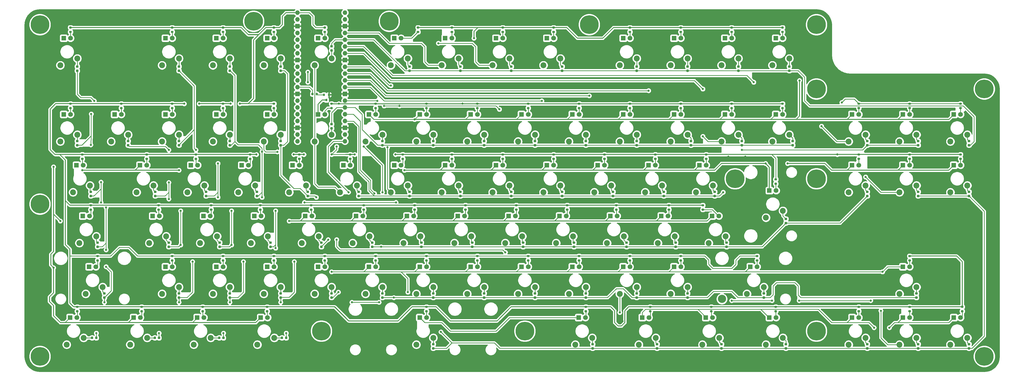
<source format=gbl>
G04 #@! TF.GenerationSoftware,KiCad,Pcbnew,(5.1.10)-1*
G04 #@! TF.CreationDate,2021-09-16T12:32:45+09:00*
G04 #@! TF.ProjectId,KiCAD,4b694341-442e-46b6-9963-61645f706362,rev?*
G04 #@! TF.SameCoordinates,Original*
G04 #@! TF.FileFunction,Copper,L2,Bot*
G04 #@! TF.FilePolarity,Positive*
%FSLAX46Y46*%
G04 Gerber Fmt 4.6, Leading zero omitted, Abs format (unit mm)*
G04 Created by KiCad (PCBNEW (5.1.10)-1) date 2021-09-16 12:32:45*
%MOMM*%
%LPD*%
G01*
G04 APERTURE LIST*
G04 #@! TA.AperFunction,ComponentPad*
%ADD10C,2.200000*%
G04 #@! TD*
G04 #@! TA.AperFunction,WasherPad*
%ADD11C,3.050000*%
G04 #@! TD*
G04 #@! TA.AperFunction,ComponentPad*
%ADD12O,1.700000X1.700000*%
G04 #@! TD*
G04 #@! TA.AperFunction,ComponentPad*
%ADD13R,1.700000X1.700000*%
G04 #@! TD*
G04 #@! TA.AperFunction,SMDPad,CuDef*
%ADD14R,0.800000X0.900000*%
G04 #@! TD*
G04 #@! TA.AperFunction,ComponentPad*
%ADD15R,1.800000X1.800000*%
G04 #@! TD*
G04 #@! TA.AperFunction,ComponentPad*
%ADD16C,1.800000*%
G04 #@! TD*
G04 #@! TA.AperFunction,ComponentPad*
%ADD17C,7.000000*%
G04 #@! TD*
G04 #@! TA.AperFunction,ViaPad*
%ADD18C,0.800000*%
G04 #@! TD*
G04 #@! TA.AperFunction,Conductor*
%ADD19C,0.250000*%
G04 #@! TD*
G04 #@! TA.AperFunction,Conductor*
%ADD20C,0.300000*%
G04 #@! TD*
G04 #@! TA.AperFunction,Conductor*
%ADD21C,0.254000*%
G04 #@! TD*
G04 #@! TA.AperFunction,Conductor*
%ADD22C,0.100000*%
G04 #@! TD*
G04 APERTURE END LIST*
D10*
X305435000Y-167005000D03*
X311785000Y-164465000D03*
D11*
X296075000Y-168925000D03*
D10*
X57785000Y-167005000D03*
X64135000Y-164465000D03*
X153035000Y-128905000D03*
X159385000Y-126365000D03*
X172085000Y-128905000D03*
X178435000Y-126365000D03*
X210185000Y-128905000D03*
X216535000Y-126365000D03*
X53023000Y-128905000D03*
X59373000Y-126365000D03*
X264953500Y-186055000D03*
X271303500Y-183515000D03*
X276860000Y-167005000D03*
X283210000Y-164465000D03*
X257810000Y-167005000D03*
X264160000Y-164465000D03*
X219710000Y-109855000D03*
X226060000Y-107315000D03*
X157797500Y-147955000D03*
X164147500Y-145415000D03*
X162560000Y-109855000D03*
X168910000Y-107315000D03*
G04 #@! TA.AperFunction,SMDPad,CuDef*
G36*
G01*
X150135000Y-96095000D02*
X149585000Y-96095000D01*
G75*
G02*
X149385000Y-95895000I0J200000D01*
G01*
X149385000Y-95495000D01*
G75*
G02*
X149585000Y-95295000I200000J0D01*
G01*
X150135000Y-95295000D01*
G75*
G02*
X150335000Y-95495000I0J-200000D01*
G01*
X150335000Y-95895000D01*
G75*
G02*
X150135000Y-96095000I-200000J0D01*
G01*
G37*
G04 #@! TD.AperFunction*
G04 #@! TA.AperFunction,SMDPad,CuDef*
G36*
G01*
X150135000Y-97745000D02*
X149585000Y-97745000D01*
G75*
G02*
X149385000Y-97545000I0J200000D01*
G01*
X149385000Y-97145000D01*
G75*
G02*
X149585000Y-96945000I200000J0D01*
G01*
X150135000Y-96945000D01*
G75*
G02*
X150335000Y-97145000I0J-200000D01*
G01*
X150335000Y-97545000D01*
G75*
G02*
X150135000Y-97745000I-200000J0D01*
G01*
G37*
G04 #@! TD.AperFunction*
X50641000Y-186055000D03*
X56991000Y-183515000D03*
X100647500Y-147955000D03*
X106997500Y-145415000D03*
X119697500Y-147955000D03*
X126047500Y-145415000D03*
X143510000Y-109855000D03*
X149860000Y-107315000D03*
X124460000Y-109855000D03*
X130810000Y-107315000D03*
X124460000Y-81280000D03*
X130810000Y-78740000D03*
X253047500Y-147955000D03*
X259397500Y-145415000D03*
G04 #@! TA.AperFunction,SMDPad,CuDef*
G36*
G01*
X309520000Y-153245000D02*
X308970000Y-153245000D01*
G75*
G02*
X308770000Y-153045000I0J200000D01*
G01*
X308770000Y-152645000D01*
G75*
G02*
X308970000Y-152445000I200000J0D01*
G01*
X309520000Y-152445000D01*
G75*
G02*
X309720000Y-152645000I0J-200000D01*
G01*
X309720000Y-153045000D01*
G75*
G02*
X309520000Y-153245000I-200000J0D01*
G01*
G37*
G04 #@! TD.AperFunction*
G04 #@! TA.AperFunction,SMDPad,CuDef*
G36*
G01*
X309520000Y-154895000D02*
X308970000Y-154895000D01*
G75*
G02*
X308770000Y-154695000I0J200000D01*
G01*
X308770000Y-154295000D01*
G75*
G02*
X308970000Y-154095000I200000J0D01*
G01*
X309520000Y-154095000D01*
G75*
G02*
X309720000Y-154295000I0J-200000D01*
G01*
X309720000Y-154695000D01*
G75*
G02*
X309520000Y-154895000I-200000J0D01*
G01*
G37*
G04 #@! TD.AperFunction*
X98266000Y-186055000D03*
X104616000Y-183515000D03*
X191135000Y-128905000D03*
X197485000Y-126365000D03*
X86360000Y-81280000D03*
X92710000Y-78740000D03*
X343535000Y-128905000D03*
X349885000Y-126365000D03*
X76835000Y-128905000D03*
X83185000Y-126365000D03*
X105410000Y-109855000D03*
X111760000Y-107315000D03*
X276860000Y-109855000D03*
X283210000Y-107315000D03*
X381635000Y-109855000D03*
X387985000Y-107315000D03*
X210185000Y-81280000D03*
X216535000Y-78740000D03*
D12*
X137096500Y-61531500D03*
X137096500Y-64071500D03*
D13*
X137096500Y-66611500D03*
D12*
X137096500Y-69151500D03*
X137096500Y-71691500D03*
X137096500Y-74231500D03*
X137096500Y-76771500D03*
D13*
X137096500Y-79311500D03*
D12*
X137096500Y-81851500D03*
X137096500Y-84391500D03*
X137096500Y-86931500D03*
X137096500Y-89471500D03*
D13*
X137096500Y-92011500D03*
D12*
X137096500Y-94551500D03*
X137096500Y-97091500D03*
X137096500Y-99631500D03*
X137096500Y-102171500D03*
D13*
X137096500Y-104711500D03*
D12*
X137096500Y-107251500D03*
X137096500Y-109791500D03*
X154876500Y-109791500D03*
X154876500Y-107251500D03*
D13*
X154876500Y-104711500D03*
D12*
X154876500Y-102171500D03*
X154876500Y-99631500D03*
X154876500Y-97091500D03*
X154876500Y-94551500D03*
D13*
X154876500Y-92011500D03*
D12*
X154876500Y-89471500D03*
X154876500Y-86931500D03*
X154876500Y-84391500D03*
X154876500Y-81851500D03*
D13*
X154876500Y-79311500D03*
D12*
X154876500Y-76771500D03*
X154876500Y-74231500D03*
X154876500Y-71691500D03*
X154876500Y-69151500D03*
D13*
X154876500Y-66611500D03*
D12*
X154876500Y-64071500D03*
X154876500Y-61531500D03*
D14*
X147955000Y-94345000D03*
X148905000Y-92345000D03*
X147005000Y-92345000D03*
G04 #@! TA.AperFunction,SMDPad,CuDef*
G36*
G01*
X143085000Y-91800000D02*
X143085000Y-92350000D01*
G75*
G02*
X142885000Y-92550000I-200000J0D01*
G01*
X142485000Y-92550000D01*
G75*
G02*
X142285000Y-92350000I0J200000D01*
G01*
X142285000Y-91800000D01*
G75*
G02*
X142485000Y-91600000I200000J0D01*
G01*
X142885000Y-91600000D01*
G75*
G02*
X143085000Y-91800000I0J-200000D01*
G01*
G37*
G04 #@! TD.AperFunction*
G04 #@! TA.AperFunction,SMDPad,CuDef*
G36*
G01*
X144735000Y-91800000D02*
X144735000Y-92350000D01*
G75*
G02*
X144535000Y-92550000I-200000J0D01*
G01*
X144135000Y-92550000D01*
G75*
G02*
X143935000Y-92350000I0J200000D01*
G01*
X143935000Y-91800000D01*
G75*
G02*
X144135000Y-91600000I200000J0D01*
G01*
X144535000Y-91600000D01*
G75*
G02*
X144735000Y-91800000I0J-200000D01*
G01*
G37*
G04 #@! TD.AperFunction*
G04 #@! TA.AperFunction,SMDPad,CuDef*
G36*
G01*
X386355000Y-172295000D02*
X385805000Y-172295000D01*
G75*
G02*
X385605000Y-172095000I0J200000D01*
G01*
X385605000Y-171695000D01*
G75*
G02*
X385805000Y-171495000I200000J0D01*
G01*
X386355000Y-171495000D01*
G75*
G02*
X386555000Y-171695000I0J-200000D01*
G01*
X386555000Y-172095000D01*
G75*
G02*
X386355000Y-172295000I-200000J0D01*
G01*
G37*
G04 #@! TD.AperFunction*
G04 #@! TA.AperFunction,SMDPad,CuDef*
G36*
G01*
X386355000Y-173945000D02*
X385805000Y-173945000D01*
G75*
G02*
X385605000Y-173745000I0J200000D01*
G01*
X385605000Y-173345000D01*
G75*
G02*
X385805000Y-173145000I200000J0D01*
G01*
X386355000Y-173145000D01*
G75*
G02*
X386555000Y-173345000I0J-200000D01*
G01*
X386555000Y-173745000D01*
G75*
G02*
X386355000Y-173945000I-200000J0D01*
G01*
G37*
G04 #@! TD.AperFunction*
G04 #@! TA.AperFunction,SMDPad,CuDef*
G36*
G01*
X366670000Y-172295000D02*
X366120000Y-172295000D01*
G75*
G02*
X365920000Y-172095000I0J200000D01*
G01*
X365920000Y-171695000D01*
G75*
G02*
X366120000Y-171495000I200000J0D01*
G01*
X366670000Y-171495000D01*
G75*
G02*
X366870000Y-171695000I0J-200000D01*
G01*
X366870000Y-172095000D01*
G75*
G02*
X366670000Y-172295000I-200000J0D01*
G01*
G37*
G04 #@! TD.AperFunction*
G04 #@! TA.AperFunction,SMDPad,CuDef*
G36*
G01*
X366670000Y-173945000D02*
X366120000Y-173945000D01*
G75*
G02*
X365920000Y-173745000I0J200000D01*
G01*
X365920000Y-173345000D01*
G75*
G02*
X366120000Y-173145000I200000J0D01*
G01*
X366670000Y-173145000D01*
G75*
G02*
X366870000Y-173345000I0J-200000D01*
G01*
X366870000Y-173745000D01*
G75*
G02*
X366670000Y-173945000I-200000J0D01*
G01*
G37*
G04 #@! TD.AperFunction*
G04 #@! TA.AperFunction,SMDPad,CuDef*
G36*
G01*
X347620000Y-172295000D02*
X347070000Y-172295000D01*
G75*
G02*
X346870000Y-172095000I0J200000D01*
G01*
X346870000Y-171695000D01*
G75*
G02*
X347070000Y-171495000I200000J0D01*
G01*
X347620000Y-171495000D01*
G75*
G02*
X347820000Y-171695000I0J-200000D01*
G01*
X347820000Y-172095000D01*
G75*
G02*
X347620000Y-172295000I-200000J0D01*
G01*
G37*
G04 #@! TD.AperFunction*
G04 #@! TA.AperFunction,SMDPad,CuDef*
G36*
G01*
X347620000Y-173945000D02*
X347070000Y-173945000D01*
G75*
G02*
X346870000Y-173745000I0J200000D01*
G01*
X346870000Y-173345000D01*
G75*
G02*
X347070000Y-173145000I200000J0D01*
G01*
X347620000Y-173145000D01*
G75*
G02*
X347820000Y-173345000I0J-200000D01*
G01*
X347820000Y-173745000D01*
G75*
G02*
X347620000Y-173945000I-200000J0D01*
G01*
G37*
G04 #@! TD.AperFunction*
G04 #@! TA.AperFunction,SMDPad,CuDef*
G36*
G01*
X316505000Y-172295000D02*
X315955000Y-172295000D01*
G75*
G02*
X315755000Y-172095000I0J200000D01*
G01*
X315755000Y-171695000D01*
G75*
G02*
X315955000Y-171495000I200000J0D01*
G01*
X316505000Y-171495000D01*
G75*
G02*
X316705000Y-171695000I0J-200000D01*
G01*
X316705000Y-172095000D01*
G75*
G02*
X316505000Y-172295000I-200000J0D01*
G01*
G37*
G04 #@! TD.AperFunction*
G04 #@! TA.AperFunction,SMDPad,CuDef*
G36*
G01*
X316505000Y-173945000D02*
X315955000Y-173945000D01*
G75*
G02*
X315755000Y-173745000I0J200000D01*
G01*
X315755000Y-173345000D01*
G75*
G02*
X315955000Y-173145000I200000J0D01*
G01*
X316505000Y-173145000D01*
G75*
G02*
X316705000Y-173345000I0J-200000D01*
G01*
X316705000Y-173745000D01*
G75*
G02*
X316505000Y-173945000I-200000J0D01*
G01*
G37*
G04 #@! TD.AperFunction*
G04 #@! TA.AperFunction,SMDPad,CuDef*
G36*
G01*
X292375000Y-172295000D02*
X291825000Y-172295000D01*
G75*
G02*
X291625000Y-172095000I0J200000D01*
G01*
X291625000Y-171695000D01*
G75*
G02*
X291825000Y-171495000I200000J0D01*
G01*
X292375000Y-171495000D01*
G75*
G02*
X292575000Y-171695000I0J-200000D01*
G01*
X292575000Y-172095000D01*
G75*
G02*
X292375000Y-172295000I-200000J0D01*
G01*
G37*
G04 #@! TD.AperFunction*
G04 #@! TA.AperFunction,SMDPad,CuDef*
G36*
G01*
X292375000Y-173945000D02*
X291825000Y-173945000D01*
G75*
G02*
X291625000Y-173745000I0J200000D01*
G01*
X291625000Y-173345000D01*
G75*
G02*
X291825000Y-173145000I200000J0D01*
G01*
X292375000Y-173145000D01*
G75*
G02*
X292575000Y-173345000I0J-200000D01*
G01*
X292575000Y-173745000D01*
G75*
G02*
X292375000Y-173945000I-200000J0D01*
G01*
G37*
G04 #@! TD.AperFunction*
G04 #@! TA.AperFunction,SMDPad,CuDef*
G36*
G01*
X269515000Y-172295000D02*
X268965000Y-172295000D01*
G75*
G02*
X268765000Y-172095000I0J200000D01*
G01*
X268765000Y-171695000D01*
G75*
G02*
X268965000Y-171495000I200000J0D01*
G01*
X269515000Y-171495000D01*
G75*
G02*
X269715000Y-171695000I0J-200000D01*
G01*
X269715000Y-172095000D01*
G75*
G02*
X269515000Y-172295000I-200000J0D01*
G01*
G37*
G04 #@! TD.AperFunction*
G04 #@! TA.AperFunction,SMDPad,CuDef*
G36*
G01*
X269515000Y-173945000D02*
X268965000Y-173945000D01*
G75*
G02*
X268765000Y-173745000I0J200000D01*
G01*
X268765000Y-173345000D01*
G75*
G02*
X268965000Y-173145000I200000J0D01*
G01*
X269515000Y-173145000D01*
G75*
G02*
X269715000Y-173345000I0J-200000D01*
G01*
X269715000Y-173745000D01*
G75*
G02*
X269515000Y-173945000I-200000J0D01*
G01*
G37*
G04 #@! TD.AperFunction*
G04 #@! TA.AperFunction,SMDPad,CuDef*
G36*
G01*
X245385000Y-172295000D02*
X244835000Y-172295000D01*
G75*
G02*
X244635000Y-172095000I0J200000D01*
G01*
X244635000Y-171695000D01*
G75*
G02*
X244835000Y-171495000I200000J0D01*
G01*
X245385000Y-171495000D01*
G75*
G02*
X245585000Y-171695000I0J-200000D01*
G01*
X245585000Y-172095000D01*
G75*
G02*
X245385000Y-172295000I-200000J0D01*
G01*
G37*
G04 #@! TD.AperFunction*
G04 #@! TA.AperFunction,SMDPad,CuDef*
G36*
G01*
X245385000Y-173945000D02*
X244835000Y-173945000D01*
G75*
G02*
X244635000Y-173745000I0J200000D01*
G01*
X244635000Y-173345000D01*
G75*
G02*
X244835000Y-173145000I200000J0D01*
G01*
X245385000Y-173145000D01*
G75*
G02*
X245585000Y-173345000I0J-200000D01*
G01*
X245585000Y-173745000D01*
G75*
G02*
X245385000Y-173945000I-200000J0D01*
G01*
G37*
G04 #@! TD.AperFunction*
G04 #@! TA.AperFunction,SMDPad,CuDef*
G36*
G01*
X185695000Y-172295000D02*
X185145000Y-172295000D01*
G75*
G02*
X184945000Y-172095000I0J200000D01*
G01*
X184945000Y-171695000D01*
G75*
G02*
X185145000Y-171495000I200000J0D01*
G01*
X185695000Y-171495000D01*
G75*
G02*
X185895000Y-171695000I0J-200000D01*
G01*
X185895000Y-172095000D01*
G75*
G02*
X185695000Y-172295000I-200000J0D01*
G01*
G37*
G04 #@! TD.AperFunction*
G04 #@! TA.AperFunction,SMDPad,CuDef*
G36*
G01*
X185695000Y-173945000D02*
X185145000Y-173945000D01*
G75*
G02*
X184945000Y-173745000I0J200000D01*
G01*
X184945000Y-173345000D01*
G75*
G02*
X185145000Y-173145000I200000J0D01*
G01*
X185695000Y-173145000D01*
G75*
G02*
X185895000Y-173345000I0J-200000D01*
G01*
X185895000Y-173745000D01*
G75*
G02*
X185695000Y-173945000I-200000J0D01*
G01*
G37*
G04 #@! TD.AperFunction*
G04 #@! TA.AperFunction,SMDPad,CuDef*
G36*
G01*
X126005000Y-172295000D02*
X125455000Y-172295000D01*
G75*
G02*
X125255000Y-172095000I0J200000D01*
G01*
X125255000Y-171695000D01*
G75*
G02*
X125455000Y-171495000I200000J0D01*
G01*
X126005000Y-171495000D01*
G75*
G02*
X126205000Y-171695000I0J-200000D01*
G01*
X126205000Y-172095000D01*
G75*
G02*
X126005000Y-172295000I-200000J0D01*
G01*
G37*
G04 #@! TD.AperFunction*
G04 #@! TA.AperFunction,SMDPad,CuDef*
G36*
G01*
X126005000Y-173945000D02*
X125455000Y-173945000D01*
G75*
G02*
X125255000Y-173745000I0J200000D01*
G01*
X125255000Y-173345000D01*
G75*
G02*
X125455000Y-173145000I200000J0D01*
G01*
X126005000Y-173145000D01*
G75*
G02*
X126205000Y-173345000I0J-200000D01*
G01*
X126205000Y-173745000D01*
G75*
G02*
X126005000Y-173945000I-200000J0D01*
G01*
G37*
G04 #@! TD.AperFunction*
G04 #@! TA.AperFunction,SMDPad,CuDef*
G36*
G01*
X101875000Y-172295000D02*
X101325000Y-172295000D01*
G75*
G02*
X101125000Y-172095000I0J200000D01*
G01*
X101125000Y-171695000D01*
G75*
G02*
X101325000Y-171495000I200000J0D01*
G01*
X101875000Y-171495000D01*
G75*
G02*
X102075000Y-171695000I0J-200000D01*
G01*
X102075000Y-172095000D01*
G75*
G02*
X101875000Y-172295000I-200000J0D01*
G01*
G37*
G04 #@! TD.AperFunction*
G04 #@! TA.AperFunction,SMDPad,CuDef*
G36*
G01*
X101875000Y-173945000D02*
X101325000Y-173945000D01*
G75*
G02*
X101125000Y-173745000I0J200000D01*
G01*
X101125000Y-173345000D01*
G75*
G02*
X101325000Y-173145000I200000J0D01*
G01*
X101875000Y-173145000D01*
G75*
G02*
X102075000Y-173345000I0J-200000D01*
G01*
X102075000Y-173745000D01*
G75*
G02*
X101875000Y-173945000I-200000J0D01*
G01*
G37*
G04 #@! TD.AperFunction*
G04 #@! TA.AperFunction,SMDPad,CuDef*
G36*
G01*
X79015000Y-172295000D02*
X78465000Y-172295000D01*
G75*
G02*
X78265000Y-172095000I0J200000D01*
G01*
X78265000Y-171695000D01*
G75*
G02*
X78465000Y-171495000I200000J0D01*
G01*
X79015000Y-171495000D01*
G75*
G02*
X79215000Y-171695000I0J-200000D01*
G01*
X79215000Y-172095000D01*
G75*
G02*
X79015000Y-172295000I-200000J0D01*
G01*
G37*
G04 #@! TD.AperFunction*
G04 #@! TA.AperFunction,SMDPad,CuDef*
G36*
G01*
X79015000Y-173945000D02*
X78465000Y-173945000D01*
G75*
G02*
X78265000Y-173745000I0J200000D01*
G01*
X78265000Y-173345000D01*
G75*
G02*
X78465000Y-173145000I200000J0D01*
G01*
X79015000Y-173145000D01*
G75*
G02*
X79215000Y-173345000I0J-200000D01*
G01*
X79215000Y-173745000D01*
G75*
G02*
X79015000Y-173945000I-200000J0D01*
G01*
G37*
G04 #@! TD.AperFunction*
G04 #@! TA.AperFunction,SMDPad,CuDef*
G36*
G01*
X54885000Y-172295000D02*
X54335000Y-172295000D01*
G75*
G02*
X54135000Y-172095000I0J200000D01*
G01*
X54135000Y-171695000D01*
G75*
G02*
X54335000Y-171495000I200000J0D01*
G01*
X54885000Y-171495000D01*
G75*
G02*
X55085000Y-171695000I0J-200000D01*
G01*
X55085000Y-172095000D01*
G75*
G02*
X54885000Y-172295000I-200000J0D01*
G01*
G37*
G04 #@! TD.AperFunction*
G04 #@! TA.AperFunction,SMDPad,CuDef*
G36*
G01*
X54885000Y-173945000D02*
X54335000Y-173945000D01*
G75*
G02*
X54135000Y-173745000I0J200000D01*
G01*
X54135000Y-173345000D01*
G75*
G02*
X54335000Y-173145000I200000J0D01*
G01*
X54885000Y-173145000D01*
G75*
G02*
X55085000Y-173345000I0J-200000D01*
G01*
X55085000Y-173745000D01*
G75*
G02*
X54885000Y-173945000I-200000J0D01*
G01*
G37*
G04 #@! TD.AperFunction*
G04 #@! TA.AperFunction,SMDPad,CuDef*
G36*
G01*
X366670000Y-153245000D02*
X366120000Y-153245000D01*
G75*
G02*
X365920000Y-153045000I0J200000D01*
G01*
X365920000Y-152645000D01*
G75*
G02*
X366120000Y-152445000I200000J0D01*
G01*
X366670000Y-152445000D01*
G75*
G02*
X366870000Y-152645000I0J-200000D01*
G01*
X366870000Y-153045000D01*
G75*
G02*
X366670000Y-153245000I-200000J0D01*
G01*
G37*
G04 #@! TD.AperFunction*
G04 #@! TA.AperFunction,SMDPad,CuDef*
G36*
G01*
X366670000Y-154895000D02*
X366120000Y-154895000D01*
G75*
G02*
X365920000Y-154695000I0J200000D01*
G01*
X365920000Y-154295000D01*
G75*
G02*
X366120000Y-154095000I200000J0D01*
G01*
X366670000Y-154095000D01*
G75*
G02*
X366870000Y-154295000I0J-200000D01*
G01*
X366870000Y-154695000D01*
G75*
G02*
X366670000Y-154895000I-200000J0D01*
G01*
G37*
G04 #@! TD.AperFunction*
G04 #@! TA.AperFunction,SMDPad,CuDef*
G36*
G01*
X280945000Y-153245000D02*
X280395000Y-153245000D01*
G75*
G02*
X280195000Y-153045000I0J200000D01*
G01*
X280195000Y-152645000D01*
G75*
G02*
X280395000Y-152445000I200000J0D01*
G01*
X280945000Y-152445000D01*
G75*
G02*
X281145000Y-152645000I0J-200000D01*
G01*
X281145000Y-153045000D01*
G75*
G02*
X280945000Y-153245000I-200000J0D01*
G01*
G37*
G04 #@! TD.AperFunction*
G04 #@! TA.AperFunction,SMDPad,CuDef*
G36*
G01*
X280945000Y-154895000D02*
X280395000Y-154895000D01*
G75*
G02*
X280195000Y-154695000I0J200000D01*
G01*
X280195000Y-154295000D01*
G75*
G02*
X280395000Y-154095000I200000J0D01*
G01*
X280945000Y-154095000D01*
G75*
G02*
X281145000Y-154295000I0J-200000D01*
G01*
X281145000Y-154695000D01*
G75*
G02*
X280945000Y-154895000I-200000J0D01*
G01*
G37*
G04 #@! TD.AperFunction*
G04 #@! TA.AperFunction,SMDPad,CuDef*
G36*
G01*
X261895000Y-153245000D02*
X261345000Y-153245000D01*
G75*
G02*
X261145000Y-153045000I0J200000D01*
G01*
X261145000Y-152645000D01*
G75*
G02*
X261345000Y-152445000I200000J0D01*
G01*
X261895000Y-152445000D01*
G75*
G02*
X262095000Y-152645000I0J-200000D01*
G01*
X262095000Y-153045000D01*
G75*
G02*
X261895000Y-153245000I-200000J0D01*
G01*
G37*
G04 #@! TD.AperFunction*
G04 #@! TA.AperFunction,SMDPad,CuDef*
G36*
G01*
X261895000Y-154895000D02*
X261345000Y-154895000D01*
G75*
G02*
X261145000Y-154695000I0J200000D01*
G01*
X261145000Y-154295000D01*
G75*
G02*
X261345000Y-154095000I200000J0D01*
G01*
X261895000Y-154095000D01*
G75*
G02*
X262095000Y-154295000I0J-200000D01*
G01*
X262095000Y-154695000D01*
G75*
G02*
X261895000Y-154895000I-200000J0D01*
G01*
G37*
G04 #@! TD.AperFunction*
G04 #@! TA.AperFunction,SMDPad,CuDef*
G36*
G01*
X242845000Y-153245000D02*
X242295000Y-153245000D01*
G75*
G02*
X242095000Y-153045000I0J200000D01*
G01*
X242095000Y-152645000D01*
G75*
G02*
X242295000Y-152445000I200000J0D01*
G01*
X242845000Y-152445000D01*
G75*
G02*
X243045000Y-152645000I0J-200000D01*
G01*
X243045000Y-153045000D01*
G75*
G02*
X242845000Y-153245000I-200000J0D01*
G01*
G37*
G04 #@! TD.AperFunction*
G04 #@! TA.AperFunction,SMDPad,CuDef*
G36*
G01*
X242845000Y-154895000D02*
X242295000Y-154895000D01*
G75*
G02*
X242095000Y-154695000I0J200000D01*
G01*
X242095000Y-154295000D01*
G75*
G02*
X242295000Y-154095000I200000J0D01*
G01*
X242845000Y-154095000D01*
G75*
G02*
X243045000Y-154295000I0J-200000D01*
G01*
X243045000Y-154695000D01*
G75*
G02*
X242845000Y-154895000I-200000J0D01*
G01*
G37*
G04 #@! TD.AperFunction*
G04 #@! TA.AperFunction,SMDPad,CuDef*
G36*
G01*
X223795000Y-153245000D02*
X223245000Y-153245000D01*
G75*
G02*
X223045000Y-153045000I0J200000D01*
G01*
X223045000Y-152645000D01*
G75*
G02*
X223245000Y-152445000I200000J0D01*
G01*
X223795000Y-152445000D01*
G75*
G02*
X223995000Y-152645000I0J-200000D01*
G01*
X223995000Y-153045000D01*
G75*
G02*
X223795000Y-153245000I-200000J0D01*
G01*
G37*
G04 #@! TD.AperFunction*
G04 #@! TA.AperFunction,SMDPad,CuDef*
G36*
G01*
X223795000Y-154895000D02*
X223245000Y-154895000D01*
G75*
G02*
X223045000Y-154695000I0J200000D01*
G01*
X223045000Y-154295000D01*
G75*
G02*
X223245000Y-154095000I200000J0D01*
G01*
X223795000Y-154095000D01*
G75*
G02*
X223995000Y-154295000I0J-200000D01*
G01*
X223995000Y-154695000D01*
G75*
G02*
X223795000Y-154895000I-200000J0D01*
G01*
G37*
G04 #@! TD.AperFunction*
G04 #@! TA.AperFunction,SMDPad,CuDef*
G36*
G01*
X204745000Y-153245000D02*
X204195000Y-153245000D01*
G75*
G02*
X203995000Y-153045000I0J200000D01*
G01*
X203995000Y-152645000D01*
G75*
G02*
X204195000Y-152445000I200000J0D01*
G01*
X204745000Y-152445000D01*
G75*
G02*
X204945000Y-152645000I0J-200000D01*
G01*
X204945000Y-153045000D01*
G75*
G02*
X204745000Y-153245000I-200000J0D01*
G01*
G37*
G04 #@! TD.AperFunction*
G04 #@! TA.AperFunction,SMDPad,CuDef*
G36*
G01*
X204745000Y-154895000D02*
X204195000Y-154895000D01*
G75*
G02*
X203995000Y-154695000I0J200000D01*
G01*
X203995000Y-154295000D01*
G75*
G02*
X204195000Y-154095000I200000J0D01*
G01*
X204745000Y-154095000D01*
G75*
G02*
X204945000Y-154295000I0J-200000D01*
G01*
X204945000Y-154695000D01*
G75*
G02*
X204745000Y-154895000I-200000J0D01*
G01*
G37*
G04 #@! TD.AperFunction*
G04 #@! TA.AperFunction,SMDPad,CuDef*
G36*
G01*
X185695000Y-153245000D02*
X185145000Y-153245000D01*
G75*
G02*
X184945000Y-153045000I0J200000D01*
G01*
X184945000Y-152645000D01*
G75*
G02*
X185145000Y-152445000I200000J0D01*
G01*
X185695000Y-152445000D01*
G75*
G02*
X185895000Y-152645000I0J-200000D01*
G01*
X185895000Y-153045000D01*
G75*
G02*
X185695000Y-153245000I-200000J0D01*
G01*
G37*
G04 #@! TD.AperFunction*
G04 #@! TA.AperFunction,SMDPad,CuDef*
G36*
G01*
X185695000Y-154895000D02*
X185145000Y-154895000D01*
G75*
G02*
X184945000Y-154695000I0J200000D01*
G01*
X184945000Y-154295000D01*
G75*
G02*
X185145000Y-154095000I200000J0D01*
G01*
X185695000Y-154095000D01*
G75*
G02*
X185895000Y-154295000I0J-200000D01*
G01*
X185895000Y-154695000D01*
G75*
G02*
X185695000Y-154895000I-200000J0D01*
G01*
G37*
G04 #@! TD.AperFunction*
G04 #@! TA.AperFunction,SMDPad,CuDef*
G36*
G01*
X166645000Y-153245000D02*
X166095000Y-153245000D01*
G75*
G02*
X165895000Y-153045000I0J200000D01*
G01*
X165895000Y-152645000D01*
G75*
G02*
X166095000Y-152445000I200000J0D01*
G01*
X166645000Y-152445000D01*
G75*
G02*
X166845000Y-152645000I0J-200000D01*
G01*
X166845000Y-153045000D01*
G75*
G02*
X166645000Y-153245000I-200000J0D01*
G01*
G37*
G04 #@! TD.AperFunction*
G04 #@! TA.AperFunction,SMDPad,CuDef*
G36*
G01*
X166645000Y-154895000D02*
X166095000Y-154895000D01*
G75*
G02*
X165895000Y-154695000I0J200000D01*
G01*
X165895000Y-154295000D01*
G75*
G02*
X166095000Y-154095000I200000J0D01*
G01*
X166645000Y-154095000D01*
G75*
G02*
X166845000Y-154295000I0J-200000D01*
G01*
X166845000Y-154695000D01*
G75*
G02*
X166645000Y-154895000I-200000J0D01*
G01*
G37*
G04 #@! TD.AperFunction*
G04 #@! TA.AperFunction,SMDPad,CuDef*
G36*
G01*
X147595000Y-153245000D02*
X147045000Y-153245000D01*
G75*
G02*
X146845000Y-153045000I0J200000D01*
G01*
X146845000Y-152645000D01*
G75*
G02*
X147045000Y-152445000I200000J0D01*
G01*
X147595000Y-152445000D01*
G75*
G02*
X147795000Y-152645000I0J-200000D01*
G01*
X147795000Y-153045000D01*
G75*
G02*
X147595000Y-153245000I-200000J0D01*
G01*
G37*
G04 #@! TD.AperFunction*
G04 #@! TA.AperFunction,SMDPad,CuDef*
G36*
G01*
X147595000Y-154895000D02*
X147045000Y-154895000D01*
G75*
G02*
X146845000Y-154695000I0J200000D01*
G01*
X146845000Y-154295000D01*
G75*
G02*
X147045000Y-154095000I200000J0D01*
G01*
X147595000Y-154095000D01*
G75*
G02*
X147795000Y-154295000I0J-200000D01*
G01*
X147795000Y-154695000D01*
G75*
G02*
X147595000Y-154895000I-200000J0D01*
G01*
G37*
G04 #@! TD.AperFunction*
G04 #@! TA.AperFunction,SMDPad,CuDef*
G36*
G01*
X128545000Y-153245000D02*
X127995000Y-153245000D01*
G75*
G02*
X127795000Y-153045000I0J200000D01*
G01*
X127795000Y-152645000D01*
G75*
G02*
X127995000Y-152445000I200000J0D01*
G01*
X128545000Y-152445000D01*
G75*
G02*
X128745000Y-152645000I0J-200000D01*
G01*
X128745000Y-153045000D01*
G75*
G02*
X128545000Y-153245000I-200000J0D01*
G01*
G37*
G04 #@! TD.AperFunction*
G04 #@! TA.AperFunction,SMDPad,CuDef*
G36*
G01*
X128545000Y-154895000D02*
X127995000Y-154895000D01*
G75*
G02*
X127795000Y-154695000I0J200000D01*
G01*
X127795000Y-154295000D01*
G75*
G02*
X127995000Y-154095000I200000J0D01*
G01*
X128545000Y-154095000D01*
G75*
G02*
X128745000Y-154295000I0J-200000D01*
G01*
X128745000Y-154695000D01*
G75*
G02*
X128545000Y-154895000I-200000J0D01*
G01*
G37*
G04 #@! TD.AperFunction*
G04 #@! TA.AperFunction,SMDPad,CuDef*
G36*
G01*
X109495000Y-153245000D02*
X108945000Y-153245000D01*
G75*
G02*
X108745000Y-153045000I0J200000D01*
G01*
X108745000Y-152645000D01*
G75*
G02*
X108945000Y-152445000I200000J0D01*
G01*
X109495000Y-152445000D01*
G75*
G02*
X109695000Y-152645000I0J-200000D01*
G01*
X109695000Y-153045000D01*
G75*
G02*
X109495000Y-153245000I-200000J0D01*
G01*
G37*
G04 #@! TD.AperFunction*
G04 #@! TA.AperFunction,SMDPad,CuDef*
G36*
G01*
X109495000Y-154895000D02*
X108945000Y-154895000D01*
G75*
G02*
X108745000Y-154695000I0J200000D01*
G01*
X108745000Y-154295000D01*
G75*
G02*
X108945000Y-154095000I200000J0D01*
G01*
X109495000Y-154095000D01*
G75*
G02*
X109695000Y-154295000I0J-200000D01*
G01*
X109695000Y-154695000D01*
G75*
G02*
X109495000Y-154895000I-200000J0D01*
G01*
G37*
G04 #@! TD.AperFunction*
G04 #@! TA.AperFunction,SMDPad,CuDef*
G36*
G01*
X90445000Y-153245000D02*
X89895000Y-153245000D01*
G75*
G02*
X89695000Y-153045000I0J200000D01*
G01*
X89695000Y-152645000D01*
G75*
G02*
X89895000Y-152445000I200000J0D01*
G01*
X90445000Y-152445000D01*
G75*
G02*
X90645000Y-152645000I0J-200000D01*
G01*
X90645000Y-153045000D01*
G75*
G02*
X90445000Y-153245000I-200000J0D01*
G01*
G37*
G04 #@! TD.AperFunction*
G04 #@! TA.AperFunction,SMDPad,CuDef*
G36*
G01*
X90445000Y-154895000D02*
X89895000Y-154895000D01*
G75*
G02*
X89695000Y-154695000I0J200000D01*
G01*
X89695000Y-154295000D01*
G75*
G02*
X89895000Y-154095000I200000J0D01*
G01*
X90445000Y-154095000D01*
G75*
G02*
X90645000Y-154295000I0J-200000D01*
G01*
X90645000Y-154695000D01*
G75*
G02*
X90445000Y-154895000I-200000J0D01*
G01*
G37*
G04 #@! TD.AperFunction*
G04 #@! TA.AperFunction,SMDPad,CuDef*
G36*
G01*
X62505000Y-153245000D02*
X61955000Y-153245000D01*
G75*
G02*
X61755000Y-153045000I0J200000D01*
G01*
X61755000Y-152645000D01*
G75*
G02*
X61955000Y-152445000I200000J0D01*
G01*
X62505000Y-152445000D01*
G75*
G02*
X62705000Y-152645000I0J-200000D01*
G01*
X62705000Y-153045000D01*
G75*
G02*
X62505000Y-153245000I-200000J0D01*
G01*
G37*
G04 #@! TD.AperFunction*
G04 #@! TA.AperFunction,SMDPad,CuDef*
G36*
G01*
X62505000Y-154895000D02*
X61955000Y-154895000D01*
G75*
G02*
X61755000Y-154695000I0J200000D01*
G01*
X61755000Y-154295000D01*
G75*
G02*
X61955000Y-154095000I200000J0D01*
G01*
X62505000Y-154095000D01*
G75*
G02*
X62705000Y-154295000I0J-200000D01*
G01*
X62705000Y-154695000D01*
G75*
G02*
X62505000Y-154895000I-200000J0D01*
G01*
G37*
G04 #@! TD.AperFunction*
G04 #@! TA.AperFunction,SMDPad,CuDef*
G36*
G01*
X289200000Y-134195000D02*
X288650000Y-134195000D01*
G75*
G02*
X288450000Y-133995000I0J200000D01*
G01*
X288450000Y-133595000D01*
G75*
G02*
X288650000Y-133395000I200000J0D01*
G01*
X289200000Y-133395000D01*
G75*
G02*
X289400000Y-133595000I0J-200000D01*
G01*
X289400000Y-133995000D01*
G75*
G02*
X289200000Y-134195000I-200000J0D01*
G01*
G37*
G04 #@! TD.AperFunction*
G04 #@! TA.AperFunction,SMDPad,CuDef*
G36*
G01*
X289200000Y-135845000D02*
X288650000Y-135845000D01*
G75*
G02*
X288450000Y-135645000I0J200000D01*
G01*
X288450000Y-135245000D01*
G75*
G02*
X288650000Y-135045000I200000J0D01*
G01*
X289200000Y-135045000D01*
G75*
G02*
X289400000Y-135245000I0J-200000D01*
G01*
X289400000Y-135645000D01*
G75*
G02*
X289200000Y-135845000I-200000J0D01*
G01*
G37*
G04 #@! TD.AperFunction*
G04 #@! TA.AperFunction,SMDPad,CuDef*
G36*
G01*
X276500000Y-134195000D02*
X275950000Y-134195000D01*
G75*
G02*
X275750000Y-133995000I0J200000D01*
G01*
X275750000Y-133595000D01*
G75*
G02*
X275950000Y-133395000I200000J0D01*
G01*
X276500000Y-133395000D01*
G75*
G02*
X276700000Y-133595000I0J-200000D01*
G01*
X276700000Y-133995000D01*
G75*
G02*
X276500000Y-134195000I-200000J0D01*
G01*
G37*
G04 #@! TD.AperFunction*
G04 #@! TA.AperFunction,SMDPad,CuDef*
G36*
G01*
X276500000Y-135845000D02*
X275950000Y-135845000D01*
G75*
G02*
X275750000Y-135645000I0J200000D01*
G01*
X275750000Y-135245000D01*
G75*
G02*
X275950000Y-135045000I200000J0D01*
G01*
X276500000Y-135045000D01*
G75*
G02*
X276700000Y-135245000I0J-200000D01*
G01*
X276700000Y-135645000D01*
G75*
G02*
X276500000Y-135845000I-200000J0D01*
G01*
G37*
G04 #@! TD.AperFunction*
G04 #@! TA.AperFunction,SMDPad,CuDef*
G36*
G01*
X256815000Y-134195000D02*
X256265000Y-134195000D01*
G75*
G02*
X256065000Y-133995000I0J200000D01*
G01*
X256065000Y-133595000D01*
G75*
G02*
X256265000Y-133395000I200000J0D01*
G01*
X256815000Y-133395000D01*
G75*
G02*
X257015000Y-133595000I0J-200000D01*
G01*
X257015000Y-133995000D01*
G75*
G02*
X256815000Y-134195000I-200000J0D01*
G01*
G37*
G04 #@! TD.AperFunction*
G04 #@! TA.AperFunction,SMDPad,CuDef*
G36*
G01*
X256815000Y-135845000D02*
X256265000Y-135845000D01*
G75*
G02*
X256065000Y-135645000I0J200000D01*
G01*
X256065000Y-135245000D01*
G75*
G02*
X256265000Y-135045000I200000J0D01*
G01*
X256815000Y-135045000D01*
G75*
G02*
X257015000Y-135245000I0J-200000D01*
G01*
X257015000Y-135645000D01*
G75*
G02*
X256815000Y-135845000I-200000J0D01*
G01*
G37*
G04 #@! TD.AperFunction*
G04 #@! TA.AperFunction,SMDPad,CuDef*
G36*
G01*
X238400000Y-134195000D02*
X237850000Y-134195000D01*
G75*
G02*
X237650000Y-133995000I0J200000D01*
G01*
X237650000Y-133595000D01*
G75*
G02*
X237850000Y-133395000I200000J0D01*
G01*
X238400000Y-133395000D01*
G75*
G02*
X238600000Y-133595000I0J-200000D01*
G01*
X238600000Y-133995000D01*
G75*
G02*
X238400000Y-134195000I-200000J0D01*
G01*
G37*
G04 #@! TD.AperFunction*
G04 #@! TA.AperFunction,SMDPad,CuDef*
G36*
G01*
X238400000Y-135845000D02*
X237850000Y-135845000D01*
G75*
G02*
X237650000Y-135645000I0J200000D01*
G01*
X237650000Y-135245000D01*
G75*
G02*
X237850000Y-135045000I200000J0D01*
G01*
X238400000Y-135045000D01*
G75*
G02*
X238600000Y-135245000I0J-200000D01*
G01*
X238600000Y-135645000D01*
G75*
G02*
X238400000Y-135845000I-200000J0D01*
G01*
G37*
G04 #@! TD.AperFunction*
G04 #@! TA.AperFunction,SMDPad,CuDef*
G36*
G01*
X219350000Y-134195000D02*
X218800000Y-134195000D01*
G75*
G02*
X218600000Y-133995000I0J200000D01*
G01*
X218600000Y-133595000D01*
G75*
G02*
X218800000Y-133395000I200000J0D01*
G01*
X219350000Y-133395000D01*
G75*
G02*
X219550000Y-133595000I0J-200000D01*
G01*
X219550000Y-133995000D01*
G75*
G02*
X219350000Y-134195000I-200000J0D01*
G01*
G37*
G04 #@! TD.AperFunction*
G04 #@! TA.AperFunction,SMDPad,CuDef*
G36*
G01*
X219350000Y-135845000D02*
X218800000Y-135845000D01*
G75*
G02*
X218600000Y-135645000I0J200000D01*
G01*
X218600000Y-135245000D01*
G75*
G02*
X218800000Y-135045000I200000J0D01*
G01*
X219350000Y-135045000D01*
G75*
G02*
X219550000Y-135245000I0J-200000D01*
G01*
X219550000Y-135645000D01*
G75*
G02*
X219350000Y-135845000I-200000J0D01*
G01*
G37*
G04 #@! TD.AperFunction*
G04 #@! TA.AperFunction,SMDPad,CuDef*
G36*
G01*
X200300000Y-134195000D02*
X199750000Y-134195000D01*
G75*
G02*
X199550000Y-133995000I0J200000D01*
G01*
X199550000Y-133595000D01*
G75*
G02*
X199750000Y-133395000I200000J0D01*
G01*
X200300000Y-133395000D01*
G75*
G02*
X200500000Y-133595000I0J-200000D01*
G01*
X200500000Y-133995000D01*
G75*
G02*
X200300000Y-134195000I-200000J0D01*
G01*
G37*
G04 #@! TD.AperFunction*
G04 #@! TA.AperFunction,SMDPad,CuDef*
G36*
G01*
X200300000Y-135845000D02*
X199750000Y-135845000D01*
G75*
G02*
X199550000Y-135645000I0J200000D01*
G01*
X199550000Y-135245000D01*
G75*
G02*
X199750000Y-135045000I200000J0D01*
G01*
X200300000Y-135045000D01*
G75*
G02*
X200500000Y-135245000I0J-200000D01*
G01*
X200500000Y-135645000D01*
G75*
G02*
X200300000Y-135845000I-200000J0D01*
G01*
G37*
G04 #@! TD.AperFunction*
G04 #@! TA.AperFunction,SMDPad,CuDef*
G36*
G01*
X181250000Y-134195000D02*
X180700000Y-134195000D01*
G75*
G02*
X180500000Y-133995000I0J200000D01*
G01*
X180500000Y-133595000D01*
G75*
G02*
X180700000Y-133395000I200000J0D01*
G01*
X181250000Y-133395000D01*
G75*
G02*
X181450000Y-133595000I0J-200000D01*
G01*
X181450000Y-133995000D01*
G75*
G02*
X181250000Y-134195000I-200000J0D01*
G01*
G37*
G04 #@! TD.AperFunction*
G04 #@! TA.AperFunction,SMDPad,CuDef*
G36*
G01*
X181250000Y-135845000D02*
X180700000Y-135845000D01*
G75*
G02*
X180500000Y-135645000I0J200000D01*
G01*
X180500000Y-135245000D01*
G75*
G02*
X180700000Y-135045000I200000J0D01*
G01*
X181250000Y-135045000D01*
G75*
G02*
X181450000Y-135245000I0J-200000D01*
G01*
X181450000Y-135645000D01*
G75*
G02*
X181250000Y-135845000I-200000J0D01*
G01*
G37*
G04 #@! TD.AperFunction*
G04 #@! TA.AperFunction,SMDPad,CuDef*
G36*
G01*
X162200000Y-134195000D02*
X161650000Y-134195000D01*
G75*
G02*
X161450000Y-133995000I0J200000D01*
G01*
X161450000Y-133595000D01*
G75*
G02*
X161650000Y-133395000I200000J0D01*
G01*
X162200000Y-133395000D01*
G75*
G02*
X162400000Y-133595000I0J-200000D01*
G01*
X162400000Y-133995000D01*
G75*
G02*
X162200000Y-134195000I-200000J0D01*
G01*
G37*
G04 #@! TD.AperFunction*
G04 #@! TA.AperFunction,SMDPad,CuDef*
G36*
G01*
X162200000Y-135845000D02*
X161650000Y-135845000D01*
G75*
G02*
X161450000Y-135645000I0J200000D01*
G01*
X161450000Y-135245000D01*
G75*
G02*
X161650000Y-135045000I200000J0D01*
G01*
X162200000Y-135045000D01*
G75*
G02*
X162400000Y-135245000I0J-200000D01*
G01*
X162400000Y-135645000D01*
G75*
G02*
X162200000Y-135845000I-200000J0D01*
G01*
G37*
G04 #@! TD.AperFunction*
G04 #@! TA.AperFunction,SMDPad,CuDef*
G36*
G01*
X142515000Y-134195000D02*
X141965000Y-134195000D01*
G75*
G02*
X141765000Y-133995000I0J200000D01*
G01*
X141765000Y-133595000D01*
G75*
G02*
X141965000Y-133395000I200000J0D01*
G01*
X142515000Y-133395000D01*
G75*
G02*
X142715000Y-133595000I0J-200000D01*
G01*
X142715000Y-133995000D01*
G75*
G02*
X142515000Y-134195000I-200000J0D01*
G01*
G37*
G04 #@! TD.AperFunction*
G04 #@! TA.AperFunction,SMDPad,CuDef*
G36*
G01*
X142515000Y-135845000D02*
X141965000Y-135845000D01*
G75*
G02*
X141765000Y-135645000I0J200000D01*
G01*
X141765000Y-135245000D01*
G75*
G02*
X141965000Y-135045000I200000J0D01*
G01*
X142515000Y-135045000D01*
G75*
G02*
X142715000Y-135245000I0J-200000D01*
G01*
X142715000Y-135645000D01*
G75*
G02*
X142515000Y-135845000I-200000J0D01*
G01*
G37*
G04 #@! TD.AperFunction*
G04 #@! TA.AperFunction,SMDPad,CuDef*
G36*
G01*
X123465000Y-134195000D02*
X122915000Y-134195000D01*
G75*
G02*
X122715000Y-133995000I0J200000D01*
G01*
X122715000Y-133595000D01*
G75*
G02*
X122915000Y-133395000I200000J0D01*
G01*
X123465000Y-133395000D01*
G75*
G02*
X123665000Y-133595000I0J-200000D01*
G01*
X123665000Y-133995000D01*
G75*
G02*
X123465000Y-134195000I-200000J0D01*
G01*
G37*
G04 #@! TD.AperFunction*
G04 #@! TA.AperFunction,SMDPad,CuDef*
G36*
G01*
X123465000Y-135845000D02*
X122915000Y-135845000D01*
G75*
G02*
X122715000Y-135645000I0J200000D01*
G01*
X122715000Y-135245000D01*
G75*
G02*
X122915000Y-135045000I200000J0D01*
G01*
X123465000Y-135045000D01*
G75*
G02*
X123665000Y-135245000I0J-200000D01*
G01*
X123665000Y-135645000D01*
G75*
G02*
X123465000Y-135845000I-200000J0D01*
G01*
G37*
G04 #@! TD.AperFunction*
G04 #@! TA.AperFunction,SMDPad,CuDef*
G36*
G01*
X105050000Y-134195000D02*
X104500000Y-134195000D01*
G75*
G02*
X104300000Y-133995000I0J200000D01*
G01*
X104300000Y-133595000D01*
G75*
G02*
X104500000Y-133395000I200000J0D01*
G01*
X105050000Y-133395000D01*
G75*
G02*
X105250000Y-133595000I0J-200000D01*
G01*
X105250000Y-133995000D01*
G75*
G02*
X105050000Y-134195000I-200000J0D01*
G01*
G37*
G04 #@! TD.AperFunction*
G04 #@! TA.AperFunction,SMDPad,CuDef*
G36*
G01*
X105050000Y-135845000D02*
X104500000Y-135845000D01*
G75*
G02*
X104300000Y-135645000I0J200000D01*
G01*
X104300000Y-135245000D01*
G75*
G02*
X104500000Y-135045000I200000J0D01*
G01*
X105050000Y-135045000D01*
G75*
G02*
X105250000Y-135245000I0J-200000D01*
G01*
X105250000Y-135645000D01*
G75*
G02*
X105050000Y-135845000I-200000J0D01*
G01*
G37*
G04 #@! TD.AperFunction*
G04 #@! TA.AperFunction,SMDPad,CuDef*
G36*
G01*
X85365000Y-134195000D02*
X84815000Y-134195000D01*
G75*
G02*
X84615000Y-133995000I0J200000D01*
G01*
X84615000Y-133595000D01*
G75*
G02*
X84815000Y-133395000I200000J0D01*
G01*
X85365000Y-133395000D01*
G75*
G02*
X85565000Y-133595000I0J-200000D01*
G01*
X85565000Y-133995000D01*
G75*
G02*
X85365000Y-134195000I-200000J0D01*
G01*
G37*
G04 #@! TD.AperFunction*
G04 #@! TA.AperFunction,SMDPad,CuDef*
G36*
G01*
X85365000Y-135845000D02*
X84815000Y-135845000D01*
G75*
G02*
X84615000Y-135645000I0J200000D01*
G01*
X84615000Y-135245000D01*
G75*
G02*
X84815000Y-135045000I200000J0D01*
G01*
X85365000Y-135045000D01*
G75*
G02*
X85565000Y-135245000I0J-200000D01*
G01*
X85565000Y-135645000D01*
G75*
G02*
X85365000Y-135845000I-200000J0D01*
G01*
G37*
G04 #@! TD.AperFunction*
G04 #@! TA.AperFunction,SMDPad,CuDef*
G36*
G01*
X59965000Y-134195000D02*
X59415000Y-134195000D01*
G75*
G02*
X59215000Y-133995000I0J200000D01*
G01*
X59215000Y-133595000D01*
G75*
G02*
X59415000Y-133395000I200000J0D01*
G01*
X59965000Y-133395000D01*
G75*
G02*
X60165000Y-133595000I0J-200000D01*
G01*
X60165000Y-133995000D01*
G75*
G02*
X59965000Y-134195000I-200000J0D01*
G01*
G37*
G04 #@! TD.AperFunction*
G04 #@! TA.AperFunction,SMDPad,CuDef*
G36*
G01*
X59965000Y-135845000D02*
X59415000Y-135845000D01*
G75*
G02*
X59215000Y-135645000I0J200000D01*
G01*
X59215000Y-135245000D01*
G75*
G02*
X59415000Y-135045000I200000J0D01*
G01*
X59965000Y-135045000D01*
G75*
G02*
X60165000Y-135245000I0J-200000D01*
G01*
X60165000Y-135645000D01*
G75*
G02*
X59965000Y-135845000I-200000J0D01*
G01*
G37*
G04 #@! TD.AperFunction*
G04 #@! TA.AperFunction,SMDPad,CuDef*
G36*
G01*
X385720000Y-115145000D02*
X385170000Y-115145000D01*
G75*
G02*
X384970000Y-114945000I0J200000D01*
G01*
X384970000Y-114545000D01*
G75*
G02*
X385170000Y-114345000I200000J0D01*
G01*
X385720000Y-114345000D01*
G75*
G02*
X385920000Y-114545000I0J-200000D01*
G01*
X385920000Y-114945000D01*
G75*
G02*
X385720000Y-115145000I-200000J0D01*
G01*
G37*
G04 #@! TD.AperFunction*
G04 #@! TA.AperFunction,SMDPad,CuDef*
G36*
G01*
X385720000Y-116795000D02*
X385170000Y-116795000D01*
G75*
G02*
X384970000Y-116595000I0J200000D01*
G01*
X384970000Y-116195000D01*
G75*
G02*
X385170000Y-115995000I200000J0D01*
G01*
X385720000Y-115995000D01*
G75*
G02*
X385920000Y-116195000I0J-200000D01*
G01*
X385920000Y-116595000D01*
G75*
G02*
X385720000Y-116795000I-200000J0D01*
G01*
G37*
G04 #@! TD.AperFunction*
G04 #@! TA.AperFunction,SMDPad,CuDef*
G36*
G01*
X366670000Y-115145000D02*
X366120000Y-115145000D01*
G75*
G02*
X365920000Y-114945000I0J200000D01*
G01*
X365920000Y-114545000D01*
G75*
G02*
X366120000Y-114345000I200000J0D01*
G01*
X366670000Y-114345000D01*
G75*
G02*
X366870000Y-114545000I0J-200000D01*
G01*
X366870000Y-114945000D01*
G75*
G02*
X366670000Y-115145000I-200000J0D01*
G01*
G37*
G04 #@! TD.AperFunction*
G04 #@! TA.AperFunction,SMDPad,CuDef*
G36*
G01*
X366670000Y-116795000D02*
X366120000Y-116795000D01*
G75*
G02*
X365920000Y-116595000I0J200000D01*
G01*
X365920000Y-116195000D01*
G75*
G02*
X366120000Y-115995000I200000J0D01*
G01*
X366670000Y-115995000D01*
G75*
G02*
X366870000Y-116195000I0J-200000D01*
G01*
X366870000Y-116595000D01*
G75*
G02*
X366670000Y-116795000I-200000J0D01*
G01*
G37*
G04 #@! TD.AperFunction*
G04 #@! TA.AperFunction,SMDPad,CuDef*
G36*
G01*
X347620000Y-115145000D02*
X347070000Y-115145000D01*
G75*
G02*
X346870000Y-114945000I0J200000D01*
G01*
X346870000Y-114545000D01*
G75*
G02*
X347070000Y-114345000I200000J0D01*
G01*
X347620000Y-114345000D01*
G75*
G02*
X347820000Y-114545000I0J-200000D01*
G01*
X347820000Y-114945000D01*
G75*
G02*
X347620000Y-115145000I-200000J0D01*
G01*
G37*
G04 #@! TD.AperFunction*
G04 #@! TA.AperFunction,SMDPad,CuDef*
G36*
G01*
X347620000Y-116795000D02*
X347070000Y-116795000D01*
G75*
G02*
X346870000Y-116595000I0J200000D01*
G01*
X346870000Y-116195000D01*
G75*
G02*
X347070000Y-115995000I200000J0D01*
G01*
X347620000Y-115995000D01*
G75*
G02*
X347820000Y-116195000I0J-200000D01*
G01*
X347820000Y-116595000D01*
G75*
G02*
X347620000Y-116795000I-200000J0D01*
G01*
G37*
G04 #@! TD.AperFunction*
G04 #@! TA.AperFunction,SMDPad,CuDef*
G36*
G01*
X316505000Y-124480000D02*
X315955000Y-124480000D01*
G75*
G02*
X315755000Y-124280000I0J200000D01*
G01*
X315755000Y-123880000D01*
G75*
G02*
X315955000Y-123680000I200000J0D01*
G01*
X316505000Y-123680000D01*
G75*
G02*
X316705000Y-123880000I0J-200000D01*
G01*
X316705000Y-124280000D01*
G75*
G02*
X316505000Y-124480000I-200000J0D01*
G01*
G37*
G04 #@! TD.AperFunction*
G04 #@! TA.AperFunction,SMDPad,CuDef*
G36*
G01*
X316505000Y-126130000D02*
X315955000Y-126130000D01*
G75*
G02*
X315755000Y-125930000I0J200000D01*
G01*
X315755000Y-125530000D01*
G75*
G02*
X315955000Y-125330000I200000J0D01*
G01*
X316505000Y-125330000D01*
G75*
G02*
X316705000Y-125530000I0J-200000D01*
G01*
X316705000Y-125930000D01*
G75*
G02*
X316505000Y-126130000I-200000J0D01*
G01*
G37*
G04 #@! TD.AperFunction*
G04 #@! TA.AperFunction,SMDPad,CuDef*
G36*
G01*
X290470000Y-115145000D02*
X289920000Y-115145000D01*
G75*
G02*
X289720000Y-114945000I0J200000D01*
G01*
X289720000Y-114545000D01*
G75*
G02*
X289920000Y-114345000I200000J0D01*
G01*
X290470000Y-114345000D01*
G75*
G02*
X290670000Y-114545000I0J-200000D01*
G01*
X290670000Y-114945000D01*
G75*
G02*
X290470000Y-115145000I-200000J0D01*
G01*
G37*
G04 #@! TD.AperFunction*
G04 #@! TA.AperFunction,SMDPad,CuDef*
G36*
G01*
X290470000Y-116795000D02*
X289920000Y-116795000D01*
G75*
G02*
X289720000Y-116595000I0J200000D01*
G01*
X289720000Y-116195000D01*
G75*
G02*
X289920000Y-115995000I200000J0D01*
G01*
X290470000Y-115995000D01*
G75*
G02*
X290670000Y-116195000I0J-200000D01*
G01*
X290670000Y-116595000D01*
G75*
G02*
X290470000Y-116795000I-200000J0D01*
G01*
G37*
G04 #@! TD.AperFunction*
G04 #@! TA.AperFunction,SMDPad,CuDef*
G36*
G01*
X271420000Y-115145000D02*
X270870000Y-115145000D01*
G75*
G02*
X270670000Y-114945000I0J200000D01*
G01*
X270670000Y-114545000D01*
G75*
G02*
X270870000Y-114345000I200000J0D01*
G01*
X271420000Y-114345000D01*
G75*
G02*
X271620000Y-114545000I0J-200000D01*
G01*
X271620000Y-114945000D01*
G75*
G02*
X271420000Y-115145000I-200000J0D01*
G01*
G37*
G04 #@! TD.AperFunction*
G04 #@! TA.AperFunction,SMDPad,CuDef*
G36*
G01*
X271420000Y-116795000D02*
X270870000Y-116795000D01*
G75*
G02*
X270670000Y-116595000I0J200000D01*
G01*
X270670000Y-116195000D01*
G75*
G02*
X270870000Y-115995000I200000J0D01*
G01*
X271420000Y-115995000D01*
G75*
G02*
X271620000Y-116195000I0J-200000D01*
G01*
X271620000Y-116595000D01*
G75*
G02*
X271420000Y-116795000I-200000J0D01*
G01*
G37*
G04 #@! TD.AperFunction*
G04 #@! TA.AperFunction,SMDPad,CuDef*
G36*
G01*
X252370000Y-115145000D02*
X251820000Y-115145000D01*
G75*
G02*
X251620000Y-114945000I0J200000D01*
G01*
X251620000Y-114545000D01*
G75*
G02*
X251820000Y-114345000I200000J0D01*
G01*
X252370000Y-114345000D01*
G75*
G02*
X252570000Y-114545000I0J-200000D01*
G01*
X252570000Y-114945000D01*
G75*
G02*
X252370000Y-115145000I-200000J0D01*
G01*
G37*
G04 #@! TD.AperFunction*
G04 #@! TA.AperFunction,SMDPad,CuDef*
G36*
G01*
X252370000Y-116795000D02*
X251820000Y-116795000D01*
G75*
G02*
X251620000Y-116595000I0J200000D01*
G01*
X251620000Y-116195000D01*
G75*
G02*
X251820000Y-115995000I200000J0D01*
G01*
X252370000Y-115995000D01*
G75*
G02*
X252570000Y-116195000I0J-200000D01*
G01*
X252570000Y-116595000D01*
G75*
G02*
X252370000Y-116795000I-200000J0D01*
G01*
G37*
G04 #@! TD.AperFunction*
G04 #@! TA.AperFunction,SMDPad,CuDef*
G36*
G01*
X233320000Y-115145000D02*
X232770000Y-115145000D01*
G75*
G02*
X232570000Y-114945000I0J200000D01*
G01*
X232570000Y-114545000D01*
G75*
G02*
X232770000Y-114345000I200000J0D01*
G01*
X233320000Y-114345000D01*
G75*
G02*
X233520000Y-114545000I0J-200000D01*
G01*
X233520000Y-114945000D01*
G75*
G02*
X233320000Y-115145000I-200000J0D01*
G01*
G37*
G04 #@! TD.AperFunction*
G04 #@! TA.AperFunction,SMDPad,CuDef*
G36*
G01*
X233320000Y-116795000D02*
X232770000Y-116795000D01*
G75*
G02*
X232570000Y-116595000I0J200000D01*
G01*
X232570000Y-116195000D01*
G75*
G02*
X232770000Y-115995000I200000J0D01*
G01*
X233320000Y-115995000D01*
G75*
G02*
X233520000Y-116195000I0J-200000D01*
G01*
X233520000Y-116595000D01*
G75*
G02*
X233320000Y-116795000I-200000J0D01*
G01*
G37*
G04 #@! TD.AperFunction*
G04 #@! TA.AperFunction,SMDPad,CuDef*
G36*
G01*
X214270000Y-115145000D02*
X213720000Y-115145000D01*
G75*
G02*
X213520000Y-114945000I0J200000D01*
G01*
X213520000Y-114545000D01*
G75*
G02*
X213720000Y-114345000I200000J0D01*
G01*
X214270000Y-114345000D01*
G75*
G02*
X214470000Y-114545000I0J-200000D01*
G01*
X214470000Y-114945000D01*
G75*
G02*
X214270000Y-115145000I-200000J0D01*
G01*
G37*
G04 #@! TD.AperFunction*
G04 #@! TA.AperFunction,SMDPad,CuDef*
G36*
G01*
X214270000Y-116795000D02*
X213720000Y-116795000D01*
G75*
G02*
X213520000Y-116595000I0J200000D01*
G01*
X213520000Y-116195000D01*
G75*
G02*
X213720000Y-115995000I200000J0D01*
G01*
X214270000Y-115995000D01*
G75*
G02*
X214470000Y-116195000I0J-200000D01*
G01*
X214470000Y-116595000D01*
G75*
G02*
X214270000Y-116795000I-200000J0D01*
G01*
G37*
G04 #@! TD.AperFunction*
G04 #@! TA.AperFunction,SMDPad,CuDef*
G36*
G01*
X195220000Y-115145000D02*
X194670000Y-115145000D01*
G75*
G02*
X194470000Y-114945000I0J200000D01*
G01*
X194470000Y-114545000D01*
G75*
G02*
X194670000Y-114345000I200000J0D01*
G01*
X195220000Y-114345000D01*
G75*
G02*
X195420000Y-114545000I0J-200000D01*
G01*
X195420000Y-114945000D01*
G75*
G02*
X195220000Y-115145000I-200000J0D01*
G01*
G37*
G04 #@! TD.AperFunction*
G04 #@! TA.AperFunction,SMDPad,CuDef*
G36*
G01*
X195220000Y-116795000D02*
X194670000Y-116795000D01*
G75*
G02*
X194470000Y-116595000I0J200000D01*
G01*
X194470000Y-116195000D01*
G75*
G02*
X194670000Y-115995000I200000J0D01*
G01*
X195220000Y-115995000D01*
G75*
G02*
X195420000Y-116195000I0J-200000D01*
G01*
X195420000Y-116595000D01*
G75*
G02*
X195220000Y-116795000I-200000J0D01*
G01*
G37*
G04 #@! TD.AperFunction*
G04 #@! TA.AperFunction,SMDPad,CuDef*
G36*
G01*
X176805000Y-115145000D02*
X176255000Y-115145000D01*
G75*
G02*
X176055000Y-114945000I0J200000D01*
G01*
X176055000Y-114545000D01*
G75*
G02*
X176255000Y-114345000I200000J0D01*
G01*
X176805000Y-114345000D01*
G75*
G02*
X177005000Y-114545000I0J-200000D01*
G01*
X177005000Y-114945000D01*
G75*
G02*
X176805000Y-115145000I-200000J0D01*
G01*
G37*
G04 #@! TD.AperFunction*
G04 #@! TA.AperFunction,SMDPad,CuDef*
G36*
G01*
X176805000Y-116795000D02*
X176255000Y-116795000D01*
G75*
G02*
X176055000Y-116595000I0J200000D01*
G01*
X176055000Y-116195000D01*
G75*
G02*
X176255000Y-115995000I200000J0D01*
G01*
X176805000Y-115995000D01*
G75*
G02*
X177005000Y-116195000I0J-200000D01*
G01*
X177005000Y-116595000D01*
G75*
G02*
X176805000Y-116795000I-200000J0D01*
G01*
G37*
G04 #@! TD.AperFunction*
G04 #@! TA.AperFunction,SMDPad,CuDef*
G36*
G01*
X157120000Y-115145000D02*
X156570000Y-115145000D01*
G75*
G02*
X156370000Y-114945000I0J200000D01*
G01*
X156370000Y-114545000D01*
G75*
G02*
X156570000Y-114345000I200000J0D01*
G01*
X157120000Y-114345000D01*
G75*
G02*
X157320000Y-114545000I0J-200000D01*
G01*
X157320000Y-114945000D01*
G75*
G02*
X157120000Y-115145000I-200000J0D01*
G01*
G37*
G04 #@! TD.AperFunction*
G04 #@! TA.AperFunction,SMDPad,CuDef*
G36*
G01*
X157120000Y-116795000D02*
X156570000Y-116795000D01*
G75*
G02*
X156370000Y-116595000I0J200000D01*
G01*
X156370000Y-116195000D01*
G75*
G02*
X156570000Y-115995000I200000J0D01*
G01*
X157120000Y-115995000D01*
G75*
G02*
X157320000Y-116195000I0J-200000D01*
G01*
X157320000Y-116595000D01*
G75*
G02*
X157120000Y-116795000I-200000J0D01*
G01*
G37*
G04 #@! TD.AperFunction*
G04 #@! TA.AperFunction,SMDPad,CuDef*
G36*
G01*
X138070000Y-115145000D02*
X137520000Y-115145000D01*
G75*
G02*
X137320000Y-114945000I0J200000D01*
G01*
X137320000Y-114545000D01*
G75*
G02*
X137520000Y-114345000I200000J0D01*
G01*
X138070000Y-114345000D01*
G75*
G02*
X138270000Y-114545000I0J-200000D01*
G01*
X138270000Y-114945000D01*
G75*
G02*
X138070000Y-115145000I-200000J0D01*
G01*
G37*
G04 #@! TD.AperFunction*
G04 #@! TA.AperFunction,SMDPad,CuDef*
G36*
G01*
X138070000Y-116795000D02*
X137520000Y-116795000D01*
G75*
G02*
X137320000Y-116595000I0J200000D01*
G01*
X137320000Y-116195000D01*
G75*
G02*
X137520000Y-115995000I200000J0D01*
G01*
X138070000Y-115995000D01*
G75*
G02*
X138270000Y-116195000I0J-200000D01*
G01*
X138270000Y-116595000D01*
G75*
G02*
X138070000Y-116795000I-200000J0D01*
G01*
G37*
G04 #@! TD.AperFunction*
G04 #@! TA.AperFunction,SMDPad,CuDef*
G36*
G01*
X119655000Y-115145000D02*
X119105000Y-115145000D01*
G75*
G02*
X118905000Y-114945000I0J200000D01*
G01*
X118905000Y-114545000D01*
G75*
G02*
X119105000Y-114345000I200000J0D01*
G01*
X119655000Y-114345000D01*
G75*
G02*
X119855000Y-114545000I0J-200000D01*
G01*
X119855000Y-114945000D01*
G75*
G02*
X119655000Y-115145000I-200000J0D01*
G01*
G37*
G04 #@! TD.AperFunction*
G04 #@! TA.AperFunction,SMDPad,CuDef*
G36*
G01*
X119655000Y-116795000D02*
X119105000Y-116795000D01*
G75*
G02*
X118905000Y-116595000I0J200000D01*
G01*
X118905000Y-116195000D01*
G75*
G02*
X119105000Y-115995000I200000J0D01*
G01*
X119655000Y-115995000D01*
G75*
G02*
X119855000Y-116195000I0J-200000D01*
G01*
X119855000Y-116595000D01*
G75*
G02*
X119655000Y-116795000I-200000J0D01*
G01*
G37*
G04 #@! TD.AperFunction*
G04 #@! TA.AperFunction,SMDPad,CuDef*
G36*
G01*
X99335000Y-115145000D02*
X98785000Y-115145000D01*
G75*
G02*
X98585000Y-114945000I0J200000D01*
G01*
X98585000Y-114545000D01*
G75*
G02*
X98785000Y-114345000I200000J0D01*
G01*
X99335000Y-114345000D01*
G75*
G02*
X99535000Y-114545000I0J-200000D01*
G01*
X99535000Y-114945000D01*
G75*
G02*
X99335000Y-115145000I-200000J0D01*
G01*
G37*
G04 #@! TD.AperFunction*
G04 #@! TA.AperFunction,SMDPad,CuDef*
G36*
G01*
X99335000Y-116795000D02*
X98785000Y-116795000D01*
G75*
G02*
X98585000Y-116595000I0J200000D01*
G01*
X98585000Y-116195000D01*
G75*
G02*
X98785000Y-115995000I200000J0D01*
G01*
X99335000Y-115995000D01*
G75*
G02*
X99535000Y-116195000I0J-200000D01*
G01*
X99535000Y-116595000D01*
G75*
G02*
X99335000Y-116795000I-200000J0D01*
G01*
G37*
G04 #@! TD.AperFunction*
G04 #@! TA.AperFunction,SMDPad,CuDef*
G36*
G01*
X80920000Y-115145000D02*
X80370000Y-115145000D01*
G75*
G02*
X80170000Y-114945000I0J200000D01*
G01*
X80170000Y-114545000D01*
G75*
G02*
X80370000Y-114345000I200000J0D01*
G01*
X80920000Y-114345000D01*
G75*
G02*
X81120000Y-114545000I0J-200000D01*
G01*
X81120000Y-114945000D01*
G75*
G02*
X80920000Y-115145000I-200000J0D01*
G01*
G37*
G04 #@! TD.AperFunction*
G04 #@! TA.AperFunction,SMDPad,CuDef*
G36*
G01*
X80920000Y-116795000D02*
X80370000Y-116795000D01*
G75*
G02*
X80170000Y-116595000I0J200000D01*
G01*
X80170000Y-116195000D01*
G75*
G02*
X80370000Y-115995000I200000J0D01*
G01*
X80920000Y-115995000D01*
G75*
G02*
X81120000Y-116195000I0J-200000D01*
G01*
X81120000Y-116595000D01*
G75*
G02*
X80920000Y-116795000I-200000J0D01*
G01*
G37*
G04 #@! TD.AperFunction*
G04 #@! TA.AperFunction,SMDPad,CuDef*
G36*
G01*
X56790000Y-115145000D02*
X56240000Y-115145000D01*
G75*
G02*
X56040000Y-114945000I0J200000D01*
G01*
X56040000Y-114545000D01*
G75*
G02*
X56240000Y-114345000I200000J0D01*
G01*
X56790000Y-114345000D01*
G75*
G02*
X56990000Y-114545000I0J-200000D01*
G01*
X56990000Y-114945000D01*
G75*
G02*
X56790000Y-115145000I-200000J0D01*
G01*
G37*
G04 #@! TD.AperFunction*
G04 #@! TA.AperFunction,SMDPad,CuDef*
G36*
G01*
X56790000Y-116795000D02*
X56240000Y-116795000D01*
G75*
G02*
X56040000Y-116595000I0J200000D01*
G01*
X56040000Y-116195000D01*
G75*
G02*
X56240000Y-115995000I200000J0D01*
G01*
X56790000Y-115995000D01*
G75*
G02*
X56990000Y-116195000I0J-200000D01*
G01*
X56990000Y-116595000D01*
G75*
G02*
X56790000Y-116795000I-200000J0D01*
G01*
G37*
G04 #@! TD.AperFunction*
G04 #@! TA.AperFunction,SMDPad,CuDef*
G36*
G01*
X385720000Y-96095000D02*
X385170000Y-96095000D01*
G75*
G02*
X384970000Y-95895000I0J200000D01*
G01*
X384970000Y-95495000D01*
G75*
G02*
X385170000Y-95295000I200000J0D01*
G01*
X385720000Y-95295000D01*
G75*
G02*
X385920000Y-95495000I0J-200000D01*
G01*
X385920000Y-95895000D01*
G75*
G02*
X385720000Y-96095000I-200000J0D01*
G01*
G37*
G04 #@! TD.AperFunction*
G04 #@! TA.AperFunction,SMDPad,CuDef*
G36*
G01*
X385720000Y-97745000D02*
X385170000Y-97745000D01*
G75*
G02*
X384970000Y-97545000I0J200000D01*
G01*
X384970000Y-97145000D01*
G75*
G02*
X385170000Y-96945000I200000J0D01*
G01*
X385720000Y-96945000D01*
G75*
G02*
X385920000Y-97145000I0J-200000D01*
G01*
X385920000Y-97545000D01*
G75*
G02*
X385720000Y-97745000I-200000J0D01*
G01*
G37*
G04 #@! TD.AperFunction*
G04 #@! TA.AperFunction,SMDPad,CuDef*
G36*
G01*
X366670000Y-96095000D02*
X366120000Y-96095000D01*
G75*
G02*
X365920000Y-95895000I0J200000D01*
G01*
X365920000Y-95495000D01*
G75*
G02*
X366120000Y-95295000I200000J0D01*
G01*
X366670000Y-95295000D01*
G75*
G02*
X366870000Y-95495000I0J-200000D01*
G01*
X366870000Y-95895000D01*
G75*
G02*
X366670000Y-96095000I-200000J0D01*
G01*
G37*
G04 #@! TD.AperFunction*
G04 #@! TA.AperFunction,SMDPad,CuDef*
G36*
G01*
X366670000Y-97745000D02*
X366120000Y-97745000D01*
G75*
G02*
X365920000Y-97545000I0J200000D01*
G01*
X365920000Y-97145000D01*
G75*
G02*
X366120000Y-96945000I200000J0D01*
G01*
X366670000Y-96945000D01*
G75*
G02*
X366870000Y-97145000I0J-200000D01*
G01*
X366870000Y-97545000D01*
G75*
G02*
X366670000Y-97745000I-200000J0D01*
G01*
G37*
G04 #@! TD.AperFunction*
G04 #@! TA.AperFunction,SMDPad,CuDef*
G36*
G01*
X347620000Y-96095000D02*
X347070000Y-96095000D01*
G75*
G02*
X346870000Y-95895000I0J200000D01*
G01*
X346870000Y-95495000D01*
G75*
G02*
X347070000Y-95295000I200000J0D01*
G01*
X347620000Y-95295000D01*
G75*
G02*
X347820000Y-95495000I0J-200000D01*
G01*
X347820000Y-95895000D01*
G75*
G02*
X347620000Y-96095000I-200000J0D01*
G01*
G37*
G04 #@! TD.AperFunction*
G04 #@! TA.AperFunction,SMDPad,CuDef*
G36*
G01*
X347620000Y-97745000D02*
X347070000Y-97745000D01*
G75*
G02*
X346870000Y-97545000I0J200000D01*
G01*
X346870000Y-97145000D01*
G75*
G02*
X347070000Y-96945000I200000J0D01*
G01*
X347620000Y-96945000D01*
G75*
G02*
X347820000Y-97145000I0J-200000D01*
G01*
X347820000Y-97545000D01*
G75*
G02*
X347620000Y-97745000I-200000J0D01*
G01*
G37*
G04 #@! TD.AperFunction*
G04 #@! TA.AperFunction,SMDPad,CuDef*
G36*
G01*
X319045000Y-96095000D02*
X318495000Y-96095000D01*
G75*
G02*
X318295000Y-95895000I0J200000D01*
G01*
X318295000Y-95495000D01*
G75*
G02*
X318495000Y-95295000I200000J0D01*
G01*
X319045000Y-95295000D01*
G75*
G02*
X319245000Y-95495000I0J-200000D01*
G01*
X319245000Y-95895000D01*
G75*
G02*
X319045000Y-96095000I-200000J0D01*
G01*
G37*
G04 #@! TD.AperFunction*
G04 #@! TA.AperFunction,SMDPad,CuDef*
G36*
G01*
X319045000Y-97745000D02*
X318495000Y-97745000D01*
G75*
G02*
X318295000Y-97545000I0J200000D01*
G01*
X318295000Y-97145000D01*
G75*
G02*
X318495000Y-96945000I200000J0D01*
G01*
X319045000Y-96945000D01*
G75*
G02*
X319245000Y-97145000I0J-200000D01*
G01*
X319245000Y-97545000D01*
G75*
G02*
X319045000Y-97745000I-200000J0D01*
G01*
G37*
G04 #@! TD.AperFunction*
G04 #@! TA.AperFunction,SMDPad,CuDef*
G36*
G01*
X299995000Y-96095000D02*
X299445000Y-96095000D01*
G75*
G02*
X299245000Y-95895000I0J200000D01*
G01*
X299245000Y-95495000D01*
G75*
G02*
X299445000Y-95295000I200000J0D01*
G01*
X299995000Y-95295000D01*
G75*
G02*
X300195000Y-95495000I0J-200000D01*
G01*
X300195000Y-95895000D01*
G75*
G02*
X299995000Y-96095000I-200000J0D01*
G01*
G37*
G04 #@! TD.AperFunction*
G04 #@! TA.AperFunction,SMDPad,CuDef*
G36*
G01*
X299995000Y-97745000D02*
X299445000Y-97745000D01*
G75*
G02*
X299245000Y-97545000I0J200000D01*
G01*
X299245000Y-97145000D01*
G75*
G02*
X299445000Y-96945000I200000J0D01*
G01*
X299995000Y-96945000D01*
G75*
G02*
X300195000Y-97145000I0J-200000D01*
G01*
X300195000Y-97545000D01*
G75*
G02*
X299995000Y-97745000I-200000J0D01*
G01*
G37*
G04 #@! TD.AperFunction*
G04 #@! TA.AperFunction,SMDPad,CuDef*
G36*
G01*
X280945000Y-96095000D02*
X280395000Y-96095000D01*
G75*
G02*
X280195000Y-95895000I0J200000D01*
G01*
X280195000Y-95495000D01*
G75*
G02*
X280395000Y-95295000I200000J0D01*
G01*
X280945000Y-95295000D01*
G75*
G02*
X281145000Y-95495000I0J-200000D01*
G01*
X281145000Y-95895000D01*
G75*
G02*
X280945000Y-96095000I-200000J0D01*
G01*
G37*
G04 #@! TD.AperFunction*
G04 #@! TA.AperFunction,SMDPad,CuDef*
G36*
G01*
X280945000Y-97745000D02*
X280395000Y-97745000D01*
G75*
G02*
X280195000Y-97545000I0J200000D01*
G01*
X280195000Y-97145000D01*
G75*
G02*
X280395000Y-96945000I200000J0D01*
G01*
X280945000Y-96945000D01*
G75*
G02*
X281145000Y-97145000I0J-200000D01*
G01*
X281145000Y-97545000D01*
G75*
G02*
X280945000Y-97745000I-200000J0D01*
G01*
G37*
G04 #@! TD.AperFunction*
G04 #@! TA.AperFunction,SMDPad,CuDef*
G36*
G01*
X261895000Y-96095000D02*
X261345000Y-96095000D01*
G75*
G02*
X261145000Y-95895000I0J200000D01*
G01*
X261145000Y-95495000D01*
G75*
G02*
X261345000Y-95295000I200000J0D01*
G01*
X261895000Y-95295000D01*
G75*
G02*
X262095000Y-95495000I0J-200000D01*
G01*
X262095000Y-95895000D01*
G75*
G02*
X261895000Y-96095000I-200000J0D01*
G01*
G37*
G04 #@! TD.AperFunction*
G04 #@! TA.AperFunction,SMDPad,CuDef*
G36*
G01*
X261895000Y-97745000D02*
X261345000Y-97745000D01*
G75*
G02*
X261145000Y-97545000I0J200000D01*
G01*
X261145000Y-97145000D01*
G75*
G02*
X261345000Y-96945000I200000J0D01*
G01*
X261895000Y-96945000D01*
G75*
G02*
X262095000Y-97145000I0J-200000D01*
G01*
X262095000Y-97545000D01*
G75*
G02*
X261895000Y-97745000I-200000J0D01*
G01*
G37*
G04 #@! TD.AperFunction*
G04 #@! TA.AperFunction,SMDPad,CuDef*
G36*
G01*
X242845000Y-96095000D02*
X242295000Y-96095000D01*
G75*
G02*
X242095000Y-95895000I0J200000D01*
G01*
X242095000Y-95495000D01*
G75*
G02*
X242295000Y-95295000I200000J0D01*
G01*
X242845000Y-95295000D01*
G75*
G02*
X243045000Y-95495000I0J-200000D01*
G01*
X243045000Y-95895000D01*
G75*
G02*
X242845000Y-96095000I-200000J0D01*
G01*
G37*
G04 #@! TD.AperFunction*
G04 #@! TA.AperFunction,SMDPad,CuDef*
G36*
G01*
X242845000Y-97745000D02*
X242295000Y-97745000D01*
G75*
G02*
X242095000Y-97545000I0J200000D01*
G01*
X242095000Y-97145000D01*
G75*
G02*
X242295000Y-96945000I200000J0D01*
G01*
X242845000Y-96945000D01*
G75*
G02*
X243045000Y-97145000I0J-200000D01*
G01*
X243045000Y-97545000D01*
G75*
G02*
X242845000Y-97745000I-200000J0D01*
G01*
G37*
G04 #@! TD.AperFunction*
G04 #@! TA.AperFunction,SMDPad,CuDef*
G36*
G01*
X223795000Y-96095000D02*
X223245000Y-96095000D01*
G75*
G02*
X223045000Y-95895000I0J200000D01*
G01*
X223045000Y-95495000D01*
G75*
G02*
X223245000Y-95295000I200000J0D01*
G01*
X223795000Y-95295000D01*
G75*
G02*
X223995000Y-95495000I0J-200000D01*
G01*
X223995000Y-95895000D01*
G75*
G02*
X223795000Y-96095000I-200000J0D01*
G01*
G37*
G04 #@! TD.AperFunction*
G04 #@! TA.AperFunction,SMDPad,CuDef*
G36*
G01*
X223795000Y-97745000D02*
X223245000Y-97745000D01*
G75*
G02*
X223045000Y-97545000I0J200000D01*
G01*
X223045000Y-97145000D01*
G75*
G02*
X223245000Y-96945000I200000J0D01*
G01*
X223795000Y-96945000D01*
G75*
G02*
X223995000Y-97145000I0J-200000D01*
G01*
X223995000Y-97545000D01*
G75*
G02*
X223795000Y-97745000I-200000J0D01*
G01*
G37*
G04 #@! TD.AperFunction*
G04 #@! TA.AperFunction,SMDPad,CuDef*
G36*
G01*
X204745000Y-96095000D02*
X204195000Y-96095000D01*
G75*
G02*
X203995000Y-95895000I0J200000D01*
G01*
X203995000Y-95495000D01*
G75*
G02*
X204195000Y-95295000I200000J0D01*
G01*
X204745000Y-95295000D01*
G75*
G02*
X204945000Y-95495000I0J-200000D01*
G01*
X204945000Y-95895000D01*
G75*
G02*
X204745000Y-96095000I-200000J0D01*
G01*
G37*
G04 #@! TD.AperFunction*
G04 #@! TA.AperFunction,SMDPad,CuDef*
G36*
G01*
X204745000Y-97745000D02*
X204195000Y-97745000D01*
G75*
G02*
X203995000Y-97545000I0J200000D01*
G01*
X203995000Y-97145000D01*
G75*
G02*
X204195000Y-96945000I200000J0D01*
G01*
X204745000Y-96945000D01*
G75*
G02*
X204945000Y-97145000I0J-200000D01*
G01*
X204945000Y-97545000D01*
G75*
G02*
X204745000Y-97745000I-200000J0D01*
G01*
G37*
G04 #@! TD.AperFunction*
G04 #@! TA.AperFunction,SMDPad,CuDef*
G36*
G01*
X185695000Y-96095000D02*
X185145000Y-96095000D01*
G75*
G02*
X184945000Y-95895000I0J200000D01*
G01*
X184945000Y-95495000D01*
G75*
G02*
X185145000Y-95295000I200000J0D01*
G01*
X185695000Y-95295000D01*
G75*
G02*
X185895000Y-95495000I0J-200000D01*
G01*
X185895000Y-95895000D01*
G75*
G02*
X185695000Y-96095000I-200000J0D01*
G01*
G37*
G04 #@! TD.AperFunction*
G04 #@! TA.AperFunction,SMDPad,CuDef*
G36*
G01*
X185695000Y-97745000D02*
X185145000Y-97745000D01*
G75*
G02*
X184945000Y-97545000I0J200000D01*
G01*
X184945000Y-97145000D01*
G75*
G02*
X185145000Y-96945000I200000J0D01*
G01*
X185695000Y-96945000D01*
G75*
G02*
X185895000Y-97145000I0J-200000D01*
G01*
X185895000Y-97545000D01*
G75*
G02*
X185695000Y-97745000I-200000J0D01*
G01*
G37*
G04 #@! TD.AperFunction*
G04 #@! TA.AperFunction,SMDPad,CuDef*
G36*
G01*
X166645000Y-96095000D02*
X166095000Y-96095000D01*
G75*
G02*
X165895000Y-95895000I0J200000D01*
G01*
X165895000Y-95495000D01*
G75*
G02*
X166095000Y-95295000I200000J0D01*
G01*
X166645000Y-95295000D01*
G75*
G02*
X166845000Y-95495000I0J-200000D01*
G01*
X166845000Y-95895000D01*
G75*
G02*
X166645000Y-96095000I-200000J0D01*
G01*
G37*
G04 #@! TD.AperFunction*
G04 #@! TA.AperFunction,SMDPad,CuDef*
G36*
G01*
X166645000Y-97745000D02*
X166095000Y-97745000D01*
G75*
G02*
X165895000Y-97545000I0J200000D01*
G01*
X165895000Y-97145000D01*
G75*
G02*
X166095000Y-96945000I200000J0D01*
G01*
X166645000Y-96945000D01*
G75*
G02*
X166845000Y-97145000I0J-200000D01*
G01*
X166845000Y-97545000D01*
G75*
G02*
X166645000Y-97745000I-200000J0D01*
G01*
G37*
G04 #@! TD.AperFunction*
G04 #@! TA.AperFunction,SMDPad,CuDef*
G36*
G01*
X128545000Y-96095000D02*
X127995000Y-96095000D01*
G75*
G02*
X127795000Y-95895000I0J200000D01*
G01*
X127795000Y-95495000D01*
G75*
G02*
X127995000Y-95295000I200000J0D01*
G01*
X128545000Y-95295000D01*
G75*
G02*
X128745000Y-95495000I0J-200000D01*
G01*
X128745000Y-95895000D01*
G75*
G02*
X128545000Y-96095000I-200000J0D01*
G01*
G37*
G04 #@! TD.AperFunction*
G04 #@! TA.AperFunction,SMDPad,CuDef*
G36*
G01*
X128545000Y-97745000D02*
X127995000Y-97745000D01*
G75*
G02*
X127795000Y-97545000I0J200000D01*
G01*
X127795000Y-97145000D01*
G75*
G02*
X127995000Y-96945000I200000J0D01*
G01*
X128545000Y-96945000D01*
G75*
G02*
X128745000Y-97145000I0J-200000D01*
G01*
X128745000Y-97545000D01*
G75*
G02*
X128545000Y-97745000I-200000J0D01*
G01*
G37*
G04 #@! TD.AperFunction*
G04 #@! TA.AperFunction,SMDPad,CuDef*
G36*
G01*
X109495000Y-96095000D02*
X108945000Y-96095000D01*
G75*
G02*
X108745000Y-95895000I0J200000D01*
G01*
X108745000Y-95495000D01*
G75*
G02*
X108945000Y-95295000I200000J0D01*
G01*
X109495000Y-95295000D01*
G75*
G02*
X109695000Y-95495000I0J-200000D01*
G01*
X109695000Y-95895000D01*
G75*
G02*
X109495000Y-96095000I-200000J0D01*
G01*
G37*
G04 #@! TD.AperFunction*
G04 #@! TA.AperFunction,SMDPad,CuDef*
G36*
G01*
X109495000Y-97745000D02*
X108945000Y-97745000D01*
G75*
G02*
X108745000Y-97545000I0J200000D01*
G01*
X108745000Y-97145000D01*
G75*
G02*
X108945000Y-96945000I200000J0D01*
G01*
X109495000Y-96945000D01*
G75*
G02*
X109695000Y-97145000I0J-200000D01*
G01*
X109695000Y-97545000D01*
G75*
G02*
X109495000Y-97745000I-200000J0D01*
G01*
G37*
G04 #@! TD.AperFunction*
G04 #@! TA.AperFunction,SMDPad,CuDef*
G36*
G01*
X90445000Y-96095000D02*
X89895000Y-96095000D01*
G75*
G02*
X89695000Y-95895000I0J200000D01*
G01*
X89695000Y-95495000D01*
G75*
G02*
X89895000Y-95295000I200000J0D01*
G01*
X90445000Y-95295000D01*
G75*
G02*
X90645000Y-95495000I0J-200000D01*
G01*
X90645000Y-95895000D01*
G75*
G02*
X90445000Y-96095000I-200000J0D01*
G01*
G37*
G04 #@! TD.AperFunction*
G04 #@! TA.AperFunction,SMDPad,CuDef*
G36*
G01*
X90445000Y-97745000D02*
X89895000Y-97745000D01*
G75*
G02*
X89695000Y-97545000I0J200000D01*
G01*
X89695000Y-97145000D01*
G75*
G02*
X89895000Y-96945000I200000J0D01*
G01*
X90445000Y-96945000D01*
G75*
G02*
X90645000Y-97145000I0J-200000D01*
G01*
X90645000Y-97545000D01*
G75*
G02*
X90445000Y-97745000I-200000J0D01*
G01*
G37*
G04 #@! TD.AperFunction*
G04 #@! TA.AperFunction,SMDPad,CuDef*
G36*
G01*
X71395000Y-96095000D02*
X70845000Y-96095000D01*
G75*
G02*
X70645000Y-95895000I0J200000D01*
G01*
X70645000Y-95495000D01*
G75*
G02*
X70845000Y-95295000I200000J0D01*
G01*
X71395000Y-95295000D01*
G75*
G02*
X71595000Y-95495000I0J-200000D01*
G01*
X71595000Y-95895000D01*
G75*
G02*
X71395000Y-96095000I-200000J0D01*
G01*
G37*
G04 #@! TD.AperFunction*
G04 #@! TA.AperFunction,SMDPad,CuDef*
G36*
G01*
X71395000Y-97745000D02*
X70845000Y-97745000D01*
G75*
G02*
X70645000Y-97545000I0J200000D01*
G01*
X70645000Y-97145000D01*
G75*
G02*
X70845000Y-96945000I200000J0D01*
G01*
X71395000Y-96945000D01*
G75*
G02*
X71595000Y-97145000I0J-200000D01*
G01*
X71595000Y-97545000D01*
G75*
G02*
X71395000Y-97745000I-200000J0D01*
G01*
G37*
G04 #@! TD.AperFunction*
G04 #@! TA.AperFunction,SMDPad,CuDef*
G36*
G01*
X52345000Y-96095000D02*
X51795000Y-96095000D01*
G75*
G02*
X51595000Y-95895000I0J200000D01*
G01*
X51595000Y-95495000D01*
G75*
G02*
X51795000Y-95295000I200000J0D01*
G01*
X52345000Y-95295000D01*
G75*
G02*
X52545000Y-95495000I0J-200000D01*
G01*
X52545000Y-95895000D01*
G75*
G02*
X52345000Y-96095000I-200000J0D01*
G01*
G37*
G04 #@! TD.AperFunction*
G04 #@! TA.AperFunction,SMDPad,CuDef*
G36*
G01*
X52345000Y-97745000D02*
X51795000Y-97745000D01*
G75*
G02*
X51595000Y-97545000I0J200000D01*
G01*
X51595000Y-97145000D01*
G75*
G02*
X51795000Y-96945000I200000J0D01*
G01*
X52345000Y-96945000D01*
G75*
G02*
X52545000Y-97145000I0J-200000D01*
G01*
X52545000Y-97545000D01*
G75*
G02*
X52345000Y-97745000I-200000J0D01*
G01*
G37*
G04 #@! TD.AperFunction*
G04 #@! TA.AperFunction,SMDPad,CuDef*
G36*
G01*
X319045000Y-67520000D02*
X318495000Y-67520000D01*
G75*
G02*
X318295000Y-67320000I0J200000D01*
G01*
X318295000Y-66920000D01*
G75*
G02*
X318495000Y-66720000I200000J0D01*
G01*
X319045000Y-66720000D01*
G75*
G02*
X319245000Y-66920000I0J-200000D01*
G01*
X319245000Y-67320000D01*
G75*
G02*
X319045000Y-67520000I-200000J0D01*
G01*
G37*
G04 #@! TD.AperFunction*
G04 #@! TA.AperFunction,SMDPad,CuDef*
G36*
G01*
X319045000Y-69170000D02*
X318495000Y-69170000D01*
G75*
G02*
X318295000Y-68970000I0J200000D01*
G01*
X318295000Y-68570000D01*
G75*
G02*
X318495000Y-68370000I200000J0D01*
G01*
X319045000Y-68370000D01*
G75*
G02*
X319245000Y-68570000I0J-200000D01*
G01*
X319245000Y-68970000D01*
G75*
G02*
X319045000Y-69170000I-200000J0D01*
G01*
G37*
G04 #@! TD.AperFunction*
G04 #@! TA.AperFunction,SMDPad,CuDef*
G36*
G01*
X299995000Y-67520000D02*
X299445000Y-67520000D01*
G75*
G02*
X299245000Y-67320000I0J200000D01*
G01*
X299245000Y-66920000D01*
G75*
G02*
X299445000Y-66720000I200000J0D01*
G01*
X299995000Y-66720000D01*
G75*
G02*
X300195000Y-66920000I0J-200000D01*
G01*
X300195000Y-67320000D01*
G75*
G02*
X299995000Y-67520000I-200000J0D01*
G01*
G37*
G04 #@! TD.AperFunction*
G04 #@! TA.AperFunction,SMDPad,CuDef*
G36*
G01*
X299995000Y-69170000D02*
X299445000Y-69170000D01*
G75*
G02*
X299245000Y-68970000I0J200000D01*
G01*
X299245000Y-68570000D01*
G75*
G02*
X299445000Y-68370000I200000J0D01*
G01*
X299995000Y-68370000D01*
G75*
G02*
X300195000Y-68570000I0J-200000D01*
G01*
X300195000Y-68970000D01*
G75*
G02*
X299995000Y-69170000I-200000J0D01*
G01*
G37*
G04 #@! TD.AperFunction*
G04 #@! TA.AperFunction,SMDPad,CuDef*
G36*
G01*
X280945000Y-67520000D02*
X280395000Y-67520000D01*
G75*
G02*
X280195000Y-67320000I0J200000D01*
G01*
X280195000Y-66920000D01*
G75*
G02*
X280395000Y-66720000I200000J0D01*
G01*
X280945000Y-66720000D01*
G75*
G02*
X281145000Y-66920000I0J-200000D01*
G01*
X281145000Y-67320000D01*
G75*
G02*
X280945000Y-67520000I-200000J0D01*
G01*
G37*
G04 #@! TD.AperFunction*
G04 #@! TA.AperFunction,SMDPad,CuDef*
G36*
G01*
X280945000Y-69170000D02*
X280395000Y-69170000D01*
G75*
G02*
X280195000Y-68970000I0J200000D01*
G01*
X280195000Y-68570000D01*
G75*
G02*
X280395000Y-68370000I200000J0D01*
G01*
X280945000Y-68370000D01*
G75*
G02*
X281145000Y-68570000I0J-200000D01*
G01*
X281145000Y-68970000D01*
G75*
G02*
X280945000Y-69170000I-200000J0D01*
G01*
G37*
G04 #@! TD.AperFunction*
G04 #@! TA.AperFunction,SMDPad,CuDef*
G36*
G01*
X261895000Y-67520000D02*
X261345000Y-67520000D01*
G75*
G02*
X261145000Y-67320000I0J200000D01*
G01*
X261145000Y-66920000D01*
G75*
G02*
X261345000Y-66720000I200000J0D01*
G01*
X261895000Y-66720000D01*
G75*
G02*
X262095000Y-66920000I0J-200000D01*
G01*
X262095000Y-67320000D01*
G75*
G02*
X261895000Y-67520000I-200000J0D01*
G01*
G37*
G04 #@! TD.AperFunction*
G04 #@! TA.AperFunction,SMDPad,CuDef*
G36*
G01*
X261895000Y-69170000D02*
X261345000Y-69170000D01*
G75*
G02*
X261145000Y-68970000I0J200000D01*
G01*
X261145000Y-68570000D01*
G75*
G02*
X261345000Y-68370000I200000J0D01*
G01*
X261895000Y-68370000D01*
G75*
G02*
X262095000Y-68570000I0J-200000D01*
G01*
X262095000Y-68970000D01*
G75*
G02*
X261895000Y-69170000I-200000J0D01*
G01*
G37*
G04 #@! TD.AperFunction*
G04 #@! TA.AperFunction,SMDPad,CuDef*
G36*
G01*
X233320000Y-67520000D02*
X232770000Y-67520000D01*
G75*
G02*
X232570000Y-67320000I0J200000D01*
G01*
X232570000Y-66920000D01*
G75*
G02*
X232770000Y-66720000I200000J0D01*
G01*
X233320000Y-66720000D01*
G75*
G02*
X233520000Y-66920000I0J-200000D01*
G01*
X233520000Y-67320000D01*
G75*
G02*
X233320000Y-67520000I-200000J0D01*
G01*
G37*
G04 #@! TD.AperFunction*
G04 #@! TA.AperFunction,SMDPad,CuDef*
G36*
G01*
X233320000Y-69170000D02*
X232770000Y-69170000D01*
G75*
G02*
X232570000Y-68970000I0J200000D01*
G01*
X232570000Y-68570000D01*
G75*
G02*
X232770000Y-68370000I200000J0D01*
G01*
X233320000Y-68370000D01*
G75*
G02*
X233520000Y-68570000I0J-200000D01*
G01*
X233520000Y-68970000D01*
G75*
G02*
X233320000Y-69170000I-200000J0D01*
G01*
G37*
G04 #@! TD.AperFunction*
G04 #@! TA.AperFunction,SMDPad,CuDef*
G36*
G01*
X214270000Y-67520000D02*
X213720000Y-67520000D01*
G75*
G02*
X213520000Y-67320000I0J200000D01*
G01*
X213520000Y-66920000D01*
G75*
G02*
X213720000Y-66720000I200000J0D01*
G01*
X214270000Y-66720000D01*
G75*
G02*
X214470000Y-66920000I0J-200000D01*
G01*
X214470000Y-67320000D01*
G75*
G02*
X214270000Y-67520000I-200000J0D01*
G01*
G37*
G04 #@! TD.AperFunction*
G04 #@! TA.AperFunction,SMDPad,CuDef*
G36*
G01*
X214270000Y-69170000D02*
X213720000Y-69170000D01*
G75*
G02*
X213520000Y-68970000I0J200000D01*
G01*
X213520000Y-68570000D01*
G75*
G02*
X213720000Y-68370000I200000J0D01*
G01*
X214270000Y-68370000D01*
G75*
G02*
X214470000Y-68570000I0J-200000D01*
G01*
X214470000Y-68970000D01*
G75*
G02*
X214270000Y-69170000I-200000J0D01*
G01*
G37*
G04 #@! TD.AperFunction*
G04 #@! TA.AperFunction,SMDPad,CuDef*
G36*
G01*
X195220000Y-67520000D02*
X194670000Y-67520000D01*
G75*
G02*
X194470000Y-67320000I0J200000D01*
G01*
X194470000Y-66920000D01*
G75*
G02*
X194670000Y-66720000I200000J0D01*
G01*
X195220000Y-66720000D01*
G75*
G02*
X195420000Y-66920000I0J-200000D01*
G01*
X195420000Y-67320000D01*
G75*
G02*
X195220000Y-67520000I-200000J0D01*
G01*
G37*
G04 #@! TD.AperFunction*
G04 #@! TA.AperFunction,SMDPad,CuDef*
G36*
G01*
X195220000Y-69170000D02*
X194670000Y-69170000D01*
G75*
G02*
X194470000Y-68970000I0J200000D01*
G01*
X194470000Y-68570000D01*
G75*
G02*
X194670000Y-68370000I200000J0D01*
G01*
X195220000Y-68370000D01*
G75*
G02*
X195420000Y-68570000I0J-200000D01*
G01*
X195420000Y-68970000D01*
G75*
G02*
X195220000Y-69170000I-200000J0D01*
G01*
G37*
G04 #@! TD.AperFunction*
G04 #@! TA.AperFunction,SMDPad,CuDef*
G36*
G01*
X182520000Y-67520000D02*
X181970000Y-67520000D01*
G75*
G02*
X181770000Y-67320000I0J200000D01*
G01*
X181770000Y-66920000D01*
G75*
G02*
X181970000Y-66720000I200000J0D01*
G01*
X182520000Y-66720000D01*
G75*
G02*
X182720000Y-66920000I0J-200000D01*
G01*
X182720000Y-67320000D01*
G75*
G02*
X182520000Y-67520000I-200000J0D01*
G01*
G37*
G04 #@! TD.AperFunction*
G04 #@! TA.AperFunction,SMDPad,CuDef*
G36*
G01*
X182520000Y-69170000D02*
X181970000Y-69170000D01*
G75*
G02*
X181770000Y-68970000I0J200000D01*
G01*
X181770000Y-68570000D01*
G75*
G02*
X181970000Y-68370000I200000J0D01*
G01*
X182520000Y-68370000D01*
G75*
G02*
X182720000Y-68570000I0J-200000D01*
G01*
X182720000Y-68970000D01*
G75*
G02*
X182520000Y-69170000I-200000J0D01*
G01*
G37*
G04 #@! TD.AperFunction*
G04 #@! TA.AperFunction,SMDPad,CuDef*
G36*
G01*
X147595000Y-67520000D02*
X147045000Y-67520000D01*
G75*
G02*
X146845000Y-67320000I0J200000D01*
G01*
X146845000Y-66920000D01*
G75*
G02*
X147045000Y-66720000I200000J0D01*
G01*
X147595000Y-66720000D01*
G75*
G02*
X147795000Y-66920000I0J-200000D01*
G01*
X147795000Y-67320000D01*
G75*
G02*
X147595000Y-67520000I-200000J0D01*
G01*
G37*
G04 #@! TD.AperFunction*
G04 #@! TA.AperFunction,SMDPad,CuDef*
G36*
G01*
X147595000Y-69170000D02*
X147045000Y-69170000D01*
G75*
G02*
X146845000Y-68970000I0J200000D01*
G01*
X146845000Y-68570000D01*
G75*
G02*
X147045000Y-68370000I200000J0D01*
G01*
X147595000Y-68370000D01*
G75*
G02*
X147795000Y-68570000I0J-200000D01*
G01*
X147795000Y-68970000D01*
G75*
G02*
X147595000Y-69170000I-200000J0D01*
G01*
G37*
G04 #@! TD.AperFunction*
G04 #@! TA.AperFunction,SMDPad,CuDef*
G36*
G01*
X128545000Y-67520000D02*
X127995000Y-67520000D01*
G75*
G02*
X127795000Y-67320000I0J200000D01*
G01*
X127795000Y-66920000D01*
G75*
G02*
X127995000Y-66720000I200000J0D01*
G01*
X128545000Y-66720000D01*
G75*
G02*
X128745000Y-66920000I0J-200000D01*
G01*
X128745000Y-67320000D01*
G75*
G02*
X128545000Y-67520000I-200000J0D01*
G01*
G37*
G04 #@! TD.AperFunction*
G04 #@! TA.AperFunction,SMDPad,CuDef*
G36*
G01*
X128545000Y-69170000D02*
X127995000Y-69170000D01*
G75*
G02*
X127795000Y-68970000I0J200000D01*
G01*
X127795000Y-68570000D01*
G75*
G02*
X127995000Y-68370000I200000J0D01*
G01*
X128545000Y-68370000D01*
G75*
G02*
X128745000Y-68570000I0J-200000D01*
G01*
X128745000Y-68970000D01*
G75*
G02*
X128545000Y-69170000I-200000J0D01*
G01*
G37*
G04 #@! TD.AperFunction*
G04 #@! TA.AperFunction,SMDPad,CuDef*
G36*
G01*
X109495000Y-67520000D02*
X108945000Y-67520000D01*
G75*
G02*
X108745000Y-67320000I0J200000D01*
G01*
X108745000Y-66920000D01*
G75*
G02*
X108945000Y-66720000I200000J0D01*
G01*
X109495000Y-66720000D01*
G75*
G02*
X109695000Y-66920000I0J-200000D01*
G01*
X109695000Y-67320000D01*
G75*
G02*
X109495000Y-67520000I-200000J0D01*
G01*
G37*
G04 #@! TD.AperFunction*
G04 #@! TA.AperFunction,SMDPad,CuDef*
G36*
G01*
X109495000Y-69170000D02*
X108945000Y-69170000D01*
G75*
G02*
X108745000Y-68970000I0J200000D01*
G01*
X108745000Y-68570000D01*
G75*
G02*
X108945000Y-68370000I200000J0D01*
G01*
X109495000Y-68370000D01*
G75*
G02*
X109695000Y-68570000I0J-200000D01*
G01*
X109695000Y-68970000D01*
G75*
G02*
X109495000Y-69170000I-200000J0D01*
G01*
G37*
G04 #@! TD.AperFunction*
G04 #@! TA.AperFunction,SMDPad,CuDef*
G36*
G01*
X90445000Y-67520000D02*
X89895000Y-67520000D01*
G75*
G02*
X89695000Y-67320000I0J200000D01*
G01*
X89695000Y-66920000D01*
G75*
G02*
X89895000Y-66720000I200000J0D01*
G01*
X90445000Y-66720000D01*
G75*
G02*
X90645000Y-66920000I0J-200000D01*
G01*
X90645000Y-67320000D01*
G75*
G02*
X90445000Y-67520000I-200000J0D01*
G01*
G37*
G04 #@! TD.AperFunction*
G04 #@! TA.AperFunction,SMDPad,CuDef*
G36*
G01*
X90445000Y-69170000D02*
X89895000Y-69170000D01*
G75*
G02*
X89695000Y-68970000I0J200000D01*
G01*
X89695000Y-68570000D01*
G75*
G02*
X89895000Y-68370000I200000J0D01*
G01*
X90445000Y-68370000D01*
G75*
G02*
X90645000Y-68570000I0J-200000D01*
G01*
X90645000Y-68970000D01*
G75*
G02*
X90445000Y-69170000I-200000J0D01*
G01*
G37*
G04 #@! TD.AperFunction*
G04 #@! TA.AperFunction,SMDPad,CuDef*
G36*
G01*
X52345000Y-67520000D02*
X51795000Y-67520000D01*
G75*
G02*
X51595000Y-67320000I0J200000D01*
G01*
X51595000Y-66920000D01*
G75*
G02*
X51795000Y-66720000I200000J0D01*
G01*
X52345000Y-66720000D01*
G75*
G02*
X52545000Y-66920000I0J-200000D01*
G01*
X52545000Y-67320000D01*
G75*
G02*
X52345000Y-67520000I-200000J0D01*
G01*
G37*
G04 #@! TD.AperFunction*
G04 #@! TA.AperFunction,SMDPad,CuDef*
G36*
G01*
X52345000Y-69170000D02*
X51795000Y-69170000D01*
G75*
G02*
X51595000Y-68970000I0J200000D01*
G01*
X51595000Y-68570000D01*
G75*
G02*
X51795000Y-68370000I200000J0D01*
G01*
X52345000Y-68370000D01*
G75*
G02*
X52545000Y-68570000I0J-200000D01*
G01*
X52545000Y-68970000D01*
G75*
G02*
X52345000Y-69170000I-200000J0D01*
G01*
G37*
G04 #@! TD.AperFunction*
D10*
X105410000Y-81280000D03*
X111760000Y-78740000D03*
X241141000Y-186055000D03*
X247491000Y-183515000D03*
X312578499Y-138430000D03*
X318928499Y-135890000D03*
X55404000Y-147955000D03*
X61754000Y-145415000D03*
X124460000Y-167005000D03*
X130810000Y-164465000D03*
X187960000Y-183515000D03*
X181610000Y-186055000D03*
X381635000Y-186055000D03*
X387985000Y-183515000D03*
X362585000Y-186055000D03*
X368935000Y-183515000D03*
X343535000Y-186055000D03*
X349885000Y-183515000D03*
X312578499Y-186055000D03*
X318928499Y-183515000D03*
X288766000Y-186055000D03*
X295116000Y-183515000D03*
X122078500Y-186055000D03*
X128428500Y-183515000D03*
X74453500Y-186055000D03*
X80803500Y-183515000D03*
X362585000Y-167005000D03*
X368935000Y-164465000D03*
X238760000Y-167005000D03*
X245110000Y-164465000D03*
X219710000Y-167005000D03*
X226060000Y-164465000D03*
X200660000Y-167005000D03*
X207010000Y-164465000D03*
X181610000Y-167005000D03*
X187960000Y-164465000D03*
X162560000Y-167005000D03*
X168910000Y-164465000D03*
X143510000Y-167005000D03*
X149860000Y-164465000D03*
X105410000Y-167005000D03*
X111760000Y-164465000D03*
X86360000Y-167005000D03*
X92710000Y-164465000D03*
X291147500Y-147955000D03*
X297497500Y-145415000D03*
X272097500Y-147955000D03*
X278447500Y-145415000D03*
X233997500Y-147955000D03*
X240347500Y-145415000D03*
X214947500Y-147955000D03*
X221297500Y-145415000D03*
X195897500Y-147955000D03*
X202247500Y-145415000D03*
X176847500Y-147955000D03*
X183197500Y-145415000D03*
X138747500Y-147955000D03*
X145097500Y-145415000D03*
X81597500Y-147955000D03*
X87947500Y-145415000D03*
X381635000Y-128905000D03*
X387985000Y-126365000D03*
X362585000Y-128905000D03*
X368935000Y-126365000D03*
X286385000Y-128905000D03*
X292735000Y-126365000D03*
X267335000Y-128905000D03*
X273685000Y-126365000D03*
X248285000Y-128905000D03*
X254635000Y-126365000D03*
X229235000Y-128905000D03*
X235585000Y-126365000D03*
X133985000Y-128905000D03*
X140335000Y-126365000D03*
X114935000Y-128905000D03*
X121285000Y-126365000D03*
X95885000Y-128905000D03*
X102235000Y-126365000D03*
X362585000Y-109855000D03*
X368935000Y-107315000D03*
X343535000Y-109855000D03*
X349885000Y-107315000D03*
X314960000Y-109855000D03*
X321310000Y-107315000D03*
X295910000Y-109855000D03*
X302260000Y-107315000D03*
X257810000Y-109855000D03*
X264160000Y-107315000D03*
X238760000Y-109855000D03*
X245110000Y-107315000D03*
X200660000Y-109855000D03*
X207010000Y-107315000D03*
X181610000Y-109855000D03*
X187960000Y-107315000D03*
X86360000Y-109855000D03*
X92710000Y-107315000D03*
X67310000Y-109855000D03*
X73660000Y-107315000D03*
X48260000Y-109855000D03*
X54610000Y-107315000D03*
X314960000Y-81280000D03*
X321310000Y-78740000D03*
X295910000Y-81280000D03*
X302260000Y-78740000D03*
X276860000Y-81280000D03*
X283210000Y-78740000D03*
X257810000Y-81280000D03*
X264160000Y-78740000D03*
X229235000Y-81280000D03*
X235585000Y-78740000D03*
X191135000Y-81280000D03*
X197485000Y-78740000D03*
X172085000Y-81280000D03*
X178435000Y-78740000D03*
X143510000Y-81280000D03*
X149860000Y-78740000D03*
X48260000Y-81280000D03*
X54610000Y-78740000D03*
G04 #@! TA.AperFunction,SMDPad,CuDef*
G36*
G01*
X388876250Y-187915000D02*
X388363750Y-187915000D01*
G75*
G02*
X388145000Y-187696250I0J218750D01*
G01*
X388145000Y-187258750D01*
G75*
G02*
X388363750Y-187040000I218750J0D01*
G01*
X388876250Y-187040000D01*
G75*
G02*
X389095000Y-187258750I0J-218750D01*
G01*
X389095000Y-187696250D01*
G75*
G02*
X388876250Y-187915000I-218750J0D01*
G01*
G37*
G04 #@! TD.AperFunction*
G04 #@! TA.AperFunction,SMDPad,CuDef*
G36*
G01*
X388876250Y-186340000D02*
X388363750Y-186340000D01*
G75*
G02*
X388145000Y-186121250I0J218750D01*
G01*
X388145000Y-185683750D01*
G75*
G02*
X388363750Y-185465000I218750J0D01*
G01*
X388876250Y-185465000D01*
G75*
G02*
X389095000Y-185683750I0J-218750D01*
G01*
X389095000Y-186121250D01*
G75*
G02*
X388876250Y-186340000I-218750J0D01*
G01*
G37*
G04 #@! TD.AperFunction*
G04 #@! TA.AperFunction,SMDPad,CuDef*
G36*
G01*
X369826250Y-187915000D02*
X369313750Y-187915000D01*
G75*
G02*
X369095000Y-187696250I0J218750D01*
G01*
X369095000Y-187258750D01*
G75*
G02*
X369313750Y-187040000I218750J0D01*
G01*
X369826250Y-187040000D01*
G75*
G02*
X370045000Y-187258750I0J-218750D01*
G01*
X370045000Y-187696250D01*
G75*
G02*
X369826250Y-187915000I-218750J0D01*
G01*
G37*
G04 #@! TD.AperFunction*
G04 #@! TA.AperFunction,SMDPad,CuDef*
G36*
G01*
X369826250Y-186340000D02*
X369313750Y-186340000D01*
G75*
G02*
X369095000Y-186121250I0J218750D01*
G01*
X369095000Y-185683750D01*
G75*
G02*
X369313750Y-185465000I218750J0D01*
G01*
X369826250Y-185465000D01*
G75*
G02*
X370045000Y-185683750I0J-218750D01*
G01*
X370045000Y-186121250D01*
G75*
G02*
X369826250Y-186340000I-218750J0D01*
G01*
G37*
G04 #@! TD.AperFunction*
G04 #@! TA.AperFunction,SMDPad,CuDef*
G36*
G01*
X350776250Y-187915000D02*
X350263750Y-187915000D01*
G75*
G02*
X350045000Y-187696250I0J218750D01*
G01*
X350045000Y-187258750D01*
G75*
G02*
X350263750Y-187040000I218750J0D01*
G01*
X350776250Y-187040000D01*
G75*
G02*
X350995000Y-187258750I0J-218750D01*
G01*
X350995000Y-187696250D01*
G75*
G02*
X350776250Y-187915000I-218750J0D01*
G01*
G37*
G04 #@! TD.AperFunction*
G04 #@! TA.AperFunction,SMDPad,CuDef*
G36*
G01*
X350776250Y-186340000D02*
X350263750Y-186340000D01*
G75*
G02*
X350045000Y-186121250I0J218750D01*
G01*
X350045000Y-185683750D01*
G75*
G02*
X350263750Y-185465000I218750J0D01*
G01*
X350776250Y-185465000D01*
G75*
G02*
X350995000Y-185683750I0J-218750D01*
G01*
X350995000Y-186121250D01*
G75*
G02*
X350776250Y-186340000I-218750J0D01*
G01*
G37*
G04 #@! TD.AperFunction*
G04 #@! TA.AperFunction,SMDPad,CuDef*
G36*
G01*
X320296250Y-187915000D02*
X319783750Y-187915000D01*
G75*
G02*
X319565000Y-187696250I0J218750D01*
G01*
X319565000Y-187258750D01*
G75*
G02*
X319783750Y-187040000I218750J0D01*
G01*
X320296250Y-187040000D01*
G75*
G02*
X320515000Y-187258750I0J-218750D01*
G01*
X320515000Y-187696250D01*
G75*
G02*
X320296250Y-187915000I-218750J0D01*
G01*
G37*
G04 #@! TD.AperFunction*
G04 #@! TA.AperFunction,SMDPad,CuDef*
G36*
G01*
X320296250Y-186340000D02*
X319783750Y-186340000D01*
G75*
G02*
X319565000Y-186121250I0J218750D01*
G01*
X319565000Y-185683750D01*
G75*
G02*
X319783750Y-185465000I218750J0D01*
G01*
X320296250Y-185465000D01*
G75*
G02*
X320515000Y-185683750I0J-218750D01*
G01*
X320515000Y-186121250D01*
G75*
G02*
X320296250Y-186340000I-218750J0D01*
G01*
G37*
G04 #@! TD.AperFunction*
G04 #@! TA.AperFunction,SMDPad,CuDef*
G36*
G01*
X296166250Y-187915000D02*
X295653750Y-187915000D01*
G75*
G02*
X295435000Y-187696250I0J218750D01*
G01*
X295435000Y-187258750D01*
G75*
G02*
X295653750Y-187040000I218750J0D01*
G01*
X296166250Y-187040000D01*
G75*
G02*
X296385000Y-187258750I0J-218750D01*
G01*
X296385000Y-187696250D01*
G75*
G02*
X296166250Y-187915000I-218750J0D01*
G01*
G37*
G04 #@! TD.AperFunction*
G04 #@! TA.AperFunction,SMDPad,CuDef*
G36*
G01*
X296166250Y-186340000D02*
X295653750Y-186340000D01*
G75*
G02*
X295435000Y-186121250I0J218750D01*
G01*
X295435000Y-185683750D01*
G75*
G02*
X295653750Y-185465000I218750J0D01*
G01*
X296166250Y-185465000D01*
G75*
G02*
X296385000Y-185683750I0J-218750D01*
G01*
X296385000Y-186121250D01*
G75*
G02*
X296166250Y-186340000I-218750J0D01*
G01*
G37*
G04 #@! TD.AperFunction*
G04 #@! TA.AperFunction,SMDPad,CuDef*
G36*
G01*
X272036250Y-186340000D02*
X271523750Y-186340000D01*
G75*
G02*
X271305000Y-186121250I0J218750D01*
G01*
X271305000Y-185683750D01*
G75*
G02*
X271523750Y-185465000I218750J0D01*
G01*
X272036250Y-185465000D01*
G75*
G02*
X272255000Y-185683750I0J-218750D01*
G01*
X272255000Y-186121250D01*
G75*
G02*
X272036250Y-186340000I-218750J0D01*
G01*
G37*
G04 #@! TD.AperFunction*
G04 #@! TA.AperFunction,SMDPad,CuDef*
G36*
G01*
X272036250Y-187915000D02*
X271523750Y-187915000D01*
G75*
G02*
X271305000Y-187696250I0J218750D01*
G01*
X271305000Y-187258750D01*
G75*
G02*
X271523750Y-187040000I218750J0D01*
G01*
X272036250Y-187040000D01*
G75*
G02*
X272255000Y-187258750I0J-218750D01*
G01*
X272255000Y-187696250D01*
G75*
G02*
X272036250Y-187915000I-218750J0D01*
G01*
G37*
G04 #@! TD.AperFunction*
G04 #@! TA.AperFunction,SMDPad,CuDef*
G36*
G01*
X247906250Y-186340000D02*
X247393750Y-186340000D01*
G75*
G02*
X247175000Y-186121250I0J218750D01*
G01*
X247175000Y-185683750D01*
G75*
G02*
X247393750Y-185465000I218750J0D01*
G01*
X247906250Y-185465000D01*
G75*
G02*
X248125000Y-185683750I0J-218750D01*
G01*
X248125000Y-186121250D01*
G75*
G02*
X247906250Y-186340000I-218750J0D01*
G01*
G37*
G04 #@! TD.AperFunction*
G04 #@! TA.AperFunction,SMDPad,CuDef*
G36*
G01*
X247906250Y-187915000D02*
X247393750Y-187915000D01*
G75*
G02*
X247175000Y-187696250I0J218750D01*
G01*
X247175000Y-187258750D01*
G75*
G02*
X247393750Y-187040000I218750J0D01*
G01*
X247906250Y-187040000D01*
G75*
G02*
X248125000Y-187258750I0J-218750D01*
G01*
X248125000Y-187696250D01*
G75*
G02*
X247906250Y-187915000I-218750J0D01*
G01*
G37*
G04 #@! TD.AperFunction*
G04 #@! TA.AperFunction,SMDPad,CuDef*
G36*
G01*
X188216250Y-186340000D02*
X187703750Y-186340000D01*
G75*
G02*
X187485000Y-186121250I0J218750D01*
G01*
X187485000Y-185683750D01*
G75*
G02*
X187703750Y-185465000I218750J0D01*
G01*
X188216250Y-185465000D01*
G75*
G02*
X188435000Y-185683750I0J-218750D01*
G01*
X188435000Y-186121250D01*
G75*
G02*
X188216250Y-186340000I-218750J0D01*
G01*
G37*
G04 #@! TD.AperFunction*
G04 #@! TA.AperFunction,SMDPad,CuDef*
G36*
G01*
X188216250Y-187915000D02*
X187703750Y-187915000D01*
G75*
G02*
X187485000Y-187696250I0J218750D01*
G01*
X187485000Y-187258750D01*
G75*
G02*
X187703750Y-187040000I218750J0D01*
G01*
X188216250Y-187040000D01*
G75*
G02*
X188435000Y-187258750I0J-218750D01*
G01*
X188435000Y-187696250D01*
G75*
G02*
X188216250Y-187915000I-218750J0D01*
G01*
G37*
G04 #@! TD.AperFunction*
G04 #@! TA.AperFunction,SMDPad,CuDef*
G36*
G01*
X131730000Y-183258750D02*
X131730000Y-183771250D01*
G75*
G02*
X131511250Y-183990000I-218750J0D01*
G01*
X131073750Y-183990000D01*
G75*
G02*
X130855000Y-183771250I0J218750D01*
G01*
X130855000Y-183258750D01*
G75*
G02*
X131073750Y-183040000I218750J0D01*
G01*
X131511250Y-183040000D01*
G75*
G02*
X131730000Y-183258750I0J-218750D01*
G01*
G37*
G04 #@! TD.AperFunction*
G04 #@! TA.AperFunction,SMDPad,CuDef*
G36*
G01*
X133305000Y-183258750D02*
X133305000Y-183771250D01*
G75*
G02*
X133086250Y-183990000I-218750J0D01*
G01*
X132648750Y-183990000D01*
G75*
G02*
X132430000Y-183771250I0J218750D01*
G01*
X132430000Y-183258750D01*
G75*
G02*
X132648750Y-183040000I218750J0D01*
G01*
X133086250Y-183040000D01*
G75*
G02*
X133305000Y-183258750I0J-218750D01*
G01*
G37*
G04 #@! TD.AperFunction*
G04 #@! TA.AperFunction,SMDPad,CuDef*
G36*
G01*
X109810000Y-183258750D02*
X109810000Y-183771250D01*
G75*
G02*
X109591250Y-183990000I-218750J0D01*
G01*
X109153750Y-183990000D01*
G75*
G02*
X108935000Y-183771250I0J218750D01*
G01*
X108935000Y-183258750D01*
G75*
G02*
X109153750Y-183040000I218750J0D01*
G01*
X109591250Y-183040000D01*
G75*
G02*
X109810000Y-183258750I0J-218750D01*
G01*
G37*
G04 #@! TD.AperFunction*
G04 #@! TA.AperFunction,SMDPad,CuDef*
G36*
G01*
X108235000Y-183258750D02*
X108235000Y-183771250D01*
G75*
G02*
X108016250Y-183990000I-218750J0D01*
G01*
X107578750Y-183990000D01*
G75*
G02*
X107360000Y-183771250I0J218750D01*
G01*
X107360000Y-183258750D01*
G75*
G02*
X107578750Y-183040000I218750J0D01*
G01*
X108016250Y-183040000D01*
G75*
G02*
X108235000Y-183258750I0J-218750D01*
G01*
G37*
G04 #@! TD.AperFunction*
G04 #@! TA.AperFunction,SMDPad,CuDef*
G36*
G01*
X85680000Y-183258750D02*
X85680000Y-183771250D01*
G75*
G02*
X85461250Y-183990000I-218750J0D01*
G01*
X85023750Y-183990000D01*
G75*
G02*
X84805000Y-183771250I0J218750D01*
G01*
X84805000Y-183258750D01*
G75*
G02*
X85023750Y-183040000I218750J0D01*
G01*
X85461250Y-183040000D01*
G75*
G02*
X85680000Y-183258750I0J-218750D01*
G01*
G37*
G04 #@! TD.AperFunction*
G04 #@! TA.AperFunction,SMDPad,CuDef*
G36*
G01*
X84105000Y-183258750D02*
X84105000Y-183771250D01*
G75*
G02*
X83886250Y-183990000I-218750J0D01*
G01*
X83448750Y-183990000D01*
G75*
G02*
X83230000Y-183771250I0J218750D01*
G01*
X83230000Y-183258750D01*
G75*
G02*
X83448750Y-183040000I218750J0D01*
G01*
X83886250Y-183040000D01*
G75*
G02*
X84105000Y-183258750I0J-218750D01*
G01*
G37*
G04 #@! TD.AperFunction*
G04 #@! TA.AperFunction,SMDPad,CuDef*
G36*
G01*
X62185000Y-183258750D02*
X62185000Y-183771250D01*
G75*
G02*
X61966250Y-183990000I-218750J0D01*
G01*
X61528750Y-183990000D01*
G75*
G02*
X61310000Y-183771250I0J218750D01*
G01*
X61310000Y-183258750D01*
G75*
G02*
X61528750Y-183040000I218750J0D01*
G01*
X61966250Y-183040000D01*
G75*
G02*
X62185000Y-183258750I0J-218750D01*
G01*
G37*
G04 #@! TD.AperFunction*
G04 #@! TA.AperFunction,SMDPad,CuDef*
G36*
G01*
X60610000Y-183258750D02*
X60610000Y-183771250D01*
G75*
G02*
X60391250Y-183990000I-218750J0D01*
G01*
X59953750Y-183990000D01*
G75*
G02*
X59735000Y-183771250I0J218750D01*
G01*
X59735000Y-183258750D01*
G75*
G02*
X59953750Y-183040000I218750J0D01*
G01*
X60391250Y-183040000D01*
G75*
G02*
X60610000Y-183258750I0J-218750D01*
G01*
G37*
G04 #@! TD.AperFunction*
G04 #@! TA.AperFunction,SMDPad,CuDef*
G36*
G01*
X369191250Y-168865000D02*
X368678750Y-168865000D01*
G75*
G02*
X368460000Y-168646250I0J218750D01*
G01*
X368460000Y-168208750D01*
G75*
G02*
X368678750Y-167990000I218750J0D01*
G01*
X369191250Y-167990000D01*
G75*
G02*
X369410000Y-168208750I0J-218750D01*
G01*
X369410000Y-168646250D01*
G75*
G02*
X369191250Y-168865000I-218750J0D01*
G01*
G37*
G04 #@! TD.AperFunction*
G04 #@! TA.AperFunction,SMDPad,CuDef*
G36*
G01*
X369191250Y-167290000D02*
X368678750Y-167290000D01*
G75*
G02*
X368460000Y-167071250I0J218750D01*
G01*
X368460000Y-166633750D01*
G75*
G02*
X368678750Y-166415000I218750J0D01*
G01*
X369191250Y-166415000D01*
G75*
G02*
X369410000Y-166633750I0J-218750D01*
G01*
X369410000Y-167071250D01*
G75*
G02*
X369191250Y-167290000I-218750J0D01*
G01*
G37*
G04 #@! TD.AperFunction*
G04 #@! TA.AperFunction,SMDPad,CuDef*
G36*
G01*
X312041250Y-168865000D02*
X311528750Y-168865000D01*
G75*
G02*
X311310000Y-168646250I0J218750D01*
G01*
X311310000Y-168208750D01*
G75*
G02*
X311528750Y-167990000I218750J0D01*
G01*
X312041250Y-167990000D01*
G75*
G02*
X312260000Y-168208750I0J-218750D01*
G01*
X312260000Y-168646250D01*
G75*
G02*
X312041250Y-168865000I-218750J0D01*
G01*
G37*
G04 #@! TD.AperFunction*
G04 #@! TA.AperFunction,SMDPad,CuDef*
G36*
G01*
X312041250Y-167290000D02*
X311528750Y-167290000D01*
G75*
G02*
X311310000Y-167071250I0J218750D01*
G01*
X311310000Y-166633750D01*
G75*
G02*
X311528750Y-166415000I218750J0D01*
G01*
X312041250Y-166415000D01*
G75*
G02*
X312260000Y-166633750I0J-218750D01*
G01*
X312260000Y-167071250D01*
G75*
G02*
X312041250Y-167290000I-218750J0D01*
G01*
G37*
G04 #@! TD.AperFunction*
G04 #@! TA.AperFunction,SMDPad,CuDef*
G36*
G01*
X283466250Y-168865000D02*
X282953750Y-168865000D01*
G75*
G02*
X282735000Y-168646250I0J218750D01*
G01*
X282735000Y-168208750D01*
G75*
G02*
X282953750Y-167990000I218750J0D01*
G01*
X283466250Y-167990000D01*
G75*
G02*
X283685000Y-168208750I0J-218750D01*
G01*
X283685000Y-168646250D01*
G75*
G02*
X283466250Y-168865000I-218750J0D01*
G01*
G37*
G04 #@! TD.AperFunction*
G04 #@! TA.AperFunction,SMDPad,CuDef*
G36*
G01*
X283466250Y-167290000D02*
X282953750Y-167290000D01*
G75*
G02*
X282735000Y-167071250I0J218750D01*
G01*
X282735000Y-166633750D01*
G75*
G02*
X282953750Y-166415000I218750J0D01*
G01*
X283466250Y-166415000D01*
G75*
G02*
X283685000Y-166633750I0J-218750D01*
G01*
X283685000Y-167071250D01*
G75*
G02*
X283466250Y-167290000I-218750J0D01*
G01*
G37*
G04 #@! TD.AperFunction*
G04 #@! TA.AperFunction,SMDPad,CuDef*
G36*
G01*
X264416250Y-168865000D02*
X263903750Y-168865000D01*
G75*
G02*
X263685000Y-168646250I0J218750D01*
G01*
X263685000Y-168208750D01*
G75*
G02*
X263903750Y-167990000I218750J0D01*
G01*
X264416250Y-167990000D01*
G75*
G02*
X264635000Y-168208750I0J-218750D01*
G01*
X264635000Y-168646250D01*
G75*
G02*
X264416250Y-168865000I-218750J0D01*
G01*
G37*
G04 #@! TD.AperFunction*
G04 #@! TA.AperFunction,SMDPad,CuDef*
G36*
G01*
X264416250Y-167290000D02*
X263903750Y-167290000D01*
G75*
G02*
X263685000Y-167071250I0J218750D01*
G01*
X263685000Y-166633750D01*
G75*
G02*
X263903750Y-166415000I218750J0D01*
G01*
X264416250Y-166415000D01*
G75*
G02*
X264635000Y-166633750I0J-218750D01*
G01*
X264635000Y-167071250D01*
G75*
G02*
X264416250Y-167290000I-218750J0D01*
G01*
G37*
G04 #@! TD.AperFunction*
G04 #@! TA.AperFunction,SMDPad,CuDef*
G36*
G01*
X245366250Y-168865000D02*
X244853750Y-168865000D01*
G75*
G02*
X244635000Y-168646250I0J218750D01*
G01*
X244635000Y-168208750D01*
G75*
G02*
X244853750Y-167990000I218750J0D01*
G01*
X245366250Y-167990000D01*
G75*
G02*
X245585000Y-168208750I0J-218750D01*
G01*
X245585000Y-168646250D01*
G75*
G02*
X245366250Y-168865000I-218750J0D01*
G01*
G37*
G04 #@! TD.AperFunction*
G04 #@! TA.AperFunction,SMDPad,CuDef*
G36*
G01*
X245366250Y-167290000D02*
X244853750Y-167290000D01*
G75*
G02*
X244635000Y-167071250I0J218750D01*
G01*
X244635000Y-166633750D01*
G75*
G02*
X244853750Y-166415000I218750J0D01*
G01*
X245366250Y-166415000D01*
G75*
G02*
X245585000Y-166633750I0J-218750D01*
G01*
X245585000Y-167071250D01*
G75*
G02*
X245366250Y-167290000I-218750J0D01*
G01*
G37*
G04 #@! TD.AperFunction*
G04 #@! TA.AperFunction,SMDPad,CuDef*
G36*
G01*
X226316250Y-168865000D02*
X225803750Y-168865000D01*
G75*
G02*
X225585000Y-168646250I0J218750D01*
G01*
X225585000Y-168208750D01*
G75*
G02*
X225803750Y-167990000I218750J0D01*
G01*
X226316250Y-167990000D01*
G75*
G02*
X226535000Y-168208750I0J-218750D01*
G01*
X226535000Y-168646250D01*
G75*
G02*
X226316250Y-168865000I-218750J0D01*
G01*
G37*
G04 #@! TD.AperFunction*
G04 #@! TA.AperFunction,SMDPad,CuDef*
G36*
G01*
X226316250Y-167290000D02*
X225803750Y-167290000D01*
G75*
G02*
X225585000Y-167071250I0J218750D01*
G01*
X225585000Y-166633750D01*
G75*
G02*
X225803750Y-166415000I218750J0D01*
G01*
X226316250Y-166415000D01*
G75*
G02*
X226535000Y-166633750I0J-218750D01*
G01*
X226535000Y-167071250D01*
G75*
G02*
X226316250Y-167290000I-218750J0D01*
G01*
G37*
G04 #@! TD.AperFunction*
G04 #@! TA.AperFunction,SMDPad,CuDef*
G36*
G01*
X207266250Y-168865000D02*
X206753750Y-168865000D01*
G75*
G02*
X206535000Y-168646250I0J218750D01*
G01*
X206535000Y-168208750D01*
G75*
G02*
X206753750Y-167990000I218750J0D01*
G01*
X207266250Y-167990000D01*
G75*
G02*
X207485000Y-168208750I0J-218750D01*
G01*
X207485000Y-168646250D01*
G75*
G02*
X207266250Y-168865000I-218750J0D01*
G01*
G37*
G04 #@! TD.AperFunction*
G04 #@! TA.AperFunction,SMDPad,CuDef*
G36*
G01*
X207266250Y-167290000D02*
X206753750Y-167290000D01*
G75*
G02*
X206535000Y-167071250I0J218750D01*
G01*
X206535000Y-166633750D01*
G75*
G02*
X206753750Y-166415000I218750J0D01*
G01*
X207266250Y-166415000D01*
G75*
G02*
X207485000Y-166633750I0J-218750D01*
G01*
X207485000Y-167071250D01*
G75*
G02*
X207266250Y-167290000I-218750J0D01*
G01*
G37*
G04 #@! TD.AperFunction*
G04 #@! TA.AperFunction,SMDPad,CuDef*
G36*
G01*
X188216250Y-168865000D02*
X187703750Y-168865000D01*
G75*
G02*
X187485000Y-168646250I0J218750D01*
G01*
X187485000Y-168208750D01*
G75*
G02*
X187703750Y-167990000I218750J0D01*
G01*
X188216250Y-167990000D01*
G75*
G02*
X188435000Y-168208750I0J-218750D01*
G01*
X188435000Y-168646250D01*
G75*
G02*
X188216250Y-168865000I-218750J0D01*
G01*
G37*
G04 #@! TD.AperFunction*
G04 #@! TA.AperFunction,SMDPad,CuDef*
G36*
G01*
X188216250Y-167290000D02*
X187703750Y-167290000D01*
G75*
G02*
X187485000Y-167071250I0J218750D01*
G01*
X187485000Y-166633750D01*
G75*
G02*
X187703750Y-166415000I218750J0D01*
G01*
X188216250Y-166415000D01*
G75*
G02*
X188435000Y-166633750I0J-218750D01*
G01*
X188435000Y-167071250D01*
G75*
G02*
X188216250Y-167290000I-218750J0D01*
G01*
G37*
G04 #@! TD.AperFunction*
G04 #@! TA.AperFunction,SMDPad,CuDef*
G36*
G01*
X169166250Y-168865000D02*
X168653750Y-168865000D01*
G75*
G02*
X168435000Y-168646250I0J218750D01*
G01*
X168435000Y-168208750D01*
G75*
G02*
X168653750Y-167990000I218750J0D01*
G01*
X169166250Y-167990000D01*
G75*
G02*
X169385000Y-168208750I0J-218750D01*
G01*
X169385000Y-168646250D01*
G75*
G02*
X169166250Y-168865000I-218750J0D01*
G01*
G37*
G04 #@! TD.AperFunction*
G04 #@! TA.AperFunction,SMDPad,CuDef*
G36*
G01*
X169166250Y-167290000D02*
X168653750Y-167290000D01*
G75*
G02*
X168435000Y-167071250I0J218750D01*
G01*
X168435000Y-166633750D01*
G75*
G02*
X168653750Y-166415000I218750J0D01*
G01*
X169166250Y-166415000D01*
G75*
G02*
X169385000Y-166633750I0J-218750D01*
G01*
X169385000Y-167071250D01*
G75*
G02*
X169166250Y-167290000I-218750J0D01*
G01*
G37*
G04 #@! TD.AperFunction*
G04 #@! TA.AperFunction,SMDPad,CuDef*
G36*
G01*
X150116250Y-168865000D02*
X149603750Y-168865000D01*
G75*
G02*
X149385000Y-168646250I0J218750D01*
G01*
X149385000Y-168208750D01*
G75*
G02*
X149603750Y-167990000I218750J0D01*
G01*
X150116250Y-167990000D01*
G75*
G02*
X150335000Y-168208750I0J-218750D01*
G01*
X150335000Y-168646250D01*
G75*
G02*
X150116250Y-168865000I-218750J0D01*
G01*
G37*
G04 #@! TD.AperFunction*
G04 #@! TA.AperFunction,SMDPad,CuDef*
G36*
G01*
X150116250Y-167290000D02*
X149603750Y-167290000D01*
G75*
G02*
X149385000Y-167071250I0J218750D01*
G01*
X149385000Y-166633750D01*
G75*
G02*
X149603750Y-166415000I218750J0D01*
G01*
X150116250Y-166415000D01*
G75*
G02*
X150335000Y-166633750I0J-218750D01*
G01*
X150335000Y-167071250D01*
G75*
G02*
X150116250Y-167290000I-218750J0D01*
G01*
G37*
G04 #@! TD.AperFunction*
G04 #@! TA.AperFunction,SMDPad,CuDef*
G36*
G01*
X131066250Y-168865000D02*
X130553750Y-168865000D01*
G75*
G02*
X130335000Y-168646250I0J218750D01*
G01*
X130335000Y-168208750D01*
G75*
G02*
X130553750Y-167990000I218750J0D01*
G01*
X131066250Y-167990000D01*
G75*
G02*
X131285000Y-168208750I0J-218750D01*
G01*
X131285000Y-168646250D01*
G75*
G02*
X131066250Y-168865000I-218750J0D01*
G01*
G37*
G04 #@! TD.AperFunction*
G04 #@! TA.AperFunction,SMDPad,CuDef*
G36*
G01*
X131066250Y-167290000D02*
X130553750Y-167290000D01*
G75*
G02*
X130335000Y-167071250I0J218750D01*
G01*
X130335000Y-166633750D01*
G75*
G02*
X130553750Y-166415000I218750J0D01*
G01*
X131066250Y-166415000D01*
G75*
G02*
X131285000Y-166633750I0J-218750D01*
G01*
X131285000Y-167071250D01*
G75*
G02*
X131066250Y-167290000I-218750J0D01*
G01*
G37*
G04 #@! TD.AperFunction*
G04 #@! TA.AperFunction,SMDPad,CuDef*
G36*
G01*
X112016250Y-168865000D02*
X111503750Y-168865000D01*
G75*
G02*
X111285000Y-168646250I0J218750D01*
G01*
X111285000Y-168208750D01*
G75*
G02*
X111503750Y-167990000I218750J0D01*
G01*
X112016250Y-167990000D01*
G75*
G02*
X112235000Y-168208750I0J-218750D01*
G01*
X112235000Y-168646250D01*
G75*
G02*
X112016250Y-168865000I-218750J0D01*
G01*
G37*
G04 #@! TD.AperFunction*
G04 #@! TA.AperFunction,SMDPad,CuDef*
G36*
G01*
X112016250Y-167290000D02*
X111503750Y-167290000D01*
G75*
G02*
X111285000Y-167071250I0J218750D01*
G01*
X111285000Y-166633750D01*
G75*
G02*
X111503750Y-166415000I218750J0D01*
G01*
X112016250Y-166415000D01*
G75*
G02*
X112235000Y-166633750I0J-218750D01*
G01*
X112235000Y-167071250D01*
G75*
G02*
X112016250Y-167290000I-218750J0D01*
G01*
G37*
G04 #@! TD.AperFunction*
G04 #@! TA.AperFunction,SMDPad,CuDef*
G36*
G01*
X92966250Y-168865000D02*
X92453750Y-168865000D01*
G75*
G02*
X92235000Y-168646250I0J218750D01*
G01*
X92235000Y-168208750D01*
G75*
G02*
X92453750Y-167990000I218750J0D01*
G01*
X92966250Y-167990000D01*
G75*
G02*
X93185000Y-168208750I0J-218750D01*
G01*
X93185000Y-168646250D01*
G75*
G02*
X92966250Y-168865000I-218750J0D01*
G01*
G37*
G04 #@! TD.AperFunction*
G04 #@! TA.AperFunction,SMDPad,CuDef*
G36*
G01*
X92966250Y-167290000D02*
X92453750Y-167290000D01*
G75*
G02*
X92235000Y-167071250I0J218750D01*
G01*
X92235000Y-166633750D01*
G75*
G02*
X92453750Y-166415000I218750J0D01*
G01*
X92966250Y-166415000D01*
G75*
G02*
X93185000Y-166633750I0J-218750D01*
G01*
X93185000Y-167071250D01*
G75*
G02*
X92966250Y-167290000I-218750J0D01*
G01*
G37*
G04 #@! TD.AperFunction*
G04 #@! TA.AperFunction,SMDPad,CuDef*
G36*
G01*
X65026250Y-168865000D02*
X64513750Y-168865000D01*
G75*
G02*
X64295000Y-168646250I0J218750D01*
G01*
X64295000Y-168208750D01*
G75*
G02*
X64513750Y-167990000I218750J0D01*
G01*
X65026250Y-167990000D01*
G75*
G02*
X65245000Y-168208750I0J-218750D01*
G01*
X65245000Y-168646250D01*
G75*
G02*
X65026250Y-168865000I-218750J0D01*
G01*
G37*
G04 #@! TD.AperFunction*
G04 #@! TA.AperFunction,SMDPad,CuDef*
G36*
G01*
X65026250Y-167290000D02*
X64513750Y-167290000D01*
G75*
G02*
X64295000Y-167071250I0J218750D01*
G01*
X64295000Y-166633750D01*
G75*
G02*
X64513750Y-166415000I218750J0D01*
G01*
X65026250Y-166415000D01*
G75*
G02*
X65245000Y-166633750I0J-218750D01*
G01*
X65245000Y-167071250D01*
G75*
G02*
X65026250Y-167290000I-218750J0D01*
G01*
G37*
G04 #@! TD.AperFunction*
G04 #@! TA.AperFunction,SMDPad,CuDef*
G36*
G01*
X298071250Y-149815000D02*
X297558750Y-149815000D01*
G75*
G02*
X297340000Y-149596250I0J218750D01*
G01*
X297340000Y-149158750D01*
G75*
G02*
X297558750Y-148940000I218750J0D01*
G01*
X298071250Y-148940000D01*
G75*
G02*
X298290000Y-149158750I0J-218750D01*
G01*
X298290000Y-149596250D01*
G75*
G02*
X298071250Y-149815000I-218750J0D01*
G01*
G37*
G04 #@! TD.AperFunction*
G04 #@! TA.AperFunction,SMDPad,CuDef*
G36*
G01*
X298071250Y-148240000D02*
X297558750Y-148240000D01*
G75*
G02*
X297340000Y-148021250I0J218750D01*
G01*
X297340000Y-147583750D01*
G75*
G02*
X297558750Y-147365000I218750J0D01*
G01*
X298071250Y-147365000D01*
G75*
G02*
X298290000Y-147583750I0J-218750D01*
G01*
X298290000Y-148021250D01*
G75*
G02*
X298071250Y-148240000I-218750J0D01*
G01*
G37*
G04 #@! TD.AperFunction*
G04 #@! TA.AperFunction,SMDPad,CuDef*
G36*
G01*
X279021250Y-149815000D02*
X278508750Y-149815000D01*
G75*
G02*
X278290000Y-149596250I0J218750D01*
G01*
X278290000Y-149158750D01*
G75*
G02*
X278508750Y-148940000I218750J0D01*
G01*
X279021250Y-148940000D01*
G75*
G02*
X279240000Y-149158750I0J-218750D01*
G01*
X279240000Y-149596250D01*
G75*
G02*
X279021250Y-149815000I-218750J0D01*
G01*
G37*
G04 #@! TD.AperFunction*
G04 #@! TA.AperFunction,SMDPad,CuDef*
G36*
G01*
X279021250Y-148240000D02*
X278508750Y-148240000D01*
G75*
G02*
X278290000Y-148021250I0J218750D01*
G01*
X278290000Y-147583750D01*
G75*
G02*
X278508750Y-147365000I218750J0D01*
G01*
X279021250Y-147365000D01*
G75*
G02*
X279240000Y-147583750I0J-218750D01*
G01*
X279240000Y-148021250D01*
G75*
G02*
X279021250Y-148240000I-218750J0D01*
G01*
G37*
G04 #@! TD.AperFunction*
G04 #@! TA.AperFunction,SMDPad,CuDef*
G36*
G01*
X260606250Y-149815000D02*
X260093750Y-149815000D01*
G75*
G02*
X259875000Y-149596250I0J218750D01*
G01*
X259875000Y-149158750D01*
G75*
G02*
X260093750Y-148940000I218750J0D01*
G01*
X260606250Y-148940000D01*
G75*
G02*
X260825000Y-149158750I0J-218750D01*
G01*
X260825000Y-149596250D01*
G75*
G02*
X260606250Y-149815000I-218750J0D01*
G01*
G37*
G04 #@! TD.AperFunction*
G04 #@! TA.AperFunction,SMDPad,CuDef*
G36*
G01*
X260606250Y-148240000D02*
X260093750Y-148240000D01*
G75*
G02*
X259875000Y-148021250I0J218750D01*
G01*
X259875000Y-147583750D01*
G75*
G02*
X260093750Y-147365000I218750J0D01*
G01*
X260606250Y-147365000D01*
G75*
G02*
X260825000Y-147583750I0J-218750D01*
G01*
X260825000Y-148021250D01*
G75*
G02*
X260606250Y-148240000I-218750J0D01*
G01*
G37*
G04 #@! TD.AperFunction*
G04 #@! TA.AperFunction,SMDPad,CuDef*
G36*
G01*
X240921250Y-149815000D02*
X240408750Y-149815000D01*
G75*
G02*
X240190000Y-149596250I0J218750D01*
G01*
X240190000Y-149158750D01*
G75*
G02*
X240408750Y-148940000I218750J0D01*
G01*
X240921250Y-148940000D01*
G75*
G02*
X241140000Y-149158750I0J-218750D01*
G01*
X241140000Y-149596250D01*
G75*
G02*
X240921250Y-149815000I-218750J0D01*
G01*
G37*
G04 #@! TD.AperFunction*
G04 #@! TA.AperFunction,SMDPad,CuDef*
G36*
G01*
X240921250Y-148240000D02*
X240408750Y-148240000D01*
G75*
G02*
X240190000Y-148021250I0J218750D01*
G01*
X240190000Y-147583750D01*
G75*
G02*
X240408750Y-147365000I218750J0D01*
G01*
X240921250Y-147365000D01*
G75*
G02*
X241140000Y-147583750I0J-218750D01*
G01*
X241140000Y-148021250D01*
G75*
G02*
X240921250Y-148240000I-218750J0D01*
G01*
G37*
G04 #@! TD.AperFunction*
G04 #@! TA.AperFunction,SMDPad,CuDef*
G36*
G01*
X221871250Y-149815000D02*
X221358750Y-149815000D01*
G75*
G02*
X221140000Y-149596250I0J218750D01*
G01*
X221140000Y-149158750D01*
G75*
G02*
X221358750Y-148940000I218750J0D01*
G01*
X221871250Y-148940000D01*
G75*
G02*
X222090000Y-149158750I0J-218750D01*
G01*
X222090000Y-149596250D01*
G75*
G02*
X221871250Y-149815000I-218750J0D01*
G01*
G37*
G04 #@! TD.AperFunction*
G04 #@! TA.AperFunction,SMDPad,CuDef*
G36*
G01*
X221871250Y-148240000D02*
X221358750Y-148240000D01*
G75*
G02*
X221140000Y-148021250I0J218750D01*
G01*
X221140000Y-147583750D01*
G75*
G02*
X221358750Y-147365000I218750J0D01*
G01*
X221871250Y-147365000D01*
G75*
G02*
X222090000Y-147583750I0J-218750D01*
G01*
X222090000Y-148021250D01*
G75*
G02*
X221871250Y-148240000I-218750J0D01*
G01*
G37*
G04 #@! TD.AperFunction*
G04 #@! TA.AperFunction,SMDPad,CuDef*
G36*
G01*
X202821250Y-149815000D02*
X202308750Y-149815000D01*
G75*
G02*
X202090000Y-149596250I0J218750D01*
G01*
X202090000Y-149158750D01*
G75*
G02*
X202308750Y-148940000I218750J0D01*
G01*
X202821250Y-148940000D01*
G75*
G02*
X203040000Y-149158750I0J-218750D01*
G01*
X203040000Y-149596250D01*
G75*
G02*
X202821250Y-149815000I-218750J0D01*
G01*
G37*
G04 #@! TD.AperFunction*
G04 #@! TA.AperFunction,SMDPad,CuDef*
G36*
G01*
X202821250Y-148240000D02*
X202308750Y-148240000D01*
G75*
G02*
X202090000Y-148021250I0J218750D01*
G01*
X202090000Y-147583750D01*
G75*
G02*
X202308750Y-147365000I218750J0D01*
G01*
X202821250Y-147365000D01*
G75*
G02*
X203040000Y-147583750I0J-218750D01*
G01*
X203040000Y-148021250D01*
G75*
G02*
X202821250Y-148240000I-218750J0D01*
G01*
G37*
G04 #@! TD.AperFunction*
G04 #@! TA.AperFunction,SMDPad,CuDef*
G36*
G01*
X183771250Y-149815000D02*
X183258750Y-149815000D01*
G75*
G02*
X183040000Y-149596250I0J218750D01*
G01*
X183040000Y-149158750D01*
G75*
G02*
X183258750Y-148940000I218750J0D01*
G01*
X183771250Y-148940000D01*
G75*
G02*
X183990000Y-149158750I0J-218750D01*
G01*
X183990000Y-149596250D01*
G75*
G02*
X183771250Y-149815000I-218750J0D01*
G01*
G37*
G04 #@! TD.AperFunction*
G04 #@! TA.AperFunction,SMDPad,CuDef*
G36*
G01*
X183771250Y-148240000D02*
X183258750Y-148240000D01*
G75*
G02*
X183040000Y-148021250I0J218750D01*
G01*
X183040000Y-147583750D01*
G75*
G02*
X183258750Y-147365000I218750J0D01*
G01*
X183771250Y-147365000D01*
G75*
G02*
X183990000Y-147583750I0J-218750D01*
G01*
X183990000Y-148021250D01*
G75*
G02*
X183771250Y-148240000I-218750J0D01*
G01*
G37*
G04 #@! TD.AperFunction*
G04 #@! TA.AperFunction,SMDPad,CuDef*
G36*
G01*
X165356250Y-149815000D02*
X164843750Y-149815000D01*
G75*
G02*
X164625000Y-149596250I0J218750D01*
G01*
X164625000Y-149158750D01*
G75*
G02*
X164843750Y-148940000I218750J0D01*
G01*
X165356250Y-148940000D01*
G75*
G02*
X165575000Y-149158750I0J-218750D01*
G01*
X165575000Y-149596250D01*
G75*
G02*
X165356250Y-149815000I-218750J0D01*
G01*
G37*
G04 #@! TD.AperFunction*
G04 #@! TA.AperFunction,SMDPad,CuDef*
G36*
G01*
X165356250Y-148240000D02*
X164843750Y-148240000D01*
G75*
G02*
X164625000Y-148021250I0J218750D01*
G01*
X164625000Y-147583750D01*
G75*
G02*
X164843750Y-147365000I218750J0D01*
G01*
X165356250Y-147365000D01*
G75*
G02*
X165575000Y-147583750I0J-218750D01*
G01*
X165575000Y-148021250D01*
G75*
G02*
X165356250Y-148240000I-218750J0D01*
G01*
G37*
G04 #@! TD.AperFunction*
G04 #@! TA.AperFunction,SMDPad,CuDef*
G36*
G01*
X146306250Y-149815000D02*
X145793750Y-149815000D01*
G75*
G02*
X145575000Y-149596250I0J218750D01*
G01*
X145575000Y-149158750D01*
G75*
G02*
X145793750Y-148940000I218750J0D01*
G01*
X146306250Y-148940000D01*
G75*
G02*
X146525000Y-149158750I0J-218750D01*
G01*
X146525000Y-149596250D01*
G75*
G02*
X146306250Y-149815000I-218750J0D01*
G01*
G37*
G04 #@! TD.AperFunction*
G04 #@! TA.AperFunction,SMDPad,CuDef*
G36*
G01*
X146306250Y-148240000D02*
X145793750Y-148240000D01*
G75*
G02*
X145575000Y-148021250I0J218750D01*
G01*
X145575000Y-147583750D01*
G75*
G02*
X145793750Y-147365000I218750J0D01*
G01*
X146306250Y-147365000D01*
G75*
G02*
X146525000Y-147583750I0J-218750D01*
G01*
X146525000Y-148021250D01*
G75*
G02*
X146306250Y-148240000I-218750J0D01*
G01*
G37*
G04 #@! TD.AperFunction*
G04 #@! TA.AperFunction,SMDPad,CuDef*
G36*
G01*
X127256250Y-149815000D02*
X126743750Y-149815000D01*
G75*
G02*
X126525000Y-149596250I0J218750D01*
G01*
X126525000Y-149158750D01*
G75*
G02*
X126743750Y-148940000I218750J0D01*
G01*
X127256250Y-148940000D01*
G75*
G02*
X127475000Y-149158750I0J-218750D01*
G01*
X127475000Y-149596250D01*
G75*
G02*
X127256250Y-149815000I-218750J0D01*
G01*
G37*
G04 #@! TD.AperFunction*
G04 #@! TA.AperFunction,SMDPad,CuDef*
G36*
G01*
X127256250Y-148240000D02*
X126743750Y-148240000D01*
G75*
G02*
X126525000Y-148021250I0J218750D01*
G01*
X126525000Y-147583750D01*
G75*
G02*
X126743750Y-147365000I218750J0D01*
G01*
X127256250Y-147365000D01*
G75*
G02*
X127475000Y-147583750I0J-218750D01*
G01*
X127475000Y-148021250D01*
G75*
G02*
X127256250Y-148240000I-218750J0D01*
G01*
G37*
G04 #@! TD.AperFunction*
G04 #@! TA.AperFunction,SMDPad,CuDef*
G36*
G01*
X108206250Y-149815000D02*
X107693750Y-149815000D01*
G75*
G02*
X107475000Y-149596250I0J218750D01*
G01*
X107475000Y-149158750D01*
G75*
G02*
X107693750Y-148940000I218750J0D01*
G01*
X108206250Y-148940000D01*
G75*
G02*
X108425000Y-149158750I0J-218750D01*
G01*
X108425000Y-149596250D01*
G75*
G02*
X108206250Y-149815000I-218750J0D01*
G01*
G37*
G04 #@! TD.AperFunction*
G04 #@! TA.AperFunction,SMDPad,CuDef*
G36*
G01*
X108206250Y-148240000D02*
X107693750Y-148240000D01*
G75*
G02*
X107475000Y-148021250I0J218750D01*
G01*
X107475000Y-147583750D01*
G75*
G02*
X107693750Y-147365000I218750J0D01*
G01*
X108206250Y-147365000D01*
G75*
G02*
X108425000Y-147583750I0J-218750D01*
G01*
X108425000Y-148021250D01*
G75*
G02*
X108206250Y-148240000I-218750J0D01*
G01*
G37*
G04 #@! TD.AperFunction*
G04 #@! TA.AperFunction,SMDPad,CuDef*
G36*
G01*
X89156250Y-149815000D02*
X88643750Y-149815000D01*
G75*
G02*
X88425000Y-149596250I0J218750D01*
G01*
X88425000Y-149158750D01*
G75*
G02*
X88643750Y-148940000I218750J0D01*
G01*
X89156250Y-148940000D01*
G75*
G02*
X89375000Y-149158750I0J-218750D01*
G01*
X89375000Y-149596250D01*
G75*
G02*
X89156250Y-149815000I-218750J0D01*
G01*
G37*
G04 #@! TD.AperFunction*
G04 #@! TA.AperFunction,SMDPad,CuDef*
G36*
G01*
X89156250Y-148240000D02*
X88643750Y-148240000D01*
G75*
G02*
X88425000Y-148021250I0J218750D01*
G01*
X88425000Y-147583750D01*
G75*
G02*
X88643750Y-147365000I218750J0D01*
G01*
X89156250Y-147365000D01*
G75*
G02*
X89375000Y-147583750I0J-218750D01*
G01*
X89375000Y-148021250D01*
G75*
G02*
X89156250Y-148240000I-218750J0D01*
G01*
G37*
G04 #@! TD.AperFunction*
G04 #@! TA.AperFunction,SMDPad,CuDef*
G36*
G01*
X62486250Y-149815000D02*
X61973750Y-149815000D01*
G75*
G02*
X61755000Y-149596250I0J218750D01*
G01*
X61755000Y-149158750D01*
G75*
G02*
X61973750Y-148940000I218750J0D01*
G01*
X62486250Y-148940000D01*
G75*
G02*
X62705000Y-149158750I0J-218750D01*
G01*
X62705000Y-149596250D01*
G75*
G02*
X62486250Y-149815000I-218750J0D01*
G01*
G37*
G04 #@! TD.AperFunction*
G04 #@! TA.AperFunction,SMDPad,CuDef*
G36*
G01*
X62486250Y-148240000D02*
X61973750Y-148240000D01*
G75*
G02*
X61755000Y-148021250I0J218750D01*
G01*
X61755000Y-147583750D01*
G75*
G02*
X61973750Y-147365000I218750J0D01*
G01*
X62486250Y-147365000D01*
G75*
G02*
X62705000Y-147583750I0J-218750D01*
G01*
X62705000Y-148021250D01*
G75*
G02*
X62486250Y-148240000I-218750J0D01*
G01*
G37*
G04 #@! TD.AperFunction*
G04 #@! TA.AperFunction,SMDPad,CuDef*
G36*
G01*
X388876250Y-130765000D02*
X388363750Y-130765000D01*
G75*
G02*
X388145000Y-130546250I0J218750D01*
G01*
X388145000Y-130108750D01*
G75*
G02*
X388363750Y-129890000I218750J0D01*
G01*
X388876250Y-129890000D01*
G75*
G02*
X389095000Y-130108750I0J-218750D01*
G01*
X389095000Y-130546250D01*
G75*
G02*
X388876250Y-130765000I-218750J0D01*
G01*
G37*
G04 #@! TD.AperFunction*
G04 #@! TA.AperFunction,SMDPad,CuDef*
G36*
G01*
X388876250Y-129190000D02*
X388363750Y-129190000D01*
G75*
G02*
X388145000Y-128971250I0J218750D01*
G01*
X388145000Y-128533750D01*
G75*
G02*
X388363750Y-128315000I218750J0D01*
G01*
X388876250Y-128315000D01*
G75*
G02*
X389095000Y-128533750I0J-218750D01*
G01*
X389095000Y-128971250D01*
G75*
G02*
X388876250Y-129190000I-218750J0D01*
G01*
G37*
G04 #@! TD.AperFunction*
G04 #@! TA.AperFunction,SMDPad,CuDef*
G36*
G01*
X369826250Y-130765000D02*
X369313750Y-130765000D01*
G75*
G02*
X369095000Y-130546250I0J218750D01*
G01*
X369095000Y-130108750D01*
G75*
G02*
X369313750Y-129890000I218750J0D01*
G01*
X369826250Y-129890000D01*
G75*
G02*
X370045000Y-130108750I0J-218750D01*
G01*
X370045000Y-130546250D01*
G75*
G02*
X369826250Y-130765000I-218750J0D01*
G01*
G37*
G04 #@! TD.AperFunction*
G04 #@! TA.AperFunction,SMDPad,CuDef*
G36*
G01*
X369826250Y-129190000D02*
X369313750Y-129190000D01*
G75*
G02*
X369095000Y-128971250I0J218750D01*
G01*
X369095000Y-128533750D01*
G75*
G02*
X369313750Y-128315000I218750J0D01*
G01*
X369826250Y-128315000D01*
G75*
G02*
X370045000Y-128533750I0J-218750D01*
G01*
X370045000Y-128971250D01*
G75*
G02*
X369826250Y-129190000I-218750J0D01*
G01*
G37*
G04 #@! TD.AperFunction*
G04 #@! TA.AperFunction,SMDPad,CuDef*
G36*
G01*
X350776250Y-130765000D02*
X350263750Y-130765000D01*
G75*
G02*
X350045000Y-130546250I0J218750D01*
G01*
X350045000Y-130108750D01*
G75*
G02*
X350263750Y-129890000I218750J0D01*
G01*
X350776250Y-129890000D01*
G75*
G02*
X350995000Y-130108750I0J-218750D01*
G01*
X350995000Y-130546250D01*
G75*
G02*
X350776250Y-130765000I-218750J0D01*
G01*
G37*
G04 #@! TD.AperFunction*
G04 #@! TA.AperFunction,SMDPad,CuDef*
G36*
G01*
X350776250Y-129190000D02*
X350263750Y-129190000D01*
G75*
G02*
X350045000Y-128971250I0J218750D01*
G01*
X350045000Y-128533750D01*
G75*
G02*
X350263750Y-128315000I218750J0D01*
G01*
X350776250Y-128315000D01*
G75*
G02*
X350995000Y-128533750I0J-218750D01*
G01*
X350995000Y-128971250D01*
G75*
G02*
X350776250Y-129190000I-218750J0D01*
G01*
G37*
G04 #@! TD.AperFunction*
G04 #@! TA.AperFunction,SMDPad,CuDef*
G36*
G01*
X320296250Y-140925000D02*
X319783750Y-140925000D01*
G75*
G02*
X319565000Y-140706250I0J218750D01*
G01*
X319565000Y-140268750D01*
G75*
G02*
X319783750Y-140050000I218750J0D01*
G01*
X320296250Y-140050000D01*
G75*
G02*
X320515000Y-140268750I0J-218750D01*
G01*
X320515000Y-140706250D01*
G75*
G02*
X320296250Y-140925000I-218750J0D01*
G01*
G37*
G04 #@! TD.AperFunction*
G04 #@! TA.AperFunction,SMDPad,CuDef*
G36*
G01*
X320296250Y-139350000D02*
X319783750Y-139350000D01*
G75*
G02*
X319565000Y-139131250I0J218750D01*
G01*
X319565000Y-138693750D01*
G75*
G02*
X319783750Y-138475000I218750J0D01*
G01*
X320296250Y-138475000D01*
G75*
G02*
X320515000Y-138693750I0J-218750D01*
G01*
X320515000Y-139131250D01*
G75*
G02*
X320296250Y-139350000I-218750J0D01*
G01*
G37*
G04 #@! TD.AperFunction*
G04 #@! TA.AperFunction,SMDPad,CuDef*
G36*
G01*
X293626250Y-130765000D02*
X293113750Y-130765000D01*
G75*
G02*
X292895000Y-130546250I0J218750D01*
G01*
X292895000Y-130108750D01*
G75*
G02*
X293113750Y-129890000I218750J0D01*
G01*
X293626250Y-129890000D01*
G75*
G02*
X293845000Y-130108750I0J-218750D01*
G01*
X293845000Y-130546250D01*
G75*
G02*
X293626250Y-130765000I-218750J0D01*
G01*
G37*
G04 #@! TD.AperFunction*
G04 #@! TA.AperFunction,SMDPad,CuDef*
G36*
G01*
X293626250Y-129190000D02*
X293113750Y-129190000D01*
G75*
G02*
X292895000Y-128971250I0J218750D01*
G01*
X292895000Y-128533750D01*
G75*
G02*
X293113750Y-128315000I218750J0D01*
G01*
X293626250Y-128315000D01*
G75*
G02*
X293845000Y-128533750I0J-218750D01*
G01*
X293845000Y-128971250D01*
G75*
G02*
X293626250Y-129190000I-218750J0D01*
G01*
G37*
G04 #@! TD.AperFunction*
G04 #@! TA.AperFunction,SMDPad,CuDef*
G36*
G01*
X274576250Y-130765000D02*
X274063750Y-130765000D01*
G75*
G02*
X273845000Y-130546250I0J218750D01*
G01*
X273845000Y-130108750D01*
G75*
G02*
X274063750Y-129890000I218750J0D01*
G01*
X274576250Y-129890000D01*
G75*
G02*
X274795000Y-130108750I0J-218750D01*
G01*
X274795000Y-130546250D01*
G75*
G02*
X274576250Y-130765000I-218750J0D01*
G01*
G37*
G04 #@! TD.AperFunction*
G04 #@! TA.AperFunction,SMDPad,CuDef*
G36*
G01*
X274576250Y-129190000D02*
X274063750Y-129190000D01*
G75*
G02*
X273845000Y-128971250I0J218750D01*
G01*
X273845000Y-128533750D01*
G75*
G02*
X274063750Y-128315000I218750J0D01*
G01*
X274576250Y-128315000D01*
G75*
G02*
X274795000Y-128533750I0J-218750D01*
G01*
X274795000Y-128971250D01*
G75*
G02*
X274576250Y-129190000I-218750J0D01*
G01*
G37*
G04 #@! TD.AperFunction*
G04 #@! TA.AperFunction,SMDPad,CuDef*
G36*
G01*
X255526250Y-130765000D02*
X255013750Y-130765000D01*
G75*
G02*
X254795000Y-130546250I0J218750D01*
G01*
X254795000Y-130108750D01*
G75*
G02*
X255013750Y-129890000I218750J0D01*
G01*
X255526250Y-129890000D01*
G75*
G02*
X255745000Y-130108750I0J-218750D01*
G01*
X255745000Y-130546250D01*
G75*
G02*
X255526250Y-130765000I-218750J0D01*
G01*
G37*
G04 #@! TD.AperFunction*
G04 #@! TA.AperFunction,SMDPad,CuDef*
G36*
G01*
X255526250Y-129190000D02*
X255013750Y-129190000D01*
G75*
G02*
X254795000Y-128971250I0J218750D01*
G01*
X254795000Y-128533750D01*
G75*
G02*
X255013750Y-128315000I218750J0D01*
G01*
X255526250Y-128315000D01*
G75*
G02*
X255745000Y-128533750I0J-218750D01*
G01*
X255745000Y-128971250D01*
G75*
G02*
X255526250Y-129190000I-218750J0D01*
G01*
G37*
G04 #@! TD.AperFunction*
G04 #@! TA.AperFunction,SMDPad,CuDef*
G36*
G01*
X236476250Y-130765000D02*
X235963750Y-130765000D01*
G75*
G02*
X235745000Y-130546250I0J218750D01*
G01*
X235745000Y-130108750D01*
G75*
G02*
X235963750Y-129890000I218750J0D01*
G01*
X236476250Y-129890000D01*
G75*
G02*
X236695000Y-130108750I0J-218750D01*
G01*
X236695000Y-130546250D01*
G75*
G02*
X236476250Y-130765000I-218750J0D01*
G01*
G37*
G04 #@! TD.AperFunction*
G04 #@! TA.AperFunction,SMDPad,CuDef*
G36*
G01*
X236476250Y-129190000D02*
X235963750Y-129190000D01*
G75*
G02*
X235745000Y-128971250I0J218750D01*
G01*
X235745000Y-128533750D01*
G75*
G02*
X235963750Y-128315000I218750J0D01*
G01*
X236476250Y-128315000D01*
G75*
G02*
X236695000Y-128533750I0J-218750D01*
G01*
X236695000Y-128971250D01*
G75*
G02*
X236476250Y-129190000I-218750J0D01*
G01*
G37*
G04 #@! TD.AperFunction*
G04 #@! TA.AperFunction,SMDPad,CuDef*
G36*
G01*
X217426250Y-130765000D02*
X216913750Y-130765000D01*
G75*
G02*
X216695000Y-130546250I0J218750D01*
G01*
X216695000Y-130108750D01*
G75*
G02*
X216913750Y-129890000I218750J0D01*
G01*
X217426250Y-129890000D01*
G75*
G02*
X217645000Y-130108750I0J-218750D01*
G01*
X217645000Y-130546250D01*
G75*
G02*
X217426250Y-130765000I-218750J0D01*
G01*
G37*
G04 #@! TD.AperFunction*
G04 #@! TA.AperFunction,SMDPad,CuDef*
G36*
G01*
X217426250Y-129190000D02*
X216913750Y-129190000D01*
G75*
G02*
X216695000Y-128971250I0J218750D01*
G01*
X216695000Y-128533750D01*
G75*
G02*
X216913750Y-128315000I218750J0D01*
G01*
X217426250Y-128315000D01*
G75*
G02*
X217645000Y-128533750I0J-218750D01*
G01*
X217645000Y-128971250D01*
G75*
G02*
X217426250Y-129190000I-218750J0D01*
G01*
G37*
G04 #@! TD.AperFunction*
G04 #@! TA.AperFunction,SMDPad,CuDef*
G36*
G01*
X198376250Y-130765000D02*
X197863750Y-130765000D01*
G75*
G02*
X197645000Y-130546250I0J218750D01*
G01*
X197645000Y-130108750D01*
G75*
G02*
X197863750Y-129890000I218750J0D01*
G01*
X198376250Y-129890000D01*
G75*
G02*
X198595000Y-130108750I0J-218750D01*
G01*
X198595000Y-130546250D01*
G75*
G02*
X198376250Y-130765000I-218750J0D01*
G01*
G37*
G04 #@! TD.AperFunction*
G04 #@! TA.AperFunction,SMDPad,CuDef*
G36*
G01*
X198376250Y-129190000D02*
X197863750Y-129190000D01*
G75*
G02*
X197645000Y-128971250I0J218750D01*
G01*
X197645000Y-128533750D01*
G75*
G02*
X197863750Y-128315000I218750J0D01*
G01*
X198376250Y-128315000D01*
G75*
G02*
X198595000Y-128533750I0J-218750D01*
G01*
X198595000Y-128971250D01*
G75*
G02*
X198376250Y-129190000I-218750J0D01*
G01*
G37*
G04 #@! TD.AperFunction*
G04 #@! TA.AperFunction,SMDPad,CuDef*
G36*
G01*
X179326250Y-130765000D02*
X178813750Y-130765000D01*
G75*
G02*
X178595000Y-130546250I0J218750D01*
G01*
X178595000Y-130108750D01*
G75*
G02*
X178813750Y-129890000I218750J0D01*
G01*
X179326250Y-129890000D01*
G75*
G02*
X179545000Y-130108750I0J-218750D01*
G01*
X179545000Y-130546250D01*
G75*
G02*
X179326250Y-130765000I-218750J0D01*
G01*
G37*
G04 #@! TD.AperFunction*
G04 #@! TA.AperFunction,SMDPad,CuDef*
G36*
G01*
X179326250Y-129190000D02*
X178813750Y-129190000D01*
G75*
G02*
X178595000Y-128971250I0J218750D01*
G01*
X178595000Y-128533750D01*
G75*
G02*
X178813750Y-128315000I218750J0D01*
G01*
X179326250Y-128315000D01*
G75*
G02*
X179545000Y-128533750I0J-218750D01*
G01*
X179545000Y-128971250D01*
G75*
G02*
X179326250Y-129190000I-218750J0D01*
G01*
G37*
G04 #@! TD.AperFunction*
G04 #@! TA.AperFunction,SMDPad,CuDef*
G36*
G01*
X160276250Y-130765000D02*
X159763750Y-130765000D01*
G75*
G02*
X159545000Y-130546250I0J218750D01*
G01*
X159545000Y-130108750D01*
G75*
G02*
X159763750Y-129890000I218750J0D01*
G01*
X160276250Y-129890000D01*
G75*
G02*
X160495000Y-130108750I0J-218750D01*
G01*
X160495000Y-130546250D01*
G75*
G02*
X160276250Y-130765000I-218750J0D01*
G01*
G37*
G04 #@! TD.AperFunction*
G04 #@! TA.AperFunction,SMDPad,CuDef*
G36*
G01*
X160276250Y-129190000D02*
X159763750Y-129190000D01*
G75*
G02*
X159545000Y-128971250I0J218750D01*
G01*
X159545000Y-128533750D01*
G75*
G02*
X159763750Y-128315000I218750J0D01*
G01*
X160276250Y-128315000D01*
G75*
G02*
X160495000Y-128533750I0J-218750D01*
G01*
X160495000Y-128971250D01*
G75*
G02*
X160276250Y-129190000I-218750J0D01*
G01*
G37*
G04 #@! TD.AperFunction*
G04 #@! TA.AperFunction,SMDPad,CuDef*
G36*
G01*
X141226250Y-130765000D02*
X140713750Y-130765000D01*
G75*
G02*
X140495000Y-130546250I0J218750D01*
G01*
X140495000Y-130108750D01*
G75*
G02*
X140713750Y-129890000I218750J0D01*
G01*
X141226250Y-129890000D01*
G75*
G02*
X141445000Y-130108750I0J-218750D01*
G01*
X141445000Y-130546250D01*
G75*
G02*
X141226250Y-130765000I-218750J0D01*
G01*
G37*
G04 #@! TD.AperFunction*
G04 #@! TA.AperFunction,SMDPad,CuDef*
G36*
G01*
X141226250Y-129190000D02*
X140713750Y-129190000D01*
G75*
G02*
X140495000Y-128971250I0J218750D01*
G01*
X140495000Y-128533750D01*
G75*
G02*
X140713750Y-128315000I218750J0D01*
G01*
X141226250Y-128315000D01*
G75*
G02*
X141445000Y-128533750I0J-218750D01*
G01*
X141445000Y-128971250D01*
G75*
G02*
X141226250Y-129190000I-218750J0D01*
G01*
G37*
G04 #@! TD.AperFunction*
G04 #@! TA.AperFunction,SMDPad,CuDef*
G36*
G01*
X122176250Y-130765000D02*
X121663750Y-130765000D01*
G75*
G02*
X121445000Y-130546250I0J218750D01*
G01*
X121445000Y-130108750D01*
G75*
G02*
X121663750Y-129890000I218750J0D01*
G01*
X122176250Y-129890000D01*
G75*
G02*
X122395000Y-130108750I0J-218750D01*
G01*
X122395000Y-130546250D01*
G75*
G02*
X122176250Y-130765000I-218750J0D01*
G01*
G37*
G04 #@! TD.AperFunction*
G04 #@! TA.AperFunction,SMDPad,CuDef*
G36*
G01*
X122176250Y-129190000D02*
X121663750Y-129190000D01*
G75*
G02*
X121445000Y-128971250I0J218750D01*
G01*
X121445000Y-128533750D01*
G75*
G02*
X121663750Y-128315000I218750J0D01*
G01*
X122176250Y-128315000D01*
G75*
G02*
X122395000Y-128533750I0J-218750D01*
G01*
X122395000Y-128971250D01*
G75*
G02*
X122176250Y-129190000I-218750J0D01*
G01*
G37*
G04 #@! TD.AperFunction*
G04 #@! TA.AperFunction,SMDPad,CuDef*
G36*
G01*
X103126250Y-130765000D02*
X102613750Y-130765000D01*
G75*
G02*
X102395000Y-130546250I0J218750D01*
G01*
X102395000Y-130108750D01*
G75*
G02*
X102613750Y-129890000I218750J0D01*
G01*
X103126250Y-129890000D01*
G75*
G02*
X103345000Y-130108750I0J-218750D01*
G01*
X103345000Y-130546250D01*
G75*
G02*
X103126250Y-130765000I-218750J0D01*
G01*
G37*
G04 #@! TD.AperFunction*
G04 #@! TA.AperFunction,SMDPad,CuDef*
G36*
G01*
X103126250Y-129190000D02*
X102613750Y-129190000D01*
G75*
G02*
X102395000Y-128971250I0J218750D01*
G01*
X102395000Y-128533750D01*
G75*
G02*
X102613750Y-128315000I218750J0D01*
G01*
X103126250Y-128315000D01*
G75*
G02*
X103345000Y-128533750I0J-218750D01*
G01*
X103345000Y-128971250D01*
G75*
G02*
X103126250Y-129190000I-218750J0D01*
G01*
G37*
G04 #@! TD.AperFunction*
G04 #@! TA.AperFunction,SMDPad,CuDef*
G36*
G01*
X84076250Y-130765000D02*
X83563750Y-130765000D01*
G75*
G02*
X83345000Y-130546250I0J218750D01*
G01*
X83345000Y-130108750D01*
G75*
G02*
X83563750Y-129890000I218750J0D01*
G01*
X84076250Y-129890000D01*
G75*
G02*
X84295000Y-130108750I0J-218750D01*
G01*
X84295000Y-130546250D01*
G75*
G02*
X84076250Y-130765000I-218750J0D01*
G01*
G37*
G04 #@! TD.AperFunction*
G04 #@! TA.AperFunction,SMDPad,CuDef*
G36*
G01*
X84076250Y-129190000D02*
X83563750Y-129190000D01*
G75*
G02*
X83345000Y-128971250I0J218750D01*
G01*
X83345000Y-128533750D01*
G75*
G02*
X83563750Y-128315000I218750J0D01*
G01*
X84076250Y-128315000D01*
G75*
G02*
X84295000Y-128533750I0J-218750D01*
G01*
X84295000Y-128971250D01*
G75*
G02*
X84076250Y-129190000I-218750J0D01*
G01*
G37*
G04 #@! TD.AperFunction*
G04 #@! TA.AperFunction,SMDPad,CuDef*
G36*
G01*
X59946250Y-130765000D02*
X59433750Y-130765000D01*
G75*
G02*
X59215000Y-130546250I0J218750D01*
G01*
X59215000Y-130108750D01*
G75*
G02*
X59433750Y-129890000I218750J0D01*
G01*
X59946250Y-129890000D01*
G75*
G02*
X60165000Y-130108750I0J-218750D01*
G01*
X60165000Y-130546250D01*
G75*
G02*
X59946250Y-130765000I-218750J0D01*
G01*
G37*
G04 #@! TD.AperFunction*
G04 #@! TA.AperFunction,SMDPad,CuDef*
G36*
G01*
X59946250Y-129190000D02*
X59433750Y-129190000D01*
G75*
G02*
X59215000Y-128971250I0J218750D01*
G01*
X59215000Y-128533750D01*
G75*
G02*
X59433750Y-128315000I218750J0D01*
G01*
X59946250Y-128315000D01*
G75*
G02*
X60165000Y-128533750I0J-218750D01*
G01*
X60165000Y-128971250D01*
G75*
G02*
X59946250Y-129190000I-218750J0D01*
G01*
G37*
G04 #@! TD.AperFunction*
G04 #@! TA.AperFunction,SMDPad,CuDef*
G36*
G01*
X388876250Y-111715000D02*
X388363750Y-111715000D01*
G75*
G02*
X388145000Y-111496250I0J218750D01*
G01*
X388145000Y-111058750D01*
G75*
G02*
X388363750Y-110840000I218750J0D01*
G01*
X388876250Y-110840000D01*
G75*
G02*
X389095000Y-111058750I0J-218750D01*
G01*
X389095000Y-111496250D01*
G75*
G02*
X388876250Y-111715000I-218750J0D01*
G01*
G37*
G04 #@! TD.AperFunction*
G04 #@! TA.AperFunction,SMDPad,CuDef*
G36*
G01*
X388876250Y-110140000D02*
X388363750Y-110140000D01*
G75*
G02*
X388145000Y-109921250I0J218750D01*
G01*
X388145000Y-109483750D01*
G75*
G02*
X388363750Y-109265000I218750J0D01*
G01*
X388876250Y-109265000D01*
G75*
G02*
X389095000Y-109483750I0J-218750D01*
G01*
X389095000Y-109921250D01*
G75*
G02*
X388876250Y-110140000I-218750J0D01*
G01*
G37*
G04 #@! TD.AperFunction*
G04 #@! TA.AperFunction,SMDPad,CuDef*
G36*
G01*
X369826250Y-111715000D02*
X369313750Y-111715000D01*
G75*
G02*
X369095000Y-111496250I0J218750D01*
G01*
X369095000Y-111058750D01*
G75*
G02*
X369313750Y-110840000I218750J0D01*
G01*
X369826250Y-110840000D01*
G75*
G02*
X370045000Y-111058750I0J-218750D01*
G01*
X370045000Y-111496250D01*
G75*
G02*
X369826250Y-111715000I-218750J0D01*
G01*
G37*
G04 #@! TD.AperFunction*
G04 #@! TA.AperFunction,SMDPad,CuDef*
G36*
G01*
X369826250Y-110140000D02*
X369313750Y-110140000D01*
G75*
G02*
X369095000Y-109921250I0J218750D01*
G01*
X369095000Y-109483750D01*
G75*
G02*
X369313750Y-109265000I218750J0D01*
G01*
X369826250Y-109265000D01*
G75*
G02*
X370045000Y-109483750I0J-218750D01*
G01*
X370045000Y-109921250D01*
G75*
G02*
X369826250Y-110140000I-218750J0D01*
G01*
G37*
G04 #@! TD.AperFunction*
G04 #@! TA.AperFunction,SMDPad,CuDef*
G36*
G01*
X350776250Y-111715000D02*
X350263750Y-111715000D01*
G75*
G02*
X350045000Y-111496250I0J218750D01*
G01*
X350045000Y-111058750D01*
G75*
G02*
X350263750Y-110840000I218750J0D01*
G01*
X350776250Y-110840000D01*
G75*
G02*
X350995000Y-111058750I0J-218750D01*
G01*
X350995000Y-111496250D01*
G75*
G02*
X350776250Y-111715000I-218750J0D01*
G01*
G37*
G04 #@! TD.AperFunction*
G04 #@! TA.AperFunction,SMDPad,CuDef*
G36*
G01*
X350776250Y-110140000D02*
X350263750Y-110140000D01*
G75*
G02*
X350045000Y-109921250I0J218750D01*
G01*
X350045000Y-109483750D01*
G75*
G02*
X350263750Y-109265000I218750J0D01*
G01*
X350776250Y-109265000D01*
G75*
G02*
X350995000Y-109483750I0J-218750D01*
G01*
X350995000Y-109921250D01*
G75*
G02*
X350776250Y-110140000I-218750J0D01*
G01*
G37*
G04 #@! TD.AperFunction*
G04 #@! TA.AperFunction,SMDPad,CuDef*
G36*
G01*
X322836250Y-110140000D02*
X322323750Y-110140000D01*
G75*
G02*
X322105000Y-109921250I0J218750D01*
G01*
X322105000Y-109483750D01*
G75*
G02*
X322323750Y-109265000I218750J0D01*
G01*
X322836250Y-109265000D01*
G75*
G02*
X323055000Y-109483750I0J-218750D01*
G01*
X323055000Y-109921250D01*
G75*
G02*
X322836250Y-110140000I-218750J0D01*
G01*
G37*
G04 #@! TD.AperFunction*
G04 #@! TA.AperFunction,SMDPad,CuDef*
G36*
G01*
X322836250Y-111715000D02*
X322323750Y-111715000D01*
G75*
G02*
X322105000Y-111496250I0J218750D01*
G01*
X322105000Y-111058750D01*
G75*
G02*
X322323750Y-110840000I218750J0D01*
G01*
X322836250Y-110840000D01*
G75*
G02*
X323055000Y-111058750I0J-218750D01*
G01*
X323055000Y-111496250D01*
G75*
G02*
X322836250Y-111715000I-218750J0D01*
G01*
G37*
G04 #@! TD.AperFunction*
G04 #@! TA.AperFunction,SMDPad,CuDef*
G36*
G01*
X303786250Y-110140000D02*
X303273750Y-110140000D01*
G75*
G02*
X303055000Y-109921250I0J218750D01*
G01*
X303055000Y-109483750D01*
G75*
G02*
X303273750Y-109265000I218750J0D01*
G01*
X303786250Y-109265000D01*
G75*
G02*
X304005000Y-109483750I0J-218750D01*
G01*
X304005000Y-109921250D01*
G75*
G02*
X303786250Y-110140000I-218750J0D01*
G01*
G37*
G04 #@! TD.AperFunction*
G04 #@! TA.AperFunction,SMDPad,CuDef*
G36*
G01*
X303786250Y-111715000D02*
X303273750Y-111715000D01*
G75*
G02*
X303055000Y-111496250I0J218750D01*
G01*
X303055000Y-111058750D01*
G75*
G02*
X303273750Y-110840000I218750J0D01*
G01*
X303786250Y-110840000D01*
G75*
G02*
X304005000Y-111058750I0J-218750D01*
G01*
X304005000Y-111496250D01*
G75*
G02*
X303786250Y-111715000I-218750J0D01*
G01*
G37*
G04 #@! TD.AperFunction*
G04 #@! TA.AperFunction,SMDPad,CuDef*
G36*
G01*
X284736250Y-110140000D02*
X284223750Y-110140000D01*
G75*
G02*
X284005000Y-109921250I0J218750D01*
G01*
X284005000Y-109483750D01*
G75*
G02*
X284223750Y-109265000I218750J0D01*
G01*
X284736250Y-109265000D01*
G75*
G02*
X284955000Y-109483750I0J-218750D01*
G01*
X284955000Y-109921250D01*
G75*
G02*
X284736250Y-110140000I-218750J0D01*
G01*
G37*
G04 #@! TD.AperFunction*
G04 #@! TA.AperFunction,SMDPad,CuDef*
G36*
G01*
X284736250Y-111715000D02*
X284223750Y-111715000D01*
G75*
G02*
X284005000Y-111496250I0J218750D01*
G01*
X284005000Y-111058750D01*
G75*
G02*
X284223750Y-110840000I218750J0D01*
G01*
X284736250Y-110840000D01*
G75*
G02*
X284955000Y-111058750I0J-218750D01*
G01*
X284955000Y-111496250D01*
G75*
G02*
X284736250Y-111715000I-218750J0D01*
G01*
G37*
G04 #@! TD.AperFunction*
G04 #@! TA.AperFunction,SMDPad,CuDef*
G36*
G01*
X264416250Y-110140000D02*
X263903750Y-110140000D01*
G75*
G02*
X263685000Y-109921250I0J218750D01*
G01*
X263685000Y-109483750D01*
G75*
G02*
X263903750Y-109265000I218750J0D01*
G01*
X264416250Y-109265000D01*
G75*
G02*
X264635000Y-109483750I0J-218750D01*
G01*
X264635000Y-109921250D01*
G75*
G02*
X264416250Y-110140000I-218750J0D01*
G01*
G37*
G04 #@! TD.AperFunction*
G04 #@! TA.AperFunction,SMDPad,CuDef*
G36*
G01*
X264416250Y-111715000D02*
X263903750Y-111715000D01*
G75*
G02*
X263685000Y-111496250I0J218750D01*
G01*
X263685000Y-111058750D01*
G75*
G02*
X263903750Y-110840000I218750J0D01*
G01*
X264416250Y-110840000D01*
G75*
G02*
X264635000Y-111058750I0J-218750D01*
G01*
X264635000Y-111496250D01*
G75*
G02*
X264416250Y-111715000I-218750J0D01*
G01*
G37*
G04 #@! TD.AperFunction*
G04 #@! TA.AperFunction,SMDPad,CuDef*
G36*
G01*
X245366250Y-110140000D02*
X244853750Y-110140000D01*
G75*
G02*
X244635000Y-109921250I0J218750D01*
G01*
X244635000Y-109483750D01*
G75*
G02*
X244853750Y-109265000I218750J0D01*
G01*
X245366250Y-109265000D01*
G75*
G02*
X245585000Y-109483750I0J-218750D01*
G01*
X245585000Y-109921250D01*
G75*
G02*
X245366250Y-110140000I-218750J0D01*
G01*
G37*
G04 #@! TD.AperFunction*
G04 #@! TA.AperFunction,SMDPad,CuDef*
G36*
G01*
X245366250Y-111715000D02*
X244853750Y-111715000D01*
G75*
G02*
X244635000Y-111496250I0J218750D01*
G01*
X244635000Y-111058750D01*
G75*
G02*
X244853750Y-110840000I218750J0D01*
G01*
X245366250Y-110840000D01*
G75*
G02*
X245585000Y-111058750I0J-218750D01*
G01*
X245585000Y-111496250D01*
G75*
G02*
X245366250Y-111715000I-218750J0D01*
G01*
G37*
G04 #@! TD.AperFunction*
G04 #@! TA.AperFunction,SMDPad,CuDef*
G36*
G01*
X226316250Y-110140000D02*
X225803750Y-110140000D01*
G75*
G02*
X225585000Y-109921250I0J218750D01*
G01*
X225585000Y-109483750D01*
G75*
G02*
X225803750Y-109265000I218750J0D01*
G01*
X226316250Y-109265000D01*
G75*
G02*
X226535000Y-109483750I0J-218750D01*
G01*
X226535000Y-109921250D01*
G75*
G02*
X226316250Y-110140000I-218750J0D01*
G01*
G37*
G04 #@! TD.AperFunction*
G04 #@! TA.AperFunction,SMDPad,CuDef*
G36*
G01*
X226316250Y-111715000D02*
X225803750Y-111715000D01*
G75*
G02*
X225585000Y-111496250I0J218750D01*
G01*
X225585000Y-111058750D01*
G75*
G02*
X225803750Y-110840000I218750J0D01*
G01*
X226316250Y-110840000D01*
G75*
G02*
X226535000Y-111058750I0J-218750D01*
G01*
X226535000Y-111496250D01*
G75*
G02*
X226316250Y-111715000I-218750J0D01*
G01*
G37*
G04 #@! TD.AperFunction*
G04 #@! TA.AperFunction,SMDPad,CuDef*
G36*
G01*
X207266250Y-110140000D02*
X206753750Y-110140000D01*
G75*
G02*
X206535000Y-109921250I0J218750D01*
G01*
X206535000Y-109483750D01*
G75*
G02*
X206753750Y-109265000I218750J0D01*
G01*
X207266250Y-109265000D01*
G75*
G02*
X207485000Y-109483750I0J-218750D01*
G01*
X207485000Y-109921250D01*
G75*
G02*
X207266250Y-110140000I-218750J0D01*
G01*
G37*
G04 #@! TD.AperFunction*
G04 #@! TA.AperFunction,SMDPad,CuDef*
G36*
G01*
X207266250Y-111715000D02*
X206753750Y-111715000D01*
G75*
G02*
X206535000Y-111496250I0J218750D01*
G01*
X206535000Y-111058750D01*
G75*
G02*
X206753750Y-110840000I218750J0D01*
G01*
X207266250Y-110840000D01*
G75*
G02*
X207485000Y-111058750I0J-218750D01*
G01*
X207485000Y-111496250D01*
G75*
G02*
X207266250Y-111715000I-218750J0D01*
G01*
G37*
G04 #@! TD.AperFunction*
G04 #@! TA.AperFunction,SMDPad,CuDef*
G36*
G01*
X188216250Y-110140000D02*
X187703750Y-110140000D01*
G75*
G02*
X187485000Y-109921250I0J218750D01*
G01*
X187485000Y-109483750D01*
G75*
G02*
X187703750Y-109265000I218750J0D01*
G01*
X188216250Y-109265000D01*
G75*
G02*
X188435000Y-109483750I0J-218750D01*
G01*
X188435000Y-109921250D01*
G75*
G02*
X188216250Y-110140000I-218750J0D01*
G01*
G37*
G04 #@! TD.AperFunction*
G04 #@! TA.AperFunction,SMDPad,CuDef*
G36*
G01*
X188216250Y-111715000D02*
X187703750Y-111715000D01*
G75*
G02*
X187485000Y-111496250I0J218750D01*
G01*
X187485000Y-111058750D01*
G75*
G02*
X187703750Y-110840000I218750J0D01*
G01*
X188216250Y-110840000D01*
G75*
G02*
X188435000Y-111058750I0J-218750D01*
G01*
X188435000Y-111496250D01*
G75*
G02*
X188216250Y-111715000I-218750J0D01*
G01*
G37*
G04 #@! TD.AperFunction*
G04 #@! TA.AperFunction,SMDPad,CuDef*
G36*
G01*
X169166250Y-110140000D02*
X168653750Y-110140000D01*
G75*
G02*
X168435000Y-109921250I0J218750D01*
G01*
X168435000Y-109483750D01*
G75*
G02*
X168653750Y-109265000I218750J0D01*
G01*
X169166250Y-109265000D01*
G75*
G02*
X169385000Y-109483750I0J-218750D01*
G01*
X169385000Y-109921250D01*
G75*
G02*
X169166250Y-110140000I-218750J0D01*
G01*
G37*
G04 #@! TD.AperFunction*
G04 #@! TA.AperFunction,SMDPad,CuDef*
G36*
G01*
X169166250Y-111715000D02*
X168653750Y-111715000D01*
G75*
G02*
X168435000Y-111496250I0J218750D01*
G01*
X168435000Y-111058750D01*
G75*
G02*
X168653750Y-110840000I218750J0D01*
G01*
X169166250Y-110840000D01*
G75*
G02*
X169385000Y-111058750I0J-218750D01*
G01*
X169385000Y-111496250D01*
G75*
G02*
X169166250Y-111715000I-218750J0D01*
G01*
G37*
G04 #@! TD.AperFunction*
G04 #@! TA.AperFunction,SMDPad,CuDef*
G36*
G01*
X149603750Y-104490000D02*
X150116250Y-104490000D01*
G75*
G02*
X150335000Y-104708750I0J-218750D01*
G01*
X150335000Y-105146250D01*
G75*
G02*
X150116250Y-105365000I-218750J0D01*
G01*
X149603750Y-105365000D01*
G75*
G02*
X149385000Y-105146250I0J218750D01*
G01*
X149385000Y-104708750D01*
G75*
G02*
X149603750Y-104490000I218750J0D01*
G01*
G37*
G04 #@! TD.AperFunction*
G04 #@! TA.AperFunction,SMDPad,CuDef*
G36*
G01*
X149603750Y-102915000D02*
X150116250Y-102915000D01*
G75*
G02*
X150335000Y-103133750I0J-218750D01*
G01*
X150335000Y-103571250D01*
G75*
G02*
X150116250Y-103790000I-218750J0D01*
G01*
X149603750Y-103790000D01*
G75*
G02*
X149385000Y-103571250I0J218750D01*
G01*
X149385000Y-103133750D01*
G75*
G02*
X149603750Y-102915000I218750J0D01*
G01*
G37*
G04 #@! TD.AperFunction*
G04 #@! TA.AperFunction,SMDPad,CuDef*
G36*
G01*
X131066250Y-111715000D02*
X130553750Y-111715000D01*
G75*
G02*
X130335000Y-111496250I0J218750D01*
G01*
X130335000Y-111058750D01*
G75*
G02*
X130553750Y-110840000I218750J0D01*
G01*
X131066250Y-110840000D01*
G75*
G02*
X131285000Y-111058750I0J-218750D01*
G01*
X131285000Y-111496250D01*
G75*
G02*
X131066250Y-111715000I-218750J0D01*
G01*
G37*
G04 #@! TD.AperFunction*
G04 #@! TA.AperFunction,SMDPad,CuDef*
G36*
G01*
X131066250Y-110140000D02*
X130553750Y-110140000D01*
G75*
G02*
X130335000Y-109921250I0J218750D01*
G01*
X130335000Y-109483750D01*
G75*
G02*
X130553750Y-109265000I218750J0D01*
G01*
X131066250Y-109265000D01*
G75*
G02*
X131285000Y-109483750I0J-218750D01*
G01*
X131285000Y-109921250D01*
G75*
G02*
X131066250Y-110140000I-218750J0D01*
G01*
G37*
G04 #@! TD.AperFunction*
G04 #@! TA.AperFunction,SMDPad,CuDef*
G36*
G01*
X112016250Y-111715000D02*
X111503750Y-111715000D01*
G75*
G02*
X111285000Y-111496250I0J218750D01*
G01*
X111285000Y-111058750D01*
G75*
G02*
X111503750Y-110840000I218750J0D01*
G01*
X112016250Y-110840000D01*
G75*
G02*
X112235000Y-111058750I0J-218750D01*
G01*
X112235000Y-111496250D01*
G75*
G02*
X112016250Y-111715000I-218750J0D01*
G01*
G37*
G04 #@! TD.AperFunction*
G04 #@! TA.AperFunction,SMDPad,CuDef*
G36*
G01*
X112016250Y-110140000D02*
X111503750Y-110140000D01*
G75*
G02*
X111285000Y-109921250I0J218750D01*
G01*
X111285000Y-109483750D01*
G75*
G02*
X111503750Y-109265000I218750J0D01*
G01*
X112016250Y-109265000D01*
G75*
G02*
X112235000Y-109483750I0J-218750D01*
G01*
X112235000Y-109921250D01*
G75*
G02*
X112016250Y-110140000I-218750J0D01*
G01*
G37*
G04 #@! TD.AperFunction*
G04 #@! TA.AperFunction,SMDPad,CuDef*
G36*
G01*
X92966250Y-111715000D02*
X92453750Y-111715000D01*
G75*
G02*
X92235000Y-111496250I0J218750D01*
G01*
X92235000Y-111058750D01*
G75*
G02*
X92453750Y-110840000I218750J0D01*
G01*
X92966250Y-110840000D01*
G75*
G02*
X93185000Y-111058750I0J-218750D01*
G01*
X93185000Y-111496250D01*
G75*
G02*
X92966250Y-111715000I-218750J0D01*
G01*
G37*
G04 #@! TD.AperFunction*
G04 #@! TA.AperFunction,SMDPad,CuDef*
G36*
G01*
X92966250Y-110140000D02*
X92453750Y-110140000D01*
G75*
G02*
X92235000Y-109921250I0J218750D01*
G01*
X92235000Y-109483750D01*
G75*
G02*
X92453750Y-109265000I218750J0D01*
G01*
X92966250Y-109265000D01*
G75*
G02*
X93185000Y-109483750I0J-218750D01*
G01*
X93185000Y-109921250D01*
G75*
G02*
X92966250Y-110140000I-218750J0D01*
G01*
G37*
G04 #@! TD.AperFunction*
G04 #@! TA.AperFunction,SMDPad,CuDef*
G36*
G01*
X73916250Y-111715000D02*
X73403750Y-111715000D01*
G75*
G02*
X73185000Y-111496250I0J218750D01*
G01*
X73185000Y-111058750D01*
G75*
G02*
X73403750Y-110840000I218750J0D01*
G01*
X73916250Y-110840000D01*
G75*
G02*
X74135000Y-111058750I0J-218750D01*
G01*
X74135000Y-111496250D01*
G75*
G02*
X73916250Y-111715000I-218750J0D01*
G01*
G37*
G04 #@! TD.AperFunction*
G04 #@! TA.AperFunction,SMDPad,CuDef*
G36*
G01*
X73916250Y-110140000D02*
X73403750Y-110140000D01*
G75*
G02*
X73185000Y-109921250I0J218750D01*
G01*
X73185000Y-109483750D01*
G75*
G02*
X73403750Y-109265000I218750J0D01*
G01*
X73916250Y-109265000D01*
G75*
G02*
X74135000Y-109483750I0J-218750D01*
G01*
X74135000Y-109921250D01*
G75*
G02*
X73916250Y-110140000I-218750J0D01*
G01*
G37*
G04 #@! TD.AperFunction*
G04 #@! TA.AperFunction,SMDPad,CuDef*
G36*
G01*
X54866250Y-111715000D02*
X54353750Y-111715000D01*
G75*
G02*
X54135000Y-111496250I0J218750D01*
G01*
X54135000Y-111058750D01*
G75*
G02*
X54353750Y-110840000I218750J0D01*
G01*
X54866250Y-110840000D01*
G75*
G02*
X55085000Y-111058750I0J-218750D01*
G01*
X55085000Y-111496250D01*
G75*
G02*
X54866250Y-111715000I-218750J0D01*
G01*
G37*
G04 #@! TD.AperFunction*
G04 #@! TA.AperFunction,SMDPad,CuDef*
G36*
G01*
X54866250Y-110140000D02*
X54353750Y-110140000D01*
G75*
G02*
X54135000Y-109921250I0J218750D01*
G01*
X54135000Y-109483750D01*
G75*
G02*
X54353750Y-109265000I218750J0D01*
G01*
X54866250Y-109265000D01*
G75*
G02*
X55085000Y-109483750I0J-218750D01*
G01*
X55085000Y-109921250D01*
G75*
G02*
X54866250Y-110140000I-218750J0D01*
G01*
G37*
G04 #@! TD.AperFunction*
G04 #@! TA.AperFunction,SMDPad,CuDef*
G36*
G01*
X321566250Y-83775000D02*
X321053750Y-83775000D01*
G75*
G02*
X320835000Y-83556250I0J218750D01*
G01*
X320835000Y-83118750D01*
G75*
G02*
X321053750Y-82900000I218750J0D01*
G01*
X321566250Y-82900000D01*
G75*
G02*
X321785000Y-83118750I0J-218750D01*
G01*
X321785000Y-83556250D01*
G75*
G02*
X321566250Y-83775000I-218750J0D01*
G01*
G37*
G04 #@! TD.AperFunction*
G04 #@! TA.AperFunction,SMDPad,CuDef*
G36*
G01*
X321566250Y-82200000D02*
X321053750Y-82200000D01*
G75*
G02*
X320835000Y-81981250I0J218750D01*
G01*
X320835000Y-81543750D01*
G75*
G02*
X321053750Y-81325000I218750J0D01*
G01*
X321566250Y-81325000D01*
G75*
G02*
X321785000Y-81543750I0J-218750D01*
G01*
X321785000Y-81981250D01*
G75*
G02*
X321566250Y-82200000I-218750J0D01*
G01*
G37*
G04 #@! TD.AperFunction*
G04 #@! TA.AperFunction,SMDPad,CuDef*
G36*
G01*
X302516250Y-83775000D02*
X302003750Y-83775000D01*
G75*
G02*
X301785000Y-83556250I0J218750D01*
G01*
X301785000Y-83118750D01*
G75*
G02*
X302003750Y-82900000I218750J0D01*
G01*
X302516250Y-82900000D01*
G75*
G02*
X302735000Y-83118750I0J-218750D01*
G01*
X302735000Y-83556250D01*
G75*
G02*
X302516250Y-83775000I-218750J0D01*
G01*
G37*
G04 #@! TD.AperFunction*
G04 #@! TA.AperFunction,SMDPad,CuDef*
G36*
G01*
X302516250Y-82200000D02*
X302003750Y-82200000D01*
G75*
G02*
X301785000Y-81981250I0J218750D01*
G01*
X301785000Y-81543750D01*
G75*
G02*
X302003750Y-81325000I218750J0D01*
G01*
X302516250Y-81325000D01*
G75*
G02*
X302735000Y-81543750I0J-218750D01*
G01*
X302735000Y-81981250D01*
G75*
G02*
X302516250Y-82200000I-218750J0D01*
G01*
G37*
G04 #@! TD.AperFunction*
G04 #@! TA.AperFunction,SMDPad,CuDef*
G36*
G01*
X283466250Y-83775000D02*
X282953750Y-83775000D01*
G75*
G02*
X282735000Y-83556250I0J218750D01*
G01*
X282735000Y-83118750D01*
G75*
G02*
X282953750Y-82900000I218750J0D01*
G01*
X283466250Y-82900000D01*
G75*
G02*
X283685000Y-83118750I0J-218750D01*
G01*
X283685000Y-83556250D01*
G75*
G02*
X283466250Y-83775000I-218750J0D01*
G01*
G37*
G04 #@! TD.AperFunction*
G04 #@! TA.AperFunction,SMDPad,CuDef*
G36*
G01*
X283466250Y-82200000D02*
X282953750Y-82200000D01*
G75*
G02*
X282735000Y-81981250I0J218750D01*
G01*
X282735000Y-81543750D01*
G75*
G02*
X282953750Y-81325000I218750J0D01*
G01*
X283466250Y-81325000D01*
G75*
G02*
X283685000Y-81543750I0J-218750D01*
G01*
X283685000Y-81981250D01*
G75*
G02*
X283466250Y-82200000I-218750J0D01*
G01*
G37*
G04 #@! TD.AperFunction*
G04 #@! TA.AperFunction,SMDPad,CuDef*
G36*
G01*
X264416250Y-83775000D02*
X263903750Y-83775000D01*
G75*
G02*
X263685000Y-83556250I0J218750D01*
G01*
X263685000Y-83118750D01*
G75*
G02*
X263903750Y-82900000I218750J0D01*
G01*
X264416250Y-82900000D01*
G75*
G02*
X264635000Y-83118750I0J-218750D01*
G01*
X264635000Y-83556250D01*
G75*
G02*
X264416250Y-83775000I-218750J0D01*
G01*
G37*
G04 #@! TD.AperFunction*
G04 #@! TA.AperFunction,SMDPad,CuDef*
G36*
G01*
X264416250Y-82200000D02*
X263903750Y-82200000D01*
G75*
G02*
X263685000Y-81981250I0J218750D01*
G01*
X263685000Y-81543750D01*
G75*
G02*
X263903750Y-81325000I218750J0D01*
G01*
X264416250Y-81325000D01*
G75*
G02*
X264635000Y-81543750I0J-218750D01*
G01*
X264635000Y-81981250D01*
G75*
G02*
X264416250Y-82200000I-218750J0D01*
G01*
G37*
G04 #@! TD.AperFunction*
G04 #@! TA.AperFunction,SMDPad,CuDef*
G36*
G01*
X236476250Y-83775000D02*
X235963750Y-83775000D01*
G75*
G02*
X235745000Y-83556250I0J218750D01*
G01*
X235745000Y-83118750D01*
G75*
G02*
X235963750Y-82900000I218750J0D01*
G01*
X236476250Y-82900000D01*
G75*
G02*
X236695000Y-83118750I0J-218750D01*
G01*
X236695000Y-83556250D01*
G75*
G02*
X236476250Y-83775000I-218750J0D01*
G01*
G37*
G04 #@! TD.AperFunction*
G04 #@! TA.AperFunction,SMDPad,CuDef*
G36*
G01*
X236476250Y-82200000D02*
X235963750Y-82200000D01*
G75*
G02*
X235745000Y-81981250I0J218750D01*
G01*
X235745000Y-81543750D01*
G75*
G02*
X235963750Y-81325000I218750J0D01*
G01*
X236476250Y-81325000D01*
G75*
G02*
X236695000Y-81543750I0J-218750D01*
G01*
X236695000Y-81981250D01*
G75*
G02*
X236476250Y-82200000I-218750J0D01*
G01*
G37*
G04 #@! TD.AperFunction*
G04 #@! TA.AperFunction,SMDPad,CuDef*
G36*
G01*
X217426250Y-83775000D02*
X216913750Y-83775000D01*
G75*
G02*
X216695000Y-83556250I0J218750D01*
G01*
X216695000Y-83118750D01*
G75*
G02*
X216913750Y-82900000I218750J0D01*
G01*
X217426250Y-82900000D01*
G75*
G02*
X217645000Y-83118750I0J-218750D01*
G01*
X217645000Y-83556250D01*
G75*
G02*
X217426250Y-83775000I-218750J0D01*
G01*
G37*
G04 #@! TD.AperFunction*
G04 #@! TA.AperFunction,SMDPad,CuDef*
G36*
G01*
X217426250Y-82200000D02*
X216913750Y-82200000D01*
G75*
G02*
X216695000Y-81981250I0J218750D01*
G01*
X216695000Y-81543750D01*
G75*
G02*
X216913750Y-81325000I218750J0D01*
G01*
X217426250Y-81325000D01*
G75*
G02*
X217645000Y-81543750I0J-218750D01*
G01*
X217645000Y-81981250D01*
G75*
G02*
X217426250Y-82200000I-218750J0D01*
G01*
G37*
G04 #@! TD.AperFunction*
G04 #@! TA.AperFunction,SMDPad,CuDef*
G36*
G01*
X198376250Y-83775000D02*
X197863750Y-83775000D01*
G75*
G02*
X197645000Y-83556250I0J218750D01*
G01*
X197645000Y-83118750D01*
G75*
G02*
X197863750Y-82900000I218750J0D01*
G01*
X198376250Y-82900000D01*
G75*
G02*
X198595000Y-83118750I0J-218750D01*
G01*
X198595000Y-83556250D01*
G75*
G02*
X198376250Y-83775000I-218750J0D01*
G01*
G37*
G04 #@! TD.AperFunction*
G04 #@! TA.AperFunction,SMDPad,CuDef*
G36*
G01*
X198376250Y-82200000D02*
X197863750Y-82200000D01*
G75*
G02*
X197645000Y-81981250I0J218750D01*
G01*
X197645000Y-81543750D01*
G75*
G02*
X197863750Y-81325000I218750J0D01*
G01*
X198376250Y-81325000D01*
G75*
G02*
X198595000Y-81543750I0J-218750D01*
G01*
X198595000Y-81981250D01*
G75*
G02*
X198376250Y-82200000I-218750J0D01*
G01*
G37*
G04 #@! TD.AperFunction*
G04 #@! TA.AperFunction,SMDPad,CuDef*
G36*
G01*
X179326250Y-83775000D02*
X178813750Y-83775000D01*
G75*
G02*
X178595000Y-83556250I0J218750D01*
G01*
X178595000Y-83118750D01*
G75*
G02*
X178813750Y-82900000I218750J0D01*
G01*
X179326250Y-82900000D01*
G75*
G02*
X179545000Y-83118750I0J-218750D01*
G01*
X179545000Y-83556250D01*
G75*
G02*
X179326250Y-83775000I-218750J0D01*
G01*
G37*
G04 #@! TD.AperFunction*
G04 #@! TA.AperFunction,SMDPad,CuDef*
G36*
G01*
X179326250Y-82200000D02*
X178813750Y-82200000D01*
G75*
G02*
X178595000Y-81981250I0J218750D01*
G01*
X178595000Y-81543750D01*
G75*
G02*
X178813750Y-81325000I218750J0D01*
G01*
X179326250Y-81325000D01*
G75*
G02*
X179545000Y-81543750I0J-218750D01*
G01*
X179545000Y-81981250D01*
G75*
G02*
X179326250Y-82200000I-218750J0D01*
G01*
G37*
G04 #@! TD.AperFunction*
G04 #@! TA.AperFunction,SMDPad,CuDef*
G36*
G01*
X149603750Y-73705000D02*
X150116250Y-73705000D01*
G75*
G02*
X150335000Y-73923750I0J-218750D01*
G01*
X150335000Y-74361250D01*
G75*
G02*
X150116250Y-74580000I-218750J0D01*
G01*
X149603750Y-74580000D01*
G75*
G02*
X149385000Y-74361250I0J218750D01*
G01*
X149385000Y-73923750D01*
G75*
G02*
X149603750Y-73705000I218750J0D01*
G01*
G37*
G04 #@! TD.AperFunction*
G04 #@! TA.AperFunction,SMDPad,CuDef*
G36*
G01*
X149603750Y-75280000D02*
X150116250Y-75280000D01*
G75*
G02*
X150335000Y-75498750I0J-218750D01*
G01*
X150335000Y-75936250D01*
G75*
G02*
X150116250Y-76155000I-218750J0D01*
G01*
X149603750Y-76155000D01*
G75*
G02*
X149385000Y-75936250I0J218750D01*
G01*
X149385000Y-75498750D01*
G75*
G02*
X149603750Y-75280000I218750J0D01*
G01*
G37*
G04 #@! TD.AperFunction*
G04 #@! TA.AperFunction,SMDPad,CuDef*
G36*
G01*
X131066250Y-83775000D02*
X130553750Y-83775000D01*
G75*
G02*
X130335000Y-83556250I0J218750D01*
G01*
X130335000Y-83118750D01*
G75*
G02*
X130553750Y-82900000I218750J0D01*
G01*
X131066250Y-82900000D01*
G75*
G02*
X131285000Y-83118750I0J-218750D01*
G01*
X131285000Y-83556250D01*
G75*
G02*
X131066250Y-83775000I-218750J0D01*
G01*
G37*
G04 #@! TD.AperFunction*
G04 #@! TA.AperFunction,SMDPad,CuDef*
G36*
G01*
X131066250Y-82200000D02*
X130553750Y-82200000D01*
G75*
G02*
X130335000Y-81981250I0J218750D01*
G01*
X130335000Y-81543750D01*
G75*
G02*
X130553750Y-81325000I218750J0D01*
G01*
X131066250Y-81325000D01*
G75*
G02*
X131285000Y-81543750I0J-218750D01*
G01*
X131285000Y-81981250D01*
G75*
G02*
X131066250Y-82200000I-218750J0D01*
G01*
G37*
G04 #@! TD.AperFunction*
G04 #@! TA.AperFunction,SMDPad,CuDef*
G36*
G01*
X112016250Y-83775000D02*
X111503750Y-83775000D01*
G75*
G02*
X111285000Y-83556250I0J218750D01*
G01*
X111285000Y-83118750D01*
G75*
G02*
X111503750Y-82900000I218750J0D01*
G01*
X112016250Y-82900000D01*
G75*
G02*
X112235000Y-83118750I0J-218750D01*
G01*
X112235000Y-83556250D01*
G75*
G02*
X112016250Y-83775000I-218750J0D01*
G01*
G37*
G04 #@! TD.AperFunction*
G04 #@! TA.AperFunction,SMDPad,CuDef*
G36*
G01*
X112016250Y-82200000D02*
X111503750Y-82200000D01*
G75*
G02*
X111285000Y-81981250I0J218750D01*
G01*
X111285000Y-81543750D01*
G75*
G02*
X111503750Y-81325000I218750J0D01*
G01*
X112016250Y-81325000D01*
G75*
G02*
X112235000Y-81543750I0J-218750D01*
G01*
X112235000Y-81981250D01*
G75*
G02*
X112016250Y-82200000I-218750J0D01*
G01*
G37*
G04 #@! TD.AperFunction*
G04 #@! TA.AperFunction,SMDPad,CuDef*
G36*
G01*
X92966250Y-83775000D02*
X92453750Y-83775000D01*
G75*
G02*
X92235000Y-83556250I0J218750D01*
G01*
X92235000Y-83118750D01*
G75*
G02*
X92453750Y-82900000I218750J0D01*
G01*
X92966250Y-82900000D01*
G75*
G02*
X93185000Y-83118750I0J-218750D01*
G01*
X93185000Y-83556250D01*
G75*
G02*
X92966250Y-83775000I-218750J0D01*
G01*
G37*
G04 #@! TD.AperFunction*
G04 #@! TA.AperFunction,SMDPad,CuDef*
G36*
G01*
X92966250Y-82200000D02*
X92453750Y-82200000D01*
G75*
G02*
X92235000Y-81981250I0J218750D01*
G01*
X92235000Y-81543750D01*
G75*
G02*
X92453750Y-81325000I218750J0D01*
G01*
X92966250Y-81325000D01*
G75*
G02*
X93185000Y-81543750I0J-218750D01*
G01*
X93185000Y-81981250D01*
G75*
G02*
X92966250Y-82200000I-218750J0D01*
G01*
G37*
G04 #@! TD.AperFunction*
G04 #@! TA.AperFunction,SMDPad,CuDef*
G36*
G01*
X54866250Y-83775000D02*
X54353750Y-83775000D01*
G75*
G02*
X54135000Y-83556250I0J218750D01*
G01*
X54135000Y-83118750D01*
G75*
G02*
X54353750Y-82900000I218750J0D01*
G01*
X54866250Y-82900000D01*
G75*
G02*
X55085000Y-83118750I0J-218750D01*
G01*
X55085000Y-83556250D01*
G75*
G02*
X54866250Y-83775000I-218750J0D01*
G01*
G37*
G04 #@! TD.AperFunction*
G04 #@! TA.AperFunction,SMDPad,CuDef*
G36*
G01*
X54866250Y-82200000D02*
X54353750Y-82200000D01*
G75*
G02*
X54135000Y-81981250I0J218750D01*
G01*
X54135000Y-81543750D01*
G75*
G02*
X54353750Y-81325000I218750J0D01*
G01*
X54866250Y-81325000D01*
G75*
G02*
X55085000Y-81543750I0J-218750D01*
G01*
X55085000Y-81981250D01*
G75*
G02*
X54866250Y-82200000I-218750J0D01*
G01*
G37*
G04 #@! TD.AperFunction*
D15*
X49530000Y-71120000D03*
D16*
X52070000Y-71120000D03*
D15*
X87630000Y-99695000D03*
D16*
X90170000Y-99695000D03*
D15*
X382905000Y-99695000D03*
D16*
X385445000Y-99695000D03*
D15*
X344805000Y-118745000D03*
D16*
X347345000Y-118745000D03*
X275907500Y-137795000D03*
D15*
X273367500Y-137795000D03*
X306705000Y-156845000D03*
D16*
X309245000Y-156845000D03*
X90170000Y-71120000D03*
D15*
X87630000Y-71120000D03*
D16*
X109220000Y-99695000D03*
D15*
X106680000Y-99695000D03*
D16*
X56833000Y-118745000D03*
D15*
X54293000Y-118745000D03*
D16*
X366395000Y-118745000D03*
D15*
X363855000Y-118745000D03*
X292417500Y-137795000D03*
D16*
X294957500Y-137795000D03*
X366395000Y-156845000D03*
D15*
X363855000Y-156845000D03*
X106680000Y-71120000D03*
D16*
X109220000Y-71120000D03*
D15*
X125730000Y-99695000D03*
D16*
X128270000Y-99695000D03*
D15*
X78105000Y-118745000D03*
D16*
X80645000Y-118745000D03*
D15*
X382905000Y-118745000D03*
D16*
X385445000Y-118745000D03*
X61595000Y-156845000D03*
D15*
X59055000Y-156845000D03*
X51911000Y-175895000D03*
D16*
X54451000Y-175895000D03*
X128270000Y-71120000D03*
D15*
X125730000Y-71120000D03*
D16*
X147320000Y-99695000D03*
D15*
X144780000Y-99695000D03*
D16*
X99695000Y-118745000D03*
D15*
X97155000Y-118745000D03*
D16*
X59214000Y-137795000D03*
D15*
X56674000Y-137795000D03*
X87630000Y-156845000D03*
D16*
X90170000Y-156845000D03*
X78263500Y-175895000D03*
D15*
X75723500Y-175895000D03*
X144780000Y-71120000D03*
D16*
X147320000Y-71120000D03*
D15*
X163830000Y-99695000D03*
D16*
X166370000Y-99695000D03*
D15*
X116205000Y-118745000D03*
D16*
X118745000Y-118745000D03*
D15*
X82867500Y-137795000D03*
D16*
X85407500Y-137795000D03*
X109220000Y-156845000D03*
D15*
X106680000Y-156845000D03*
X99536000Y-175895000D03*
D16*
X102076000Y-175895000D03*
X175895000Y-71120000D03*
D15*
X173355000Y-71120000D03*
D16*
X185420000Y-99695000D03*
D15*
X182880000Y-99695000D03*
D16*
X137795000Y-118745000D03*
D15*
X135255000Y-118745000D03*
D16*
X104457500Y-137795000D03*
D15*
X101917500Y-137795000D03*
D16*
X128270000Y-156845000D03*
D15*
X125730000Y-156845000D03*
D16*
X125888500Y-175895000D03*
D15*
X123348500Y-175895000D03*
D16*
X194945000Y-71120000D03*
D15*
X192405000Y-71120000D03*
X201930000Y-99695000D03*
D16*
X204470000Y-99695000D03*
D15*
X154305000Y-118745000D03*
D16*
X156845000Y-118745000D03*
D15*
X120967500Y-137795000D03*
D16*
X123507500Y-137795000D03*
D15*
X144780000Y-156845000D03*
D16*
X147320000Y-156845000D03*
D15*
X182880000Y-175895000D03*
D16*
X185420000Y-175895000D03*
D15*
X211455000Y-71120000D03*
D16*
X213995000Y-71120000D03*
X223520000Y-99695000D03*
D15*
X220980000Y-99695000D03*
D16*
X175895000Y-118745000D03*
D15*
X173355000Y-118745000D03*
D16*
X142557500Y-137795000D03*
D15*
X140017500Y-137795000D03*
D16*
X166370000Y-156845000D03*
D15*
X163830000Y-156845000D03*
D16*
X244951000Y-175895000D03*
D15*
X242411000Y-175895000D03*
D16*
X233045000Y-71120000D03*
D15*
X230505000Y-71120000D03*
X240030000Y-99695000D03*
D16*
X242570000Y-99695000D03*
D15*
X192405000Y-118745000D03*
D16*
X194945000Y-118745000D03*
D15*
X159067500Y-137795000D03*
D16*
X161607500Y-137795000D03*
D15*
X182880000Y-156845000D03*
D16*
X185420000Y-156845000D03*
X268763500Y-175895000D03*
D15*
X266223500Y-175895000D03*
X259080000Y-71120000D03*
D16*
X261620000Y-71120000D03*
X261620000Y-99695000D03*
D15*
X259080000Y-99695000D03*
D16*
X213995000Y-118745000D03*
D15*
X211455000Y-118745000D03*
D16*
X180657500Y-137795000D03*
D15*
X178117500Y-137795000D03*
D16*
X204470000Y-156845000D03*
D15*
X201930000Y-156845000D03*
X290036000Y-175895000D03*
D16*
X292576000Y-175895000D03*
X280670000Y-71120000D03*
D15*
X278130000Y-71120000D03*
X278130000Y-99695000D03*
D16*
X280670000Y-99695000D03*
D15*
X230505000Y-118745000D03*
D16*
X233045000Y-118745000D03*
D15*
X197167500Y-137795000D03*
D16*
X199707500Y-137795000D03*
D15*
X220980000Y-156845000D03*
D16*
X223520000Y-156845000D03*
D15*
X313848499Y-175895000D03*
D16*
X316388499Y-175895000D03*
D15*
X297180000Y-71120000D03*
D16*
X299720000Y-71120000D03*
X299720000Y-99695000D03*
D15*
X297180000Y-99695000D03*
D16*
X252095000Y-118745000D03*
D15*
X249555000Y-118745000D03*
D16*
X218757500Y-137795000D03*
D15*
X216217500Y-137795000D03*
X240030000Y-156845000D03*
D16*
X242570000Y-156845000D03*
X347345000Y-175895000D03*
D15*
X344805000Y-175895000D03*
D16*
X318770000Y-71120000D03*
D15*
X316230000Y-71120000D03*
X316230000Y-99695000D03*
D16*
X318770000Y-99695000D03*
D15*
X268605000Y-118745000D03*
D16*
X271145000Y-118745000D03*
D15*
X235267500Y-137795000D03*
D16*
X237807500Y-137795000D03*
D15*
X259080000Y-156845000D03*
D16*
X261620000Y-156845000D03*
D15*
X363855000Y-175895000D03*
D16*
X366395000Y-175895000D03*
D15*
X49530000Y-99695000D03*
D16*
X52070000Y-99695000D03*
X347345000Y-99695000D03*
D15*
X344805000Y-99695000D03*
D16*
X290195000Y-118745000D03*
D15*
X287655000Y-118745000D03*
D16*
X256857500Y-137795000D03*
D15*
X254317500Y-137795000D03*
D16*
X280670000Y-156845000D03*
D15*
X278130000Y-156845000D03*
D16*
X385445000Y-175895000D03*
D15*
X382905000Y-175895000D03*
D16*
X71120000Y-99695000D03*
D15*
X68580000Y-99695000D03*
X363855000Y-99695000D03*
D16*
X366395000Y-99695000D03*
D15*
X313848499Y-128270000D03*
D16*
X316388499Y-128270000D03*
D17*
X40640000Y-133350000D03*
X40640000Y-66040000D03*
X120650000Y-64770000D03*
X40640000Y-190500000D03*
X171450000Y-64770000D03*
X331470000Y-66040000D03*
X246380000Y-66040000D03*
X394335000Y-90170000D03*
X331470000Y-180975000D03*
X300990000Y-123825000D03*
X222250000Y-180975000D03*
X394335000Y-190500000D03*
X331470000Y-123825000D03*
X146050000Y-180975000D03*
X331470000Y-90170000D03*
D18*
X242570000Y-173355000D03*
X187960000Y-175260000D03*
X160020000Y-149225000D03*
X186690000Y-142875000D03*
X172720000Y-146685000D03*
X160020000Y-162560000D03*
X179070000Y-179070000D03*
X169545000Y-187960000D03*
X163830000Y-111760000D03*
X165100000Y-111125000D03*
X248666000Y-173228000D03*
X284480000Y-186055000D03*
X274320000Y-176530000D03*
X256540000Y-172212000D03*
X281305000Y-173990000D03*
X288925000Y-188595000D03*
X312420000Y-188595000D03*
X333375000Y-176530000D03*
X341630000Y-182880000D03*
X154940000Y-187960000D03*
X130175000Y-188595000D03*
X104140000Y-188595000D03*
X83820000Y-187960000D03*
X64135000Y-187960000D03*
X46990000Y-183515000D03*
X52705000Y-188595000D03*
X179070000Y-184150000D03*
X176530000Y-180975000D03*
X178435000Y-176530000D03*
X177165000Y-170815000D03*
X156845000Y-145415000D03*
X154940000Y-142240000D03*
X150495000Y-128270000D03*
X152908000Y-144780000D03*
X135255000Y-95885000D03*
X142875000Y-72390000D03*
X158750000Y-111760000D03*
X158115000Y-108585000D03*
X156845000Y-108585000D03*
X135255000Y-111760000D03*
X151130000Y-62865000D03*
X153035000Y-62865000D03*
X148590000Y-60960000D03*
X156845000Y-60960000D03*
X156845000Y-62865000D03*
X171450000Y-71120000D03*
X177800000Y-69850000D03*
X346710000Y-130175000D03*
X360680000Y-165735000D03*
X221615000Y-170815000D03*
X238760000Y-169545000D03*
X298450000Y-115570000D03*
X304800000Y-115570000D03*
X139700000Y-71755000D03*
X135255000Y-100965000D03*
X144780000Y-111760000D03*
X314325000Y-184150000D03*
X317500000Y-179070000D03*
X320040000Y-74295000D03*
X189865000Y-69850000D03*
X267335000Y-186055000D03*
X161925000Y-187960000D03*
X169545000Y-117475000D03*
X170180000Y-128905000D03*
X165735000Y-111760000D03*
X52705000Y-173355000D03*
X49530000Y-176530000D03*
X193040000Y-185420000D03*
X189865000Y-186055000D03*
X265684000Y-172974000D03*
X356235000Y-186055000D03*
X352425000Y-186055000D03*
X349250000Y-173355000D03*
X349250000Y-176530000D03*
X177165000Y-74295000D03*
X189230000Y-82296000D03*
X177800000Y-82550000D03*
X174625000Y-79375000D03*
X172085000Y-74295000D03*
X171450000Y-75565000D03*
X156845000Y-70485000D03*
X156845000Y-73025000D03*
X175895000Y-83820000D03*
X148463000Y-96266000D03*
X146812000Y-95504000D03*
X146304000Y-98044000D03*
X163830000Y-101600000D03*
X160655000Y-97155000D03*
X167894000Y-97028000D03*
X168910000Y-99695000D03*
X187960000Y-99695000D03*
X207010000Y-99695000D03*
X226060000Y-99695000D03*
X245110000Y-99695000D03*
X264160000Y-99695000D03*
X283210000Y-99695000D03*
X302260000Y-99695000D03*
X316230000Y-97155000D03*
X297180000Y-97155000D03*
X278130000Y-97155000D03*
X259080000Y-97155000D03*
X240030000Y-97155000D03*
X220980000Y-97155000D03*
X201930000Y-97790000D03*
X182880000Y-97790000D03*
X163830000Y-97790000D03*
X161925000Y-116205000D03*
X164465000Y-116205000D03*
X287655000Y-116205000D03*
X268605000Y-116205000D03*
X249555000Y-116205000D03*
X230505000Y-116205000D03*
X211455000Y-116205000D03*
X192405000Y-116205000D03*
X197485000Y-118745000D03*
X180340000Y-119380000D03*
X177800000Y-118237000D03*
X216535000Y-118745000D03*
X235585000Y-118745000D03*
X254635000Y-118745000D03*
X273685000Y-118745000D03*
X292735000Y-118745000D03*
X314960000Y-126365000D03*
X290195000Y-137795000D03*
X278765000Y-137795000D03*
X259715000Y-137795000D03*
X240665000Y-137795000D03*
X221615000Y-137795000D03*
X202565000Y-137795000D03*
X183515000Y-137795000D03*
X164465000Y-137795000D03*
X145415000Y-137795000D03*
X139954000Y-135382000D03*
X159004000Y-135382000D03*
X178054000Y-135382000D03*
X197104000Y-135382000D03*
X216154000Y-135382000D03*
X235204000Y-135382000D03*
X254254000Y-135382000D03*
X273304000Y-135382000D03*
X287274000Y-135382000D03*
X306705000Y-154305000D03*
X278130000Y-154305000D03*
X283210000Y-156845000D03*
X264160000Y-156845000D03*
X245110000Y-156845000D03*
X226060000Y-156845000D03*
X207010000Y-156845000D03*
X187960000Y-156845000D03*
X168910000Y-156845000D03*
X164846000Y-154432000D03*
X182880000Y-154305000D03*
X221996000Y-154305000D03*
X240030000Y-154305000D03*
X259080000Y-154305000D03*
X278130000Y-154305000D03*
X344805000Y-173355000D03*
X334645000Y-173355000D03*
X342265000Y-175895000D03*
X337820000Y-175895000D03*
X382905000Y-173355000D03*
X379730000Y-175895000D03*
X369570000Y-175895000D03*
X369570000Y-173355000D03*
X123190000Y-173355000D03*
X99695000Y-173355000D03*
X76835000Y-173355000D03*
X57150000Y-175895000D03*
X81280000Y-175895000D03*
X105410000Y-175895000D03*
X78105000Y-116205000D03*
X75565000Y-118745000D03*
X58420000Y-116205000D03*
X349885000Y-99695000D03*
X364490000Y-97790000D03*
X382905000Y-97790000D03*
X368935000Y-99695000D03*
X351790000Y-118745000D03*
X363855000Y-116205000D03*
X379730000Y-118745000D03*
X382905000Y-116205000D03*
X368935000Y-118745000D03*
X250190000Y-94615000D03*
X230505000Y-94615000D03*
X180975000Y-71755000D03*
X307975000Y-85090000D03*
X156845000Y-75565000D03*
X156845000Y-83185000D03*
X156845000Y-85725000D03*
X156845000Y-88265000D03*
X162560000Y-102870000D03*
X167005000Y-108585000D03*
X165735000Y-107950000D03*
X387350000Y-99060000D03*
X362585000Y-173355000D03*
X175260000Y-187960000D03*
X153416000Y-72898000D03*
X151257000Y-73279000D03*
X179578000Y-167386000D03*
X50038000Y-101854000D03*
X176022000Y-167386000D03*
X172720000Y-166370000D03*
X206756000Y-187452000D03*
X206756000Y-189230000D03*
X211836000Y-189230000D03*
X254254000Y-173482000D03*
X382778000Y-120904000D03*
X138938000Y-103759000D03*
X138938000Y-74168000D03*
X95758000Y-149225000D03*
X114808000Y-149225000D03*
X188722000Y-131445000D03*
X338836000Y-111887000D03*
X382778000Y-126492000D03*
X153416000Y-111760000D03*
X150368000Y-111760000D03*
X158496000Y-116332000D03*
X155194000Y-116332000D03*
X163322000Y-129286000D03*
X167386000Y-129032000D03*
X61468000Y-127762000D03*
X54864000Y-116332000D03*
X50800000Y-115824000D03*
X56642000Y-108204000D03*
X50292000Y-97282000D03*
X69342000Y-97282000D03*
X88392000Y-97282000D03*
X107442000Y-97282000D03*
X126492000Y-97282000D03*
X117094000Y-116332000D03*
X97282000Y-116332000D03*
X57658000Y-135382000D03*
X83312000Y-135382000D03*
X102870000Y-135382000D03*
X121158000Y-135382000D03*
X151130000Y-166116000D03*
X146812000Y-146558000D03*
X183642000Y-173482000D03*
X350012000Y-113538000D03*
X297942000Y-68834000D03*
X316992000Y-68834000D03*
X278638000Y-68580000D03*
X259588000Y-68580000D03*
X230886000Y-68834000D03*
X212090000Y-68834000D03*
X208280000Y-82296000D03*
X166370000Y-93218000D03*
X88265000Y-68580000D03*
X107315000Y-68580000D03*
X126365000Y-68580000D03*
X135255000Y-62865000D03*
X139065000Y-62865000D03*
X145415000Y-68580000D03*
X345440000Y-97790000D03*
X153035000Y-98425000D03*
X148844000Y-98552000D03*
X144780000Y-101854000D03*
X136144000Y-116586000D03*
X111506000Y-97282000D03*
X152400000Y-126746000D03*
X125222000Y-115824000D03*
X129540000Y-115824000D03*
X294894000Y-129032000D03*
X304038000Y-120396000D03*
X345694000Y-116840000D03*
X345694000Y-115824000D03*
X308610000Y-119126000D03*
X64008000Y-146812000D03*
X60706000Y-154432000D03*
X88646000Y-154432000D03*
X107696000Y-154432000D03*
X126746000Y-154432000D03*
X145796000Y-154432000D03*
X202692000Y-154432000D03*
X258826000Y-177292000D03*
X368300000Y-154432000D03*
X383540000Y-154940000D03*
X384302000Y-170180000D03*
X354584000Y-169926000D03*
X390144000Y-185420000D03*
X339852000Y-127000000D03*
X352044000Y-127000000D03*
X62484000Y-135128000D03*
X178689000Y-159893000D03*
X262763000Y-167259000D03*
X294894000Y-113030000D03*
X174879000Y-116459000D03*
X86487000Y-127762000D03*
X105156000Y-127762000D03*
X82169000Y-117348000D03*
X87376000Y-113411000D03*
X97282000Y-108204000D03*
X97663000Y-113411000D03*
X94869000Y-107315000D03*
X126492000Y-110617000D03*
X288290000Y-109982000D03*
X328168000Y-93218000D03*
X119761000Y-70993000D03*
X316738000Y-164338000D03*
X323088000Y-164338000D03*
X303530000Y-113030000D03*
X296545000Y-128905000D03*
X165930153Y-129344847D03*
X168430001Y-149380001D03*
X161925000Y-111760000D03*
X168910000Y-128905000D03*
X173199999Y-168430001D03*
X156210000Y-128905000D03*
X190817500Y-181292500D03*
X172085000Y-88900000D03*
X167640000Y-170180000D03*
X157480000Y-170180000D03*
X170815000Y-112005001D03*
X139700000Y-132715000D03*
X173990000Y-132715000D03*
X151765000Y-146685000D03*
X214947500Y-151447500D03*
X189865000Y-73025000D03*
X129540000Y-113755000D03*
X169545000Y-96520000D03*
X175260000Y-96520000D03*
X167005000Y-94615000D03*
X212725000Y-97790000D03*
X228600000Y-94615000D03*
X257810000Y-173990000D03*
X246380000Y-92710000D03*
X351790000Y-169545000D03*
X355600000Y-173355000D03*
X299720000Y-169545000D03*
X314833000Y-169545000D03*
X324993000Y-169545000D03*
X268605000Y-90805000D03*
X349885000Y-123190000D03*
X288925000Y-107950000D03*
X288925000Y-90170000D03*
X333375000Y-104140000D03*
X307975000Y-87630000D03*
X65405000Y-134620000D03*
X63500000Y-132715000D03*
X59690000Y-111125000D03*
X63500000Y-125095000D03*
X61747500Y-181762500D03*
X64770000Y-170180000D03*
X59842500Y-99542500D03*
X60960000Y-94615000D03*
X65405000Y-150495000D03*
X65405000Y-156845000D03*
X88900000Y-113030000D03*
X93345000Y-135890000D03*
X88900000Y-131445000D03*
X97790000Y-154940000D03*
X93345000Y-148680000D03*
X88900000Y-125247500D03*
X85242500Y-181762500D03*
X92710000Y-170180000D03*
X112395000Y-135890000D03*
X107315000Y-130810000D03*
X116840000Y-154940000D03*
X112395000Y-148680000D03*
X107315000Y-118110000D03*
X99060000Y-113030000D03*
X109372500Y-181762500D03*
X111760000Y-170180000D03*
X123825000Y-130810000D03*
X128905000Y-135890000D03*
X123825000Y-113665000D03*
X135890000Y-154940000D03*
X128905000Y-149860000D03*
X130810000Y-170180000D03*
X132867500Y-181762500D03*
X144145000Y-130810000D03*
X152400000Y-166370000D03*
X148590000Y-146685000D03*
X140970000Y-87630000D03*
X140970000Y-83820000D03*
X92710000Y-120650000D03*
X133985000Y-139700000D03*
X178435000Y-166370000D03*
X358775000Y-179705000D03*
X353060000Y-179705000D03*
X149860000Y-158750000D03*
X48260000Y-139700000D03*
X56515000Y-120650000D03*
X45720000Y-119380000D03*
X320675000Y-118110000D03*
X180975000Y-101600000D03*
X177165000Y-120650000D03*
X325120000Y-86995000D03*
X356235000Y-158750000D03*
X312420000Y-118110000D03*
X92710000Y-120650000D03*
X45720000Y-157226000D03*
X121730000Y-114745000D03*
X158560000Y-114745000D03*
X152590000Y-95695000D03*
X198945000Y-95695000D03*
X203200000Y-71120000D03*
X135700000Y-114745000D03*
X339280000Y-114745000D03*
X340995000Y-95250000D03*
X173800000Y-114745000D03*
X139510000Y-114745000D03*
X151765000Y-111760000D03*
X115507000Y-95695000D03*
X112077000Y-95695000D03*
X100267000Y-95695000D03*
X94679000Y-95695000D03*
X149923000Y-114745000D03*
D19*
X52070000Y-68770000D02*
X52070000Y-71120000D01*
X179070000Y-83337500D02*
X189077500Y-83337500D01*
X388772500Y-111125000D02*
X388620000Y-111277500D01*
X189077500Y-83337500D02*
X321310000Y-83337500D01*
X151193500Y-71691500D02*
X154876500Y-71691500D01*
X149860000Y-73025000D02*
X151193500Y-71691500D01*
X149860000Y-74142500D02*
X149860000Y-73025000D01*
X390525000Y-109855000D02*
X389102500Y-111277500D01*
X389102500Y-111277500D02*
X388620000Y-111277500D01*
X390525000Y-100572522D02*
X390525000Y-109855000D01*
X328930000Y-96520000D02*
X386472478Y-96520000D01*
X327025000Y-94615000D02*
X328930000Y-96520000D01*
X327025000Y-85725000D02*
X327025000Y-94615000D01*
X324637500Y-83337500D02*
X327025000Y-85725000D01*
X386472478Y-96520000D02*
X390525000Y-100572522D01*
X321310000Y-83337500D02*
X324637500Y-83337500D01*
X177317500Y-83337500D02*
X179070000Y-83337500D01*
X165671500Y-71691500D02*
X177317500Y-83337500D01*
X154876500Y-71691500D02*
X165671500Y-71691500D01*
X149860000Y-103352500D02*
X149860000Y-99060000D01*
X151828500Y-97091500D02*
X154876500Y-97091500D01*
X149860000Y-99060000D02*
X151828500Y-97091500D01*
X168910000Y-111277500D02*
X167157500Y-111277500D01*
X167157500Y-111277500D02*
X164782500Y-108902500D01*
X154876500Y-97091500D02*
X158686500Y-97091500D01*
X158686500Y-97091500D02*
X161290000Y-99695000D01*
X161290000Y-99695000D02*
X161290000Y-105410000D01*
X161290000Y-105410000D02*
X164782500Y-108902500D01*
X322577499Y-111280001D02*
X322580000Y-111277500D01*
X168912501Y-111280001D02*
X322577499Y-111280001D01*
X168910000Y-111277500D02*
X168912501Y-111280001D01*
X350522501Y-111280001D02*
X350520000Y-111277500D01*
X363271502Y-111277500D02*
X363269001Y-111280001D01*
X363269001Y-111280001D02*
X350522501Y-111280001D01*
X369570000Y-111277500D02*
X363271502Y-111277500D01*
X295122500Y-130327500D02*
X293370000Y-130327500D01*
X296545000Y-128905000D02*
X295122500Y-130327500D01*
X350520000Y-111277500D02*
X350517499Y-111280001D01*
X160022501Y-130330001D02*
X160020000Y-130327500D01*
X287071502Y-130327500D02*
X287069001Y-130330001D01*
X293370000Y-130327500D02*
X287071502Y-130327500D01*
X160069001Y-104189001D02*
X160069001Y-121235999D01*
X160069001Y-121235999D02*
X163830000Y-124996998D01*
X163830000Y-128270000D02*
X165890001Y-130330001D01*
X163830000Y-124996998D02*
X163830000Y-128270000D01*
X165890001Y-130330001D02*
X160022501Y-130330001D01*
X287069001Y-130330001D02*
X165890001Y-130330001D01*
X158115000Y-102235000D02*
X160069001Y-104189001D01*
X154940000Y-102235000D02*
X154876500Y-102171500D01*
X158115000Y-102235000D02*
X154940000Y-102235000D01*
X325755000Y-113030000D02*
X303530000Y-113030000D01*
X348767500Y-113030000D02*
X325755000Y-113030000D01*
X350520000Y-111277500D02*
X348767500Y-113030000D01*
X297812499Y-149380001D02*
X297815000Y-149377500D01*
X165100000Y-149377500D02*
X165102501Y-149380001D01*
X311150000Y-149377500D02*
X320040000Y-140487500D01*
X297815000Y-149377500D02*
X311150000Y-149377500D01*
X340360000Y-140487500D02*
X350520000Y-130327500D01*
X320040000Y-140487500D02*
X340360000Y-140487500D01*
X154876500Y-99631500D02*
X154940000Y-99695000D01*
X171294999Y-149380001D02*
X297812499Y-149380001D01*
X168754999Y-149380001D02*
X171294999Y-149380001D01*
X168430001Y-149380001D02*
X168754999Y-149380001D01*
X165102501Y-149380001D02*
X168430001Y-149380001D01*
X160655000Y-102235000D02*
X158051500Y-99631500D01*
X160655000Y-120650000D02*
X160655000Y-102235000D01*
X164465000Y-124460000D02*
X160655000Y-120650000D01*
X158051500Y-99631500D02*
X154876500Y-99631500D01*
X164465000Y-127879694D02*
X164465000Y-124460000D01*
X165930153Y-129344847D02*
X164465000Y-127879694D01*
X264162501Y-168430001D02*
X264160000Y-168427500D01*
X277544001Y-168430001D02*
X264162501Y-168430001D01*
X277546502Y-168427500D02*
X277544001Y-168430001D01*
X283210000Y-168427500D02*
X277546502Y-168427500D01*
X253212500Y-168427500D02*
X245110000Y-168427500D01*
X256540000Y-165100000D02*
X253212500Y-168427500D01*
X259080000Y-165100000D02*
X256540000Y-165100000D01*
X262407500Y-168427500D02*
X259080000Y-165100000D01*
X264160000Y-168427500D02*
X262407500Y-168427500D01*
X226062501Y-168430001D02*
X226060000Y-168427500D01*
X239444001Y-168430001D02*
X226062501Y-168430001D01*
X239446502Y-168427500D02*
X239444001Y-168430001D01*
X245110000Y-168427500D02*
X239446502Y-168427500D01*
X207012501Y-168430001D02*
X207010000Y-168427500D01*
X220394001Y-168430001D02*
X207012501Y-168430001D01*
X220396502Y-168427500D02*
X220394001Y-168430001D01*
X226060000Y-168427500D02*
X220396502Y-168427500D01*
X187962501Y-168430001D02*
X187960000Y-168427500D01*
X207007499Y-168430001D02*
X187962501Y-168430001D01*
X207010000Y-168427500D02*
X207007499Y-168430001D01*
X182296502Y-168427500D02*
X182294001Y-168430001D01*
X168912501Y-168430001D02*
X168910000Y-168427500D01*
X187960000Y-168427500D02*
X182296502Y-168427500D01*
X173199999Y-168430001D02*
X168912501Y-168430001D01*
X182294001Y-168430001D02*
X173199999Y-168430001D01*
X283212501Y-168430001D02*
X283210000Y-168427500D01*
X168910000Y-119380000D02*
X168910000Y-128905000D01*
X168910000Y-118745000D02*
X168910000Y-119380000D01*
X161925000Y-111760000D02*
X168910000Y-118745000D01*
X168910000Y-128905000D02*
X168910000Y-128905000D01*
X306119001Y-168430001D02*
X302034001Y-168430001D01*
X306121502Y-168427500D02*
X306119001Y-168430001D01*
X311785000Y-168427500D02*
X306121502Y-168427500D01*
X302034001Y-168430001D02*
X299720000Y-166116000D01*
X292918002Y-166116000D02*
X290604001Y-168430001D01*
X299720000Y-166116000D02*
X292918002Y-166116000D01*
X290604001Y-168430001D02*
X283212501Y-168430001D01*
X368932499Y-168430001D02*
X368935000Y-168427500D01*
X324612000Y-164084000D02*
X324612000Y-167442002D01*
X324612000Y-167442002D02*
X325599999Y-168430001D01*
X316484000Y-162814000D02*
X323342000Y-162814000D01*
X315214000Y-164084000D02*
X316484000Y-162814000D01*
X325599999Y-168430001D02*
X368932499Y-168430001D01*
X315214000Y-167386000D02*
X315214000Y-164084000D01*
X323342000Y-162814000D02*
X324612000Y-164084000D01*
X314172500Y-168427500D02*
X315214000Y-167386000D01*
X311785000Y-168427500D02*
X314172500Y-168427500D01*
X369572501Y-130330001D02*
X369570000Y-130327500D01*
X382319001Y-130330001D02*
X369572501Y-130330001D01*
X382321502Y-130327500D02*
X382319001Y-130330001D01*
X388620000Y-130327500D02*
X382321502Y-130327500D01*
X388617499Y-187480001D02*
X388620000Y-187477500D01*
X212880001Y-187480001D02*
X388617499Y-187480001D01*
X210820000Y-185420000D02*
X212880001Y-187480001D01*
X194945000Y-185420000D02*
X210820000Y-185420000D01*
X192887500Y-187477500D02*
X194945000Y-185420000D01*
X187960000Y-187477500D02*
X192887500Y-187477500D01*
X388620000Y-187477500D02*
X389737500Y-187477500D01*
X389737500Y-187477500D02*
X394335000Y-182880000D01*
X394335000Y-136042500D02*
X388620000Y-130327500D01*
X394335000Y-182880000D02*
X394335000Y-136042500D01*
X190817500Y-181292500D02*
X194945000Y-185420000D01*
X150495000Y-123190000D02*
X156210000Y-128905000D01*
X154876500Y-109791500D02*
X150558500Y-109791500D01*
X150558500Y-109791500D02*
X148590000Y-111760000D01*
X148590000Y-111760000D02*
X148590000Y-121285000D01*
X148590000Y-121285000D02*
X150495000Y-123190000D01*
X141541500Y-89471500D02*
X137096500Y-89471500D01*
X142685000Y-92075000D02*
X142685000Y-90615000D01*
X142685000Y-90615000D02*
X141541500Y-89471500D01*
X143510000Y-81280000D02*
X143510000Y-93980000D01*
X143510000Y-97155000D02*
X143510000Y-109855000D01*
X143510000Y-93980000D02*
X143510000Y-97155000D01*
X143510000Y-109855000D02*
X143510000Y-125730000D01*
X143510000Y-125730000D02*
X144780000Y-127000000D01*
X151130000Y-127000000D02*
X153035000Y-128905000D01*
X144780000Y-127000000D02*
X151130000Y-127000000D01*
X157480000Y-170180000D02*
X167640000Y-170180000D01*
X164401500Y-81851500D02*
X154876500Y-81851500D01*
X171450000Y-88900000D02*
X164401500Y-81851500D01*
X171450000Y-88900000D02*
X172085000Y-88900000D01*
X170815000Y-127635000D02*
X172085000Y-128905000D01*
X170815000Y-112005001D02*
X170815000Y-127635000D01*
X139700000Y-132715000D02*
X173990000Y-132715000D01*
X171450000Y-73025000D02*
X167576500Y-69151500D01*
X183515000Y-73025000D02*
X171450000Y-73025000D01*
X167576500Y-69151500D02*
X161988500Y-69151500D01*
X184785000Y-74295000D02*
X183515000Y-73025000D01*
X161988500Y-69151500D02*
X154876500Y-69151500D01*
X184785000Y-80010000D02*
X184785000Y-74295000D01*
X186055000Y-81280000D02*
X184785000Y-80010000D01*
X191135000Y-81280000D02*
X186055000Y-81280000D01*
X210185000Y-81280000D02*
X205105000Y-81280000D01*
X205105000Y-81280000D02*
X203835000Y-80010000D01*
X203835000Y-80010000D02*
X203835000Y-74295000D01*
X203835000Y-74295000D02*
X202565000Y-73025000D01*
X213995000Y-150495000D02*
X214947500Y-151447500D01*
X153035000Y-150495000D02*
X213995000Y-150495000D01*
X151765000Y-149225000D02*
X153035000Y-150495000D01*
X151765000Y-146685000D02*
X151765000Y-149225000D01*
X202565000Y-73025000D02*
X189865000Y-73025000D01*
X189865000Y-73025000D02*
X189865000Y-73025000D01*
X129540000Y-113755000D02*
X125185000Y-113755000D01*
X124460000Y-113030000D02*
X124460000Y-109855000D01*
X125185000Y-113755000D02*
X124460000Y-113030000D01*
X173990000Y-96520000D02*
X169545000Y-96520000D01*
X175260000Y-96520000D02*
X211455000Y-96520000D01*
X173990000Y-96520000D02*
X175260000Y-96520000D01*
X166941500Y-94551500D02*
X167005000Y-94615000D01*
X154876500Y-94551500D02*
X166941500Y-94551500D01*
X211455000Y-96520000D02*
X212725000Y-97790000D01*
X257810000Y-167005000D02*
X257810000Y-172720000D01*
X154876500Y-89471500D02*
X164401500Y-89471500D01*
X169545000Y-94615000D02*
X172720000Y-94615000D01*
X164401500Y-89471500D02*
X169545000Y-94615000D01*
X172720000Y-94615000D02*
X170180000Y-94615000D01*
X228600000Y-94615000D02*
X172720000Y-94615000D01*
X257810000Y-172720000D02*
X257810000Y-172720000D01*
X257810000Y-173990000D02*
X257810000Y-172720000D01*
X362585000Y-186055000D02*
X358140000Y-186055000D01*
X358140000Y-186055000D02*
X355600000Y-183515000D01*
X355600000Y-183515000D02*
X355600000Y-173355000D01*
X351790000Y-169545000D02*
X351790000Y-169545000D01*
X299720000Y-169545000D02*
X299720000Y-169545000D01*
X355600000Y-173355000D02*
X355600000Y-173355000D01*
X154876500Y-86931500D02*
X164401500Y-86931500D01*
X170180000Y-92710000D02*
X172085000Y-92710000D01*
X164401500Y-86931500D02*
X170180000Y-92710000D01*
X172085000Y-92710000D02*
X170815000Y-92710000D01*
X172085000Y-92710000D02*
X246380000Y-92710000D01*
X324993000Y-169545000D02*
X351790000Y-169545000D01*
X299720000Y-169545000D02*
X314833000Y-169545000D01*
X314833000Y-169545000D02*
X314833000Y-169545000D01*
X324993000Y-169545000D02*
X324993000Y-169545000D01*
X154876500Y-84391500D02*
X164401500Y-84391500D01*
X164401500Y-84391500D02*
X170815000Y-90805000D01*
X170815000Y-90805000D02*
X268605000Y-90805000D01*
X355600000Y-128905000D02*
X362585000Y-128905000D01*
X349885000Y-123190000D02*
X355600000Y-128905000D01*
X161861500Y-76771500D02*
X154876500Y-76771500D01*
X285750000Y-86995000D02*
X172085000Y-86995000D01*
X288925000Y-90170000D02*
X285750000Y-86995000D01*
X288925000Y-107950000D02*
X288925000Y-107950000D01*
X290830000Y-109855000D02*
X288925000Y-107950000D01*
X172085000Y-86995000D02*
X161861500Y-76771500D01*
X295910000Y-109855000D02*
X290830000Y-109855000D01*
X288925000Y-90170000D02*
X288925000Y-90170000D01*
X339090000Y-109855000D02*
X333375000Y-104140000D01*
X343535000Y-109855000D02*
X339090000Y-109855000D01*
X179070000Y-85090000D02*
X179070000Y-85090000D01*
X307975000Y-87630000D02*
X307975000Y-87630000D01*
X177165000Y-85090000D02*
X177165000Y-85090000D01*
X161861500Y-74231500D02*
X154876500Y-74231500D01*
X172720000Y-85090000D02*
X161861500Y-74231500D01*
X305435000Y-85090000D02*
X302895000Y-85090000D01*
X302895000Y-85090000D02*
X172720000Y-85090000D01*
X303530000Y-85090000D02*
X302895000Y-85090000D01*
X307975000Y-87630000D02*
X305435000Y-85090000D01*
X130810000Y-78740000D02*
X130810000Y-81762500D01*
X149860000Y-75717500D02*
X149860000Y-78740000D01*
X178435000Y-81127500D02*
X179070000Y-81762500D01*
X178435000Y-78740000D02*
X178435000Y-81127500D01*
X197485000Y-81127500D02*
X198120000Y-81762500D01*
X197485000Y-78740000D02*
X197485000Y-81127500D01*
X216535000Y-81127500D02*
X217170000Y-81762500D01*
X216535000Y-78740000D02*
X216535000Y-81127500D01*
X235585000Y-81127500D02*
X236220000Y-81762500D01*
X235585000Y-78740000D02*
X235585000Y-81127500D01*
X264160000Y-78740000D02*
X264160000Y-81762500D01*
X65405000Y-135255000D02*
X65405000Y-135255000D01*
X54610000Y-83337500D02*
X54610000Y-86360000D01*
X54610000Y-111277500D02*
X56362500Y-111277500D01*
X59842500Y-107797500D02*
X59690000Y-111125000D01*
X137033000Y-94615000D02*
X137096500Y-94551500D01*
X63500000Y-126365000D02*
X63500000Y-126517500D01*
X59690000Y-130327500D02*
X60807500Y-130327500D01*
X60807500Y-130327500D02*
X63500000Y-127635000D01*
X63500000Y-127635000D02*
X63500000Y-125095000D01*
X56362500Y-111277500D02*
X59842500Y-107797500D01*
X65405000Y-135255000D02*
X65405000Y-135255000D01*
X63982500Y-149377500D02*
X62230000Y-149377500D01*
X65405000Y-147955000D02*
X63982500Y-149377500D01*
X65405000Y-134620000D02*
X65405000Y-147955000D01*
X63500000Y-127635000D02*
X63500000Y-132715000D01*
X59690000Y-111125000D02*
X59842500Y-111277500D01*
X63500000Y-125095000D02*
X63500000Y-125095000D01*
X64770000Y-168427500D02*
X64770000Y-170180000D01*
X61747500Y-183515000D02*
X61747500Y-181762500D01*
X61747500Y-181762500D02*
X61747500Y-181762500D01*
X64770000Y-170180000D02*
X64770000Y-170180000D01*
X59842500Y-99542500D02*
X59842500Y-107797500D01*
X54610000Y-86360000D02*
X54610000Y-92075000D01*
X54610000Y-92075000D02*
X55880000Y-93345000D01*
X55880000Y-93345000D02*
X59690000Y-93345000D01*
X60960000Y-94615000D02*
X59690000Y-93345000D01*
X67310000Y-165887500D02*
X64770000Y-168427500D01*
X67310000Y-158750000D02*
X67310000Y-165887500D01*
X65405000Y-147955000D02*
X65405000Y-150495000D01*
X65405000Y-156845000D02*
X67310000Y-158750000D01*
X283210000Y-78740000D02*
X283210000Y-81762500D01*
X93345000Y-137160000D02*
X93345000Y-137160000D01*
X88900000Y-113030000D02*
X87630000Y-111760000D01*
X74142500Y-111760000D02*
X73660000Y-111277500D01*
X87630000Y-111760000D02*
X74142500Y-111760000D01*
X83820000Y-130327500D02*
X87477500Y-130327500D01*
X87477500Y-130327500D02*
X88900000Y-128905000D01*
X88900000Y-149377500D02*
X92557500Y-149377500D01*
X92557500Y-149377500D02*
X93345000Y-148590000D01*
X88900000Y-131445000D02*
X88900000Y-128270000D01*
X88900000Y-128270000D02*
X88900000Y-128905000D01*
X88900000Y-125247500D02*
X88900000Y-125247500D01*
X93345000Y-135890000D02*
X93345000Y-137795000D01*
X93345000Y-137795000D02*
X93345000Y-148590000D01*
X93345000Y-137160000D02*
X93345000Y-137795000D01*
X92710000Y-168427500D02*
X95732500Y-168427500D01*
X95732500Y-168427500D02*
X97155000Y-167005000D01*
X97155000Y-167005000D02*
X97790000Y-166370000D01*
X97790000Y-166370000D02*
X97790000Y-154940000D01*
X88900000Y-125247500D02*
X88900000Y-128270000D01*
X92710000Y-168427500D02*
X92710000Y-170180000D01*
X85242500Y-183515000D02*
X85242500Y-181762500D01*
X85242500Y-181762500D02*
X85242500Y-181762500D01*
X92710000Y-170180000D02*
X92710000Y-170180000D01*
X302260000Y-78740000D02*
X302260000Y-81762500D01*
X98425000Y-89052500D02*
X92710000Y-83337500D01*
X92710000Y-111125000D02*
X98425000Y-105410000D01*
X92710000Y-111277500D02*
X92710000Y-111125000D01*
X98425000Y-105410000D02*
X98425000Y-99695000D01*
X98425000Y-111760000D02*
X98425000Y-108585000D01*
X98425000Y-108585000D02*
X98425000Y-105410000D01*
X98425000Y-109220000D02*
X98425000Y-108585000D01*
X107315000Y-118110000D02*
X107315000Y-118110000D01*
X105892500Y-130327500D02*
X107315000Y-128905000D01*
X102870000Y-130327500D02*
X105892500Y-130327500D01*
X107315000Y-128905000D02*
X107315000Y-127000000D01*
X107315000Y-127000000D02*
X107315000Y-121285000D01*
X107315000Y-127635000D02*
X107315000Y-127000000D01*
X107315000Y-128905000D02*
X107315000Y-130810000D01*
X109702500Y-149377500D02*
X107950000Y-149377500D01*
X111607500Y-149377500D02*
X109702500Y-149377500D01*
X112395000Y-148590000D02*
X111607500Y-149377500D01*
X112395000Y-135890000D02*
X112395000Y-148590000D01*
X111760000Y-168427500D02*
X114782500Y-168427500D01*
X114782500Y-168427500D02*
X116840000Y-166370000D01*
X116840000Y-166370000D02*
X116840000Y-154940000D01*
X107315000Y-118110000D02*
X107315000Y-121285000D01*
X98425000Y-111760000D02*
X98425000Y-112395000D01*
X98425000Y-112395000D02*
X99060000Y-113030000D01*
X99060000Y-113030000D02*
X99060000Y-113030000D01*
X111760000Y-168427500D02*
X111760000Y-170180000D01*
X109372500Y-183515000D02*
X109372500Y-181762500D01*
X109372500Y-181762500D02*
X109372500Y-181762500D01*
X111760000Y-170180000D02*
X111760000Y-170180000D01*
X98425000Y-91440000D02*
X98425000Y-89052500D01*
X98425000Y-91440000D02*
X98425000Y-99695000D01*
X321310000Y-78740000D02*
X321310000Y-81762500D01*
X54610000Y-107315000D02*
X54610000Y-109702500D01*
X73660000Y-107315000D02*
X73660000Y-109702500D01*
X92710000Y-107315000D02*
X92710000Y-109702500D01*
X111760000Y-107315000D02*
X111760000Y-109702500D01*
X130810000Y-107315000D02*
X130810000Y-109702500D01*
X149860000Y-104927500D02*
X149860000Y-107315000D01*
X168910000Y-107315000D02*
X168910000Y-109702500D01*
X187960000Y-107315000D02*
X187960000Y-109702500D01*
X207010000Y-107315000D02*
X207010000Y-109702500D01*
X226060000Y-107315000D02*
X226060000Y-109702500D01*
X245110000Y-107315000D02*
X245110000Y-109702500D01*
X264160000Y-107315000D02*
X264160000Y-109702500D01*
X284480000Y-108585000D02*
X284480000Y-109702500D01*
X283210000Y-107315000D02*
X284480000Y-108585000D01*
X303530000Y-108585000D02*
X303530000Y-109702500D01*
X302260000Y-107315000D02*
X303530000Y-108585000D01*
X322580000Y-108585000D02*
X322580000Y-109702500D01*
X321310000Y-107315000D02*
X322580000Y-108585000D01*
X349885000Y-109067500D02*
X350520000Y-109702500D01*
X349885000Y-107315000D02*
X349885000Y-109067500D01*
X368935000Y-109067500D02*
X369570000Y-109702500D01*
X368935000Y-107315000D02*
X368935000Y-109067500D01*
X387985000Y-109067500D02*
X388620000Y-109702500D01*
X387985000Y-107315000D02*
X387985000Y-109067500D01*
X59373000Y-128435500D02*
X59690000Y-128752500D01*
X59373000Y-126365000D02*
X59373000Y-128435500D01*
X83185000Y-128117500D02*
X83820000Y-128752500D01*
X83185000Y-126365000D02*
X83185000Y-128117500D01*
X102235000Y-128117500D02*
X102870000Y-128752500D01*
X102235000Y-126365000D02*
X102235000Y-128117500D01*
X121285000Y-128117500D02*
X121920000Y-128752500D01*
X121285000Y-126365000D02*
X121285000Y-128117500D01*
X140335000Y-128117500D02*
X140970000Y-128752500D01*
X140335000Y-126365000D02*
X140335000Y-128117500D01*
X159385000Y-128117500D02*
X160020000Y-128752500D01*
X159385000Y-126365000D02*
X159385000Y-128117500D01*
X178435000Y-128117500D02*
X179070000Y-128752500D01*
X178435000Y-126365000D02*
X178435000Y-128117500D01*
X197485000Y-128117500D02*
X198120000Y-128752500D01*
X197485000Y-126365000D02*
X197485000Y-128117500D01*
X216535000Y-128117500D02*
X217170000Y-128752500D01*
X216535000Y-126365000D02*
X216535000Y-128117500D01*
X235585000Y-128117500D02*
X236220000Y-128752500D01*
X235585000Y-126365000D02*
X235585000Y-128117500D01*
X254635000Y-128117500D02*
X255270000Y-128752500D01*
X254635000Y-126365000D02*
X254635000Y-128117500D01*
X273685000Y-128117500D02*
X274320000Y-128752500D01*
X273685000Y-126365000D02*
X273685000Y-128117500D01*
X292735000Y-128117500D02*
X293370000Y-128752500D01*
X292735000Y-126365000D02*
X292735000Y-128117500D01*
X318928499Y-137800999D02*
X320040000Y-138912500D01*
X318928499Y-135890000D02*
X318928499Y-137800999D01*
X349885000Y-128117500D02*
X350520000Y-128752500D01*
X349885000Y-126365000D02*
X349885000Y-128117500D01*
X368935000Y-128117500D02*
X369570000Y-128752500D01*
X368935000Y-126365000D02*
X368935000Y-128117500D01*
X387985000Y-128117500D02*
X388620000Y-128752500D01*
X387985000Y-126365000D02*
X387985000Y-128117500D01*
X61754000Y-147326500D02*
X62230000Y-147802500D01*
X61754000Y-145415000D02*
X61754000Y-147326500D01*
X87947500Y-146850000D02*
X88900000Y-147802500D01*
X87947500Y-145415000D02*
X87947500Y-146850000D01*
X106997500Y-146850000D02*
X107950000Y-147802500D01*
X106997500Y-145415000D02*
X106997500Y-146850000D01*
X126047500Y-146850000D02*
X127000000Y-147802500D01*
X126047500Y-145415000D02*
X126047500Y-146850000D01*
X145097500Y-146850000D02*
X146050000Y-147802500D01*
X145097500Y-145415000D02*
X145097500Y-146850000D01*
X164147500Y-146850000D02*
X165100000Y-147802500D01*
X164147500Y-145415000D02*
X164147500Y-146850000D01*
X183197500Y-147485000D02*
X183515000Y-147802500D01*
X183197500Y-145415000D02*
X183197500Y-147485000D01*
X202247500Y-147485000D02*
X202565000Y-147802500D01*
X202247500Y-145415000D02*
X202247500Y-147485000D01*
X221297500Y-147485000D02*
X221615000Y-147802500D01*
X221297500Y-145415000D02*
X221297500Y-147485000D01*
X240347500Y-147485000D02*
X240665000Y-147802500D01*
X240347500Y-145415000D02*
X240347500Y-147485000D01*
X259397500Y-146850000D02*
X260350000Y-147802500D01*
X259397500Y-145415000D02*
X259397500Y-146850000D01*
X278447500Y-147485000D02*
X278765000Y-147802500D01*
X278447500Y-145415000D02*
X278447500Y-147485000D01*
X297497500Y-147485000D02*
X297815000Y-147802500D01*
X297497500Y-145415000D02*
X297497500Y-147485000D01*
X64135000Y-166217500D02*
X64770000Y-166852500D01*
X64135000Y-164465000D02*
X64135000Y-166217500D01*
X92710000Y-164465000D02*
X92710000Y-166852500D01*
X111760000Y-164465000D02*
X111760000Y-166852500D01*
X130810000Y-164465000D02*
X130810000Y-166852500D01*
X149860000Y-164465000D02*
X149860000Y-166852500D01*
X168910000Y-164465000D02*
X168910000Y-166852500D01*
X187960000Y-164465000D02*
X187960000Y-166852500D01*
X207010000Y-164465000D02*
X207010000Y-166852500D01*
X226060000Y-164465000D02*
X226060000Y-166852500D01*
X245110000Y-164465000D02*
X245110000Y-166852500D01*
X264160000Y-164465000D02*
X264160000Y-166852500D01*
X283210000Y-164465000D02*
X283210000Y-166852500D01*
X311785000Y-164465000D02*
X311785000Y-166852500D01*
X368935000Y-164465000D02*
X368935000Y-166852500D01*
X56991000Y-183515000D02*
X60172500Y-183515000D01*
X83667500Y-183515000D02*
X80803500Y-183515000D01*
X107797500Y-183515000D02*
X104616000Y-183515000D01*
X131292500Y-183515000D02*
X128428500Y-183515000D01*
X187960000Y-183515000D02*
X187960000Y-185902500D01*
X247491000Y-185743500D02*
X247650000Y-185902500D01*
X247491000Y-183515000D02*
X247491000Y-185743500D01*
X271303500Y-185426000D02*
X271780000Y-185902500D01*
X271303500Y-183515000D02*
X271303500Y-185426000D01*
X295116000Y-185108500D02*
X295910000Y-185902500D01*
X295116000Y-183515000D02*
X295116000Y-185108500D01*
X320040000Y-184626501D02*
X320040000Y-185902500D01*
X318928499Y-183515000D02*
X320040000Y-184626501D01*
X349885000Y-185267500D02*
X350520000Y-185902500D01*
X349885000Y-183515000D02*
X349885000Y-185267500D01*
X368935000Y-185267500D02*
X369570000Y-185902500D01*
X368935000Y-183515000D02*
X368935000Y-185267500D01*
X387985000Y-185267500D02*
X388620000Y-185902500D01*
X387985000Y-183515000D02*
X387985000Y-185267500D01*
X90170000Y-97345000D02*
X90170000Y-99695000D01*
X385445000Y-97345000D02*
X385445000Y-99695000D01*
X347345000Y-116395000D02*
X347345000Y-118745000D01*
X276225000Y-137477500D02*
X275907500Y-137795000D01*
X276225000Y-135445000D02*
X276225000Y-137477500D01*
X309245000Y-154495000D02*
X309245000Y-156845000D01*
X54610000Y-78740000D02*
X54610000Y-81762500D01*
X92710000Y-78740000D02*
X92710000Y-81762500D01*
X111760000Y-78740000D02*
X111760000Y-81762500D01*
X112242500Y-111277500D02*
X113665000Y-109855000D01*
X111760000Y-111277500D02*
X112242500Y-111277500D01*
X114845000Y-111035000D02*
X113665000Y-109855000D01*
X115480000Y-111035000D02*
X114845000Y-111035000D01*
X115570000Y-111035000D02*
X115480000Y-111035000D01*
X115480000Y-111035000D02*
X122465000Y-111035000D01*
X122465000Y-111035000D02*
X123825000Y-112395000D01*
X123825000Y-117475000D02*
X123825000Y-117295000D01*
X123825000Y-128905000D02*
X123825000Y-117475000D01*
X122402500Y-
... [1338165 chars truncated]
</source>
